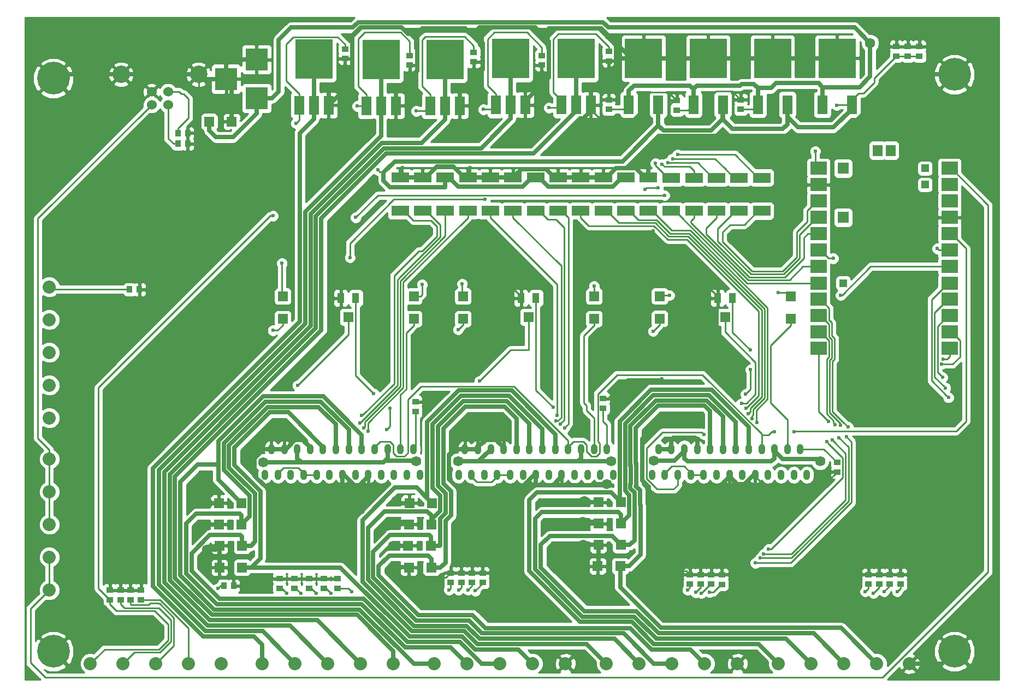
<source format=gtl>
G04 #@! TF.FileFunction,Copper,L1,Top,Signal*
%FSLAX46Y46*%
G04 Gerber Fmt 4.6, Leading zero omitted, Abs format (unit mm)*
G04 Created by KiCad (PCBNEW 4.0.2-stable) date Mon Sep  5 15:28:57 2016*
%MOMM*%
G01*
G04 APERTURE LIST*
%ADD10C,0.100000*%
%ADD11O,1.060000X1.600000*%
%ADD12R,2.540000X2.032000*%
%ADD13R,1.778000X1.778000*%
%ADD14R,1.143000X1.143000*%
%ADD15R,1.524000X1.778000*%
%ADD16R,2.692400X1.600200*%
%ADD17R,1.600000X3.000000*%
%ADD18R,5.800000X6.200000*%
%ADD19R,1.000760X0.899160*%
%ADD20R,0.899160X1.000760*%
%ADD21R,3.500120X3.500120*%
%ADD22R,1.498600X1.498600*%
%ADD23C,1.524000*%
%ADD24C,2.700020*%
%ADD25C,5.080000*%
%ADD26R,1.600200X1.600200*%
%ADD27R,1.092200X1.600200*%
%ADD28C,2.032000*%
%ADD29C,0.600000*%
%ADD30C,1.587500*%
%ADD31C,0.635000*%
%ADD32C,0.254000*%
G04 APERTURE END LIST*
D10*
D11*
X152365000Y-109125000D03*
X138365000Y-109125000D03*
X139365000Y-105125000D03*
X140365000Y-109125000D03*
X141365000Y-105125000D03*
X142365000Y-109125000D03*
X143365000Y-105125000D03*
X144365000Y-109125000D03*
X145365000Y-105125000D03*
X146365000Y-109125000D03*
X147365000Y-105125000D03*
X148365000Y-109125000D03*
X149365000Y-105125000D03*
X150365000Y-109125000D03*
X151365000Y-105125000D03*
X153365000Y-105125000D03*
X154365000Y-109125000D03*
X155365000Y-105125000D03*
X156365000Y-109125000D03*
X157365000Y-105125000D03*
X158365000Y-109125000D03*
X159365000Y-105125000D03*
X160365000Y-109125000D03*
X161365000Y-105125000D03*
X162365000Y-109125000D03*
D12*
X194183000Y-61595000D03*
X194183000Y-64135000D03*
X194183000Y-66675000D03*
X194183000Y-69215000D03*
X194183000Y-71755000D03*
X194183000Y-74295000D03*
X194183000Y-76835000D03*
X194183000Y-79377540D03*
X194183000Y-81915000D03*
X194183000Y-84455000D03*
X194183000Y-86995000D03*
X194183000Y-89535000D03*
X214503000Y-89535000D03*
X214503000Y-86995000D03*
X214503000Y-84455000D03*
X214503000Y-81915000D03*
X214503000Y-79377540D03*
X214503000Y-76835000D03*
X214503000Y-74295000D03*
X214503000Y-71755000D03*
X214503000Y-69215000D03*
X214503000Y-66675000D03*
X214503000Y-64135000D03*
X214503000Y-61595000D03*
D13*
X197993000Y-61595000D03*
X197993000Y-69215000D03*
D14*
X197993000Y-79377540D03*
X210693000Y-64135000D03*
X210693000Y-61595000D03*
D15*
X205359000Y-58803540D03*
X203327000Y-58803540D03*
D16*
X153805000Y-63025000D03*
X153805000Y-68181200D03*
D17*
X124080000Y-51884000D03*
D18*
X126365000Y-44704000D03*
D17*
X128650000Y-51884000D03*
X126365000Y-51884000D03*
D19*
X119634000Y-125242320D03*
X119634000Y-126746000D03*
X117475000Y-125232160D03*
X117475000Y-126735840D03*
X115189000Y-125232160D03*
X115189000Y-126735840D03*
X112903000Y-125232160D03*
X112903000Y-126735840D03*
X110617000Y-125232160D03*
X110617000Y-126735840D03*
D20*
X96382840Y-56134000D03*
X94879160Y-56134000D03*
X96382840Y-57785000D03*
X94879160Y-57785000D03*
X103494840Y-126365000D03*
X101991160Y-126365000D03*
D19*
X89154000Y-127010160D03*
X89154000Y-128513840D03*
X87503000Y-127010160D03*
X87503000Y-128513840D03*
X85979000Y-127010160D03*
X85979000Y-128513840D03*
X84328000Y-127010160D03*
X84328000Y-128513840D03*
X131699000Y-97800160D03*
X131699000Y-99303840D03*
X161671000Y-52440840D03*
X161671000Y-50937160D03*
X172212000Y-52567840D03*
X172212000Y-51064160D03*
X182118000Y-52440840D03*
X182118000Y-50937160D03*
X206883000Y-124607320D03*
X206883000Y-126111000D03*
X205232000Y-124607320D03*
X205232000Y-126111000D03*
X203581000Y-124597160D03*
X203581000Y-126100840D03*
X201930000Y-124597160D03*
X201930000Y-126100840D03*
X206248000Y-42682160D03*
X206248000Y-44185840D03*
X208026000Y-42692320D03*
X208026000Y-44196000D03*
X209804000Y-42682160D03*
X209804000Y-44185840D03*
X179197000Y-124616665D03*
X179197000Y-126120345D03*
X177546000Y-124597160D03*
X177546000Y-126100840D03*
X175895000Y-124597160D03*
X175895000Y-126100840D03*
X174244000Y-124597160D03*
X174244000Y-126100840D03*
X142113000Y-124353320D03*
X142113000Y-125857000D03*
X140462000Y-124353320D03*
X140462000Y-125857000D03*
X138811000Y-124353320D03*
X138811000Y-125857000D03*
X137160000Y-124343160D03*
X137160000Y-125846840D03*
X160782000Y-97292160D03*
X160782000Y-98795840D03*
X197104000Y-108701840D03*
X197104000Y-107198160D03*
X161671000Y-44947840D03*
X161671000Y-43444160D03*
X151257000Y-45582840D03*
X151257000Y-44079160D03*
X140716000Y-45074840D03*
X140716000Y-43571160D03*
X130810000Y-45582840D03*
X130810000Y-44079160D03*
X120777000Y-44566840D03*
X120777000Y-43063160D03*
D21*
X107065000Y-50725140D03*
X107065000Y-44725660D03*
X102366000Y-47725400D03*
D22*
X111125000Y-81437480D03*
X111125000Y-84932520D03*
X131445000Y-81437480D03*
X131445000Y-84932520D03*
X139065000Y-81437480D03*
X139065000Y-84932520D03*
X159385000Y-81437480D03*
X159385000Y-84932520D03*
X101217480Y-113525000D03*
X104712520Y-113525000D03*
X101217480Y-116825000D03*
X104712520Y-116825000D03*
X101317480Y-120125000D03*
X104812520Y-120125000D03*
X101317480Y-123525000D03*
X104812520Y-123525000D03*
X130769480Y-113525000D03*
X134264520Y-113525000D03*
X130669480Y-116825000D03*
X134164520Y-116825000D03*
X130569480Y-120125000D03*
X134064520Y-120125000D03*
X169545000Y-81417480D03*
X169545000Y-84912520D03*
X189865000Y-81437480D03*
X189865000Y-84932520D03*
X130669480Y-123525000D03*
X134164520Y-123525000D03*
X160042326Y-113395962D03*
X163537366Y-113395962D03*
X160042326Y-116695962D03*
X163537366Y-116695962D03*
X160042326Y-119995962D03*
X163537366Y-119995962D03*
X159942326Y-123295962D03*
X163437366Y-123295962D03*
X103220520Y-54356000D03*
X99725480Y-54356000D03*
D11*
X122365000Y-109125000D03*
X108365000Y-109125000D03*
X109365000Y-105125000D03*
X110365000Y-109125000D03*
X111365000Y-105125000D03*
X112365000Y-109125000D03*
X113365000Y-105125000D03*
X114365000Y-109125000D03*
X115365000Y-105125000D03*
X116365000Y-109125000D03*
X117365000Y-105125000D03*
X118365000Y-109125000D03*
X119365000Y-105125000D03*
X120365000Y-109125000D03*
X121365000Y-105125000D03*
X123365000Y-105125000D03*
X124365000Y-109125000D03*
X125365000Y-105125000D03*
X126365000Y-109125000D03*
X127365000Y-105125000D03*
X128365000Y-109125000D03*
X129365000Y-105125000D03*
X130365000Y-109125000D03*
X131365000Y-105125000D03*
X132365000Y-109125000D03*
X182365000Y-109125000D03*
X168365000Y-109125000D03*
X169365000Y-105125000D03*
X170365000Y-109125000D03*
X171365000Y-105125000D03*
X172365000Y-109125000D03*
X173365000Y-105125000D03*
X174365000Y-109125000D03*
X175365000Y-105125000D03*
X176365000Y-109125000D03*
X177365000Y-105125000D03*
X178365000Y-109125000D03*
X179365000Y-105125000D03*
X180365000Y-109125000D03*
X181365000Y-105125000D03*
X183365000Y-105125000D03*
X184365000Y-109125000D03*
X185365000Y-105125000D03*
X186365000Y-109125000D03*
X187365000Y-105125000D03*
X188365000Y-109125000D03*
X189365000Y-105125000D03*
X190365000Y-109125000D03*
X191365000Y-105125000D03*
X192365000Y-109125000D03*
D23*
X90795000Y-51724000D03*
X93335000Y-51724000D03*
X93335000Y-49725020D03*
X90795000Y-49725020D03*
D24*
X86065520Y-47025000D03*
X98064480Y-47025000D03*
D25*
X215265000Y-47025000D03*
X75565000Y-136525000D03*
X75565000Y-47625000D03*
X215265000Y-136525000D03*
D16*
X129305000Y-68181200D03*
X129305000Y-63025000D03*
X132805000Y-68181200D03*
X132805000Y-63025000D03*
X136305000Y-68181200D03*
X136305000Y-63025000D03*
X139805000Y-63025000D03*
X139805000Y-68181200D03*
X143305000Y-68181200D03*
X143305000Y-63025000D03*
X146805000Y-68181200D03*
X146805000Y-63025000D03*
X150305000Y-68181200D03*
X150305000Y-63025000D03*
X157305000Y-68181200D03*
X157305000Y-63025000D03*
X160805000Y-68181200D03*
X160805000Y-63025000D03*
X164305000Y-68181200D03*
X164305000Y-63025000D03*
X167805000Y-63025000D03*
X167805000Y-68181200D03*
X185364769Y-63038695D03*
X185364769Y-68194895D03*
X181864769Y-63038695D03*
X181864769Y-68194895D03*
X178364769Y-63038695D03*
X178364769Y-68194895D03*
X174864769Y-63038695D03*
X174864769Y-68194895D03*
X171364769Y-63038695D03*
X171364769Y-68194895D03*
D26*
X121285000Y-84645500D03*
D27*
X122440700Y-81724500D03*
X120129300Y-81724500D03*
D26*
X149225000Y-84645500D03*
D27*
X150380700Y-81724500D03*
X148069300Y-81724500D03*
D26*
X179705000Y-84645500D03*
D27*
X180860700Y-81724500D03*
X178549300Y-81724500D03*
D17*
X164780000Y-51705000D03*
D18*
X167065000Y-44525000D03*
D17*
X169350000Y-51705000D03*
X174780000Y-51705000D03*
D18*
X177065000Y-44525000D03*
D17*
X179350000Y-51705000D03*
X184780000Y-51705000D03*
D18*
X187065000Y-44525000D03*
D17*
X189350000Y-51705000D03*
X194780000Y-51705000D03*
D18*
X197065000Y-44525000D03*
D17*
X199350000Y-51705000D03*
X154306000Y-51757000D03*
D18*
X156591000Y-44577000D03*
D17*
X158876000Y-51757000D03*
X156591000Y-51757000D03*
X144146000Y-51757000D03*
D18*
X146431000Y-44577000D03*
D17*
X148716000Y-51757000D03*
X146431000Y-51757000D03*
X133986000Y-51884000D03*
D18*
X136271000Y-44704000D03*
D17*
X138556000Y-51884000D03*
X136271000Y-51884000D03*
X113665000Y-51816000D03*
D18*
X115950000Y-44636000D03*
D17*
X118235000Y-51816000D03*
X115950000Y-51816000D03*
D28*
X107950000Y-138430000D03*
X113030000Y-138430000D03*
X118110000Y-138430000D03*
X123190000Y-138430000D03*
X128270000Y-138430000D03*
X74930000Y-80010000D03*
X74930000Y-85090000D03*
X74930000Y-90170000D03*
X74930000Y-95250000D03*
X74930000Y-100330000D03*
X81280000Y-138430000D03*
X86360000Y-138430000D03*
X91440000Y-138430000D03*
X96520000Y-138430000D03*
X101600000Y-138430000D03*
X74930000Y-106680000D03*
X74930000Y-111760000D03*
X74930000Y-116840000D03*
X74930000Y-121920000D03*
X74930000Y-127000000D03*
X187960000Y-138430000D03*
X193040000Y-138430000D03*
X198120000Y-138430000D03*
X203200000Y-138430000D03*
X208280000Y-138430000D03*
X161290000Y-138430000D03*
X166370000Y-138430000D03*
X171450000Y-138430000D03*
X176530000Y-138430000D03*
X181610000Y-138430000D03*
X134620000Y-138430000D03*
X139700000Y-138430000D03*
X144780000Y-138430000D03*
X149860000Y-138430000D03*
X154940000Y-138430000D03*
D20*
X88889840Y-80391000D03*
X87386160Y-80391000D03*
D29*
X171196000Y-54483000D03*
X170815000Y-57531000D03*
D30*
X121031000Y-50038000D03*
D29*
X172339000Y-91948000D03*
D30*
X181991002Y-122301000D03*
X213741000Y-128778000D03*
X165100000Y-125857000D03*
X171196000Y-119380000D03*
X167894000Y-102489000D03*
X168656000Y-112649000D03*
X161348307Y-110559023D03*
X139319000Y-111633000D03*
X123063000Y-114554000D03*
X124945503Y-111229503D03*
D29*
X133985000Y-99060000D03*
D30*
X157861000Y-113198270D03*
D29*
X169926000Y-94234000D03*
X89535000Y-125349000D03*
X173101000Y-124079000D03*
D30*
X99415700Y-120751700D03*
X99187000Y-116840000D03*
X99441000Y-113538000D03*
X157734000Y-120015000D03*
X157607000Y-116459000D03*
X128143000Y-123444000D03*
X128270000Y-120142000D03*
X128397000Y-116459000D03*
X128651000Y-113284000D03*
D29*
X167005000Y-61460010D03*
X168523071Y-71252929D03*
X140208000Y-61468000D03*
X141478000Y-69723000D03*
X129667000Y-61468000D03*
X125222000Y-63373000D03*
X125857000Y-61849000D03*
X193675000Y-58928000D03*
X196977000Y-51816000D03*
X124333000Y-102362000D03*
X123705990Y-101854000D03*
X140970000Y-127127000D03*
X123063000Y-101092000D03*
X139827000Y-127000000D03*
X138371580Y-127000000D03*
X136906000Y-127000000D03*
X213487000Y-91186000D03*
X110998000Y-76327000D03*
X213879042Y-95662079D03*
X132715000Y-79629000D03*
X123311071Y-99943071D03*
X154812996Y-101854000D03*
X154145772Y-101263938D03*
X177265056Y-127357615D03*
X153506690Y-100782697D03*
X176022000Y-127508000D03*
X175133000Y-127381000D03*
X173863000Y-127000000D03*
X213244042Y-91968714D03*
X138938000Y-79502000D03*
X214330485Y-97140863D03*
X159385000Y-79883000D03*
X153670000Y-99949000D03*
X184647569Y-100974050D03*
X183903990Y-100383990D03*
X206375000Y-127254000D03*
X183261000Y-99695000D03*
X204343000Y-127254000D03*
X202692000Y-127508000D03*
X201422000Y-127254000D03*
X213425031Y-94014906D03*
X171069000Y-81280000D03*
X187960000Y-80899000D03*
X197612000Y-81280000D03*
X182941980Y-98806000D03*
X109601000Y-68961000D03*
X122428000Y-69215000D03*
X170307000Y-65786000D03*
X212598000Y-74041000D03*
X195701062Y-100843938D03*
X195453000Y-104013000D03*
X186436000Y-120650000D03*
X196769342Y-101339383D03*
X196342000Y-103759000D03*
X185674000Y-121412000D03*
X111760000Y-127525501D03*
X113919000Y-127525501D03*
X116332000Y-127525501D03*
X121793000Y-127254000D03*
X118618000Y-127508000D03*
X184404000Y-122809000D03*
X198501000Y-103251000D03*
X198755000Y-101727000D03*
X101092000Y-126746000D03*
X197564904Y-101423644D03*
X185166000Y-122047000D03*
X197358000Y-103378000D03*
D30*
X168633770Y-106934000D03*
X162045697Y-107061000D03*
D29*
X182880000Y-96647000D03*
X183642000Y-92837000D03*
X183642000Y-89789000D03*
X153042990Y-98679000D03*
X127254000Y-102108000D03*
X127762000Y-98806000D03*
X125222000Y-96520000D03*
D30*
X108077000Y-107188000D03*
X202184000Y-42164000D03*
X194437000Y-107061000D03*
X138303000Y-107061000D03*
X131826000Y-107061000D03*
D29*
X109601000Y-86741000D03*
X138303000Y-86614000D03*
X113411000Y-95250000D03*
X187325000Y-102489000D03*
X190373000Y-102489000D03*
X141605000Y-94615000D03*
X176403000Y-102870000D03*
X182245000Y-98044000D03*
X168529000Y-86868000D03*
X121539000Y-75438000D03*
X142494000Y-66421000D03*
X167259000Y-64897000D03*
X169291000Y-64643000D03*
X196469000Y-75565000D03*
X152400000Y-52197000D03*
X172339000Y-59436000D03*
X142240000Y-52451000D03*
X171577000Y-60078990D03*
X131826000Y-52705000D03*
X170815000Y-60706000D03*
X122682000Y-51943000D03*
X169926000Y-60960000D03*
X113157000Y-54610000D03*
X168910000Y-60833000D03*
D31*
X177065000Y-44525000D02*
X167065000Y-44525000D01*
X187065000Y-44525000D02*
X177065000Y-44525000D01*
X197065000Y-44525000D02*
X187065000Y-44525000D01*
X162814000Y-45684000D02*
X162814000Y-45241000D01*
X162814000Y-45241000D02*
X163530000Y-44525000D01*
X163530000Y-44525000D02*
X167065000Y-44525000D01*
D32*
X171704000Y-54102000D02*
X171577000Y-53975000D01*
X171577000Y-53975000D02*
X170942000Y-53340000D01*
X171196000Y-54483000D02*
X171577000Y-54102000D01*
X171577000Y-54102000D02*
X171577000Y-53975000D01*
X169471990Y-56588010D02*
X169872010Y-56588010D01*
X169872010Y-56588010D02*
X170815000Y-57531000D01*
D31*
X121031000Y-50038000D02*
X120013000Y-50038000D01*
X120013000Y-50038000D02*
X118235000Y-51816000D01*
D32*
X172339000Y-91948000D02*
X178549300Y-85737700D01*
X178549300Y-85737700D02*
X178549300Y-81724500D01*
D31*
X182784751Y-123094749D02*
X181991002Y-122301000D01*
X188468002Y-128778000D02*
X182784751Y-123094749D01*
X213741000Y-128778000D02*
X188468002Y-128778000D01*
X180868470Y-122301000D02*
X181991002Y-122301000D01*
X165100000Y-125857000D02*
X168656000Y-122301000D01*
X168656000Y-122301000D02*
X180868470Y-122301000D01*
X171196000Y-119380000D02*
X165100000Y-125476000D01*
X165100000Y-125476000D02*
X165100000Y-125857000D01*
X168656000Y-112649000D02*
X167862251Y-111855251D01*
X167862251Y-111855251D02*
X167862251Y-111015720D01*
X167862251Y-111015720D02*
X166863480Y-110016949D01*
X166863480Y-110016949D02*
X166863480Y-103519520D01*
X166863480Y-103519520D02*
X167894000Y-102489000D01*
X168656000Y-112649000D02*
X168870041Y-112434959D01*
X168870041Y-112434959D02*
X177325041Y-112434959D01*
X177325041Y-112434959D02*
X180365000Y-109395000D01*
X180365000Y-109395000D02*
X180365000Y-109125000D01*
X153016000Y-110744000D02*
X159766000Y-110744000D01*
X159766000Y-110744000D02*
X159950977Y-110559023D01*
X159950977Y-110559023D02*
X161348307Y-110559023D01*
X147608402Y-111633000D02*
X139319000Y-111633000D01*
X139319000Y-111633000D02*
X138684000Y-111633000D01*
X124945503Y-111229503D02*
X124945503Y-112671497D01*
X124945503Y-112671497D02*
X123063000Y-114554000D01*
D32*
X131699000Y-97800160D02*
X132725160Y-97800160D01*
X132725160Y-97800160D02*
X133985000Y-99060000D01*
X200025000Y-64135000D02*
X200279000Y-63881000D01*
X200279000Y-63881000D02*
X200406000Y-63754000D01*
X214503000Y-69215000D02*
X205613000Y-69215000D01*
X205613000Y-69215000D02*
X200279000Y-63881000D01*
D31*
X119546000Y-111379000D02*
X108867598Y-111379000D01*
X108867598Y-111379000D02*
X106765749Y-109277151D01*
X106765749Y-109277151D02*
X106765749Y-106558599D01*
X106765749Y-106558599D02*
X108199348Y-105125000D01*
X108199348Y-105125000D02*
X108200000Y-105125000D01*
X108200000Y-105125000D02*
X109365000Y-105125000D01*
X120365000Y-109125000D02*
X120365000Y-110560000D01*
X120365000Y-110560000D02*
X119546000Y-111379000D01*
X122232598Y-110744000D02*
X123016000Y-110744000D01*
X123016000Y-110744000D02*
X124365000Y-109395000D01*
X124365000Y-109395000D02*
X124365000Y-109125000D01*
X120365000Y-109125000D02*
X120613598Y-109125000D01*
X120613598Y-109125000D02*
X122232598Y-110744000D01*
X111365000Y-105125000D02*
X111613598Y-105125000D01*
X111613598Y-105125000D02*
X113048598Y-103690000D01*
X113048598Y-103690000D02*
X114200000Y-103690000D01*
X114200000Y-103690000D02*
X115365000Y-104855000D01*
X115365000Y-104855000D02*
X115365000Y-105125000D01*
X109365000Y-105125000D02*
X111365000Y-105125000D01*
X150549000Y-110744000D02*
X153016000Y-110744000D01*
X153016000Y-110744000D02*
X154365000Y-109395000D01*
X154365000Y-109395000D02*
X154365000Y-109125000D01*
X150365000Y-109125000D02*
X150365000Y-110560000D01*
X150365000Y-110560000D02*
X150549000Y-110744000D01*
X160042326Y-113395962D02*
X158058692Y-113395962D01*
X158058692Y-113395962D02*
X157861000Y-113198270D01*
X136852010Y-105971990D02*
X137699000Y-105125000D01*
X137699000Y-105125000D02*
X139365000Y-105125000D01*
X136852010Y-109801010D02*
X136852010Y-105971990D01*
X138684000Y-111633000D02*
X136852010Y-109801010D01*
X150365000Y-109125000D02*
X150116402Y-109125000D01*
X150116402Y-109125000D02*
X147608402Y-111633000D01*
X141365000Y-105125000D02*
X141365000Y-104855000D01*
X144200000Y-103690000D02*
X145365000Y-104855000D01*
X141365000Y-104855000D02*
X142530000Y-103690000D01*
X142530000Y-103690000D02*
X144200000Y-103690000D01*
X145365000Y-104855000D02*
X145365000Y-105125000D01*
X139365000Y-105125000D02*
X141365000Y-105125000D01*
D32*
X169501736Y-94234000D02*
X169926000Y-94234000D01*
X160782000Y-97292160D02*
X161536380Y-97292160D01*
X164594540Y-94234000D02*
X169501736Y-94234000D01*
X161536380Y-97292160D02*
X164594540Y-94234000D01*
D31*
X184365000Y-109125000D02*
X184116402Y-109125000D01*
X184116402Y-109125000D02*
X182681402Y-110560000D01*
X182681402Y-110560000D02*
X181530000Y-110560000D01*
X181530000Y-110560000D02*
X180365000Y-109395000D01*
X171365000Y-105125000D02*
X171365000Y-103690000D01*
X171365000Y-103690000D02*
X171677000Y-103378000D01*
X171677000Y-103378000D02*
X175053000Y-103378000D01*
X175053000Y-103378000D02*
X175365000Y-103690000D01*
X175365000Y-103690000D02*
X175365000Y-105125000D01*
X169365000Y-105125000D02*
X171365000Y-105125000D01*
D32*
X103494840Y-126365000D02*
X103494840Y-124699060D01*
X103494840Y-124699060D02*
X102320780Y-123525000D01*
X102320780Y-123525000D02*
X101317480Y-123525000D01*
X96382840Y-57785000D02*
X96382840Y-57277000D01*
X96382840Y-57277000D02*
X96382840Y-56134000D01*
X96382840Y-60462160D02*
X96382840Y-57277000D01*
X88889840Y-67955160D02*
X96382840Y-60462160D01*
X88889840Y-80391000D02*
X88889840Y-67955160D01*
X209804000Y-42682160D02*
X210922160Y-42682160D01*
X210922160Y-42682160D02*
X215265000Y-47025000D01*
X208026000Y-42692320D02*
X209793840Y-42692320D01*
X209793840Y-42692320D02*
X209804000Y-42682160D01*
X206248000Y-42682160D02*
X208015840Y-42682160D01*
X208015840Y-42682160D02*
X208026000Y-42692320D01*
X182118000Y-50937160D02*
X182067200Y-50937160D01*
X182067200Y-50937160D02*
X180787040Y-49657000D01*
X180787040Y-49657000D02*
X178308000Y-49657000D01*
X178308000Y-49657000D02*
X176403000Y-51562000D01*
X170942000Y-53340000D02*
X170942000Y-51943000D01*
X176403000Y-51562000D02*
X176403000Y-53467000D01*
X176403000Y-53467000D02*
X175768000Y-54102000D01*
X175768000Y-54102000D02*
X171704000Y-54102000D01*
X170942000Y-51943000D02*
X171820840Y-51064160D01*
X171820840Y-51064160D02*
X172161200Y-51064160D01*
X172161200Y-51064160D02*
X172212000Y-51064160D01*
X172161200Y-51064160D02*
X170881040Y-49784000D01*
X160267000Y-53848000D02*
X158876000Y-52457000D01*
X170881040Y-49784000D02*
X167513000Y-49784000D01*
X167513000Y-49784000D02*
X166624000Y-50673000D01*
X166624000Y-50673000D02*
X166624000Y-52749602D01*
X166624000Y-52749602D02*
X165525602Y-53848000D01*
X165525602Y-53848000D02*
X160267000Y-53848000D01*
X158876000Y-52457000D02*
X158876000Y-51757000D01*
D31*
X162397000Y-46101000D02*
X161671000Y-46827000D01*
X161671000Y-46827000D02*
X158876000Y-49622000D01*
D32*
X161671000Y-50937160D02*
X161671000Y-46827000D01*
X89154000Y-127010160D02*
X89154000Y-125730000D01*
X89154000Y-125730000D02*
X89535000Y-125349000D01*
X87503000Y-127010160D02*
X89154000Y-127010160D01*
X85979000Y-127010160D02*
X87503000Y-127010160D01*
X84328000Y-127010160D02*
X85979000Y-127010160D01*
X117475000Y-125232160D02*
X119623840Y-125232160D01*
X119623840Y-125232160D02*
X119634000Y-125242320D01*
X115189000Y-125232160D02*
X117475000Y-125232160D01*
X112903000Y-125232160D02*
X115189000Y-125232160D01*
X110617000Y-125232160D02*
X112903000Y-125232160D01*
X107061000Y-126365000D02*
X108193840Y-125232160D01*
X108193840Y-125232160D02*
X110617000Y-125232160D01*
X103494840Y-126365000D02*
X107061000Y-126365000D01*
X96382840Y-56134000D02*
X96382840Y-55379620D01*
X96382840Y-55379620D02*
X98064480Y-53697980D01*
X98064480Y-53697980D02*
X98064480Y-48934202D01*
X98064480Y-48934202D02*
X98064480Y-47025000D01*
X192344040Y-113411000D02*
X188381000Y-113411000D01*
X188381000Y-113411000D02*
X184365000Y-109395000D01*
X184365000Y-109395000D02*
X184365000Y-109125000D01*
X197104000Y-108701840D02*
X197053200Y-108701840D01*
X197053200Y-108701840D02*
X192344040Y-113411000D01*
D31*
X162814000Y-45684000D02*
X162397000Y-46101000D01*
D32*
X161671000Y-44947840D02*
X161671000Y-45651420D01*
X161671000Y-45651420D02*
X162120580Y-46101000D01*
X162120580Y-46101000D02*
X162397000Y-46101000D01*
D31*
X162814000Y-42291000D02*
X162814000Y-45684000D01*
X158876000Y-49622000D02*
X158876000Y-51757000D01*
X151384000Y-40894000D02*
X152400000Y-39878000D01*
X160528000Y-39878000D02*
X165175000Y-44525000D01*
X152400000Y-39878000D02*
X160528000Y-39878000D01*
X165175000Y-44525000D02*
X167065000Y-44525000D01*
X152400000Y-47498000D02*
X151892000Y-48006000D01*
X151892000Y-48006000D02*
X148716000Y-51182000D01*
D32*
X151892000Y-46921420D02*
X151892000Y-48006000D01*
X151257000Y-45582840D02*
X151257000Y-46286420D01*
X151257000Y-46286420D02*
X151892000Y-46921420D01*
D31*
X151384000Y-40894000D02*
X152400000Y-41910000D01*
X152400000Y-41910000D02*
X152400000Y-47498000D01*
X148716000Y-51182000D02*
X148716000Y-51757000D01*
X150241000Y-39751000D02*
X151384000Y-40894000D01*
X140462000Y-40894000D02*
X141605000Y-39751000D01*
X141605000Y-39751000D02*
X150241000Y-39751000D01*
X142113000Y-46192000D02*
X141605000Y-46700000D01*
D32*
X140716000Y-45074840D02*
X140716000Y-45778420D01*
X140716000Y-45778420D02*
X141605000Y-46667420D01*
D31*
X141605000Y-46700000D02*
X138556000Y-49749000D01*
D32*
X141605000Y-46667420D02*
X141605000Y-46700000D01*
D31*
X131826000Y-40767000D02*
X132715000Y-39878000D01*
X139446000Y-39878000D02*
X140462000Y-40894000D01*
X132715000Y-39878000D02*
X139446000Y-39878000D01*
X140462000Y-40894000D02*
X140843000Y-40894000D01*
X140843000Y-40894000D02*
X142113000Y-42164000D01*
X142113000Y-42164000D02*
X142113000Y-46192000D01*
X138556000Y-49749000D02*
X138556000Y-51884000D01*
X131826000Y-40767000D02*
X131953000Y-40894000D01*
X131953000Y-40894000D02*
X131953000Y-46446000D01*
X131953000Y-46446000D02*
X131663000Y-46736000D01*
X130556000Y-40767000D02*
X131826000Y-40767000D01*
X129540000Y-39751000D02*
X130556000Y-40767000D01*
X121307000Y-46609000D02*
X121920000Y-45996000D01*
X121920000Y-45996000D02*
X121920000Y-41021000D01*
X121920000Y-41021000D02*
X123190000Y-39751000D01*
X123190000Y-39751000D02*
X129540000Y-39751000D01*
D32*
X130810000Y-45582840D02*
X130810000Y-46286420D01*
D31*
X131663000Y-46736000D02*
X128650000Y-49749000D01*
D32*
X130810000Y-46286420D02*
X131259580Y-46736000D01*
X131259580Y-46736000D02*
X131663000Y-46736000D01*
D31*
X128650000Y-49749000D02*
X128650000Y-51884000D01*
X118235000Y-49681000D02*
X121307000Y-46609000D01*
D32*
X120777000Y-46079000D02*
X121307000Y-46609000D01*
X120777000Y-44566840D02*
X120777000Y-46079000D01*
X179197000Y-124616665D02*
X201910495Y-124616665D01*
X201910495Y-124616665D02*
X201930000Y-124597160D01*
X173101000Y-124079000D02*
X173725840Y-124079000D01*
X173725840Y-124079000D02*
X174244000Y-124597160D01*
D31*
X101317480Y-120125000D02*
X101317480Y-123525000D01*
X99415700Y-120751700D02*
X100690780Y-120751700D01*
X100690780Y-120751700D02*
X101317480Y-120125000D01*
X99187000Y-116840000D02*
X101202480Y-116840000D01*
X101202480Y-116840000D02*
X101217480Y-116825000D01*
X101217480Y-113525000D02*
X99454000Y-113525000D01*
X99454000Y-113525000D02*
X99441000Y-113538000D01*
X160042326Y-119995962D02*
X160042326Y-123195962D01*
X160042326Y-123195962D02*
X159942326Y-123295962D01*
X157734000Y-120015000D02*
X160023288Y-120015000D01*
X160023288Y-120015000D02*
X160042326Y-119995962D01*
X157607000Y-116459000D02*
X159805364Y-116459000D01*
X159805364Y-116459000D02*
X160042326Y-116695962D01*
D32*
X128671468Y-125095000D02*
X136357360Y-125095000D01*
X136357360Y-125095000D02*
X137109200Y-124343160D01*
X137109200Y-124343160D02*
X137160000Y-124343160D01*
X128143000Y-123444000D02*
X128143000Y-124566532D01*
X128143000Y-124566532D02*
X128671468Y-125095000D01*
D31*
X128143000Y-123444000D02*
X130588480Y-123444000D01*
X130588480Y-123444000D02*
X130669480Y-123525000D01*
X128270000Y-120142000D02*
X130552480Y-120142000D01*
X130552480Y-120142000D02*
X130569480Y-120125000D01*
X128397000Y-116459000D02*
X130303480Y-116459000D01*
X130303480Y-116459000D02*
X130669480Y-116825000D01*
X130769480Y-113525000D02*
X128892000Y-113525000D01*
X128892000Y-113525000D02*
X128651000Y-113284000D01*
D32*
X140462000Y-124353320D02*
X142113000Y-124353320D01*
X138811000Y-124353320D02*
X140462000Y-124353320D01*
X137160000Y-124343160D02*
X138800840Y-124343160D01*
X138800840Y-124343160D02*
X138811000Y-124353320D01*
X179197000Y-124616665D02*
X177565505Y-124616665D01*
X177565505Y-124616665D02*
X177546000Y-124597160D01*
X175895000Y-124597160D02*
X177546000Y-124597160D01*
X174244000Y-124597160D02*
X175895000Y-124597160D01*
X205232000Y-124607320D02*
X206883000Y-124607320D01*
X203581000Y-124597160D02*
X205221840Y-124597160D01*
X205221840Y-124597160D02*
X205232000Y-124607320D01*
X201930000Y-124597160D02*
X203581000Y-124597160D01*
D31*
X167805000Y-63025000D02*
X167805000Y-61468000D01*
X167805000Y-61468000D02*
X167805000Y-58255000D01*
D32*
X167005000Y-61460010D02*
X167797010Y-61460010D01*
X167797010Y-61460010D02*
X167805000Y-61468000D01*
X178549300Y-81724500D02*
X178549300Y-81470500D01*
X168523071Y-71444271D02*
X168523071Y-71252929D01*
X178549300Y-81470500D02*
X168523071Y-71444271D01*
X140208000Y-61468000D02*
X140208000Y-62622000D01*
X140208000Y-62622000D02*
X139805000Y-63025000D01*
X148069300Y-81724500D02*
X148069300Y-81470500D01*
X148069300Y-81470500D02*
X141478000Y-74879200D01*
X141478000Y-74879200D02*
X141478000Y-69723000D01*
X129667000Y-61468000D02*
X129667000Y-62663000D01*
X129667000Y-62663000D02*
X129305000Y-63025000D01*
X120129300Y-81724500D02*
X120129300Y-68465700D01*
X120129300Y-68465700D02*
X125222000Y-63373000D01*
X200406000Y-58674000D02*
X198320010Y-56588010D01*
X198320010Y-56588010D02*
X197698492Y-56588010D01*
X200406000Y-63754000D02*
X200406000Y-58674000D01*
X194183000Y-64135000D02*
X200025000Y-64135000D01*
D31*
X201168000Y-51689000D02*
X205832000Y-47025000D01*
X205832000Y-47025000D02*
X215265000Y-47025000D01*
X201168000Y-53118502D02*
X201168000Y-51689000D01*
X167805000Y-58255000D02*
X169471990Y-56588010D01*
X169471990Y-56588010D02*
X197698492Y-56588010D01*
X197698492Y-56588010D02*
X201168000Y-53118502D01*
X160805000Y-63025000D02*
X161351100Y-63025000D01*
X161351100Y-63025000D02*
X162786200Y-61589900D01*
X162786200Y-61589900D02*
X165823800Y-61589900D01*
X167258900Y-63025000D02*
X167805000Y-63025000D01*
X165823800Y-61589900D02*
X167258900Y-63025000D01*
X146805000Y-63025000D02*
X148122601Y-61707399D01*
X148122601Y-61707399D02*
X151941299Y-61707399D01*
X151941299Y-61707399D02*
X153258900Y-63025000D01*
X153258900Y-63025000D02*
X153805000Y-63025000D01*
X135035100Y-61341000D02*
X137574900Y-61341000D01*
X139258900Y-63025000D02*
X139805000Y-63025000D01*
X137574900Y-61341000D02*
X139258900Y-63025000D01*
X132805000Y-63025000D02*
X133351100Y-63025000D01*
X133351100Y-63025000D02*
X135035100Y-61341000D01*
X157226000Y-53848000D02*
X157731502Y-53848000D01*
X157731502Y-53848000D02*
X158876000Y-52703502D01*
X158876000Y-52703502D02*
X158876000Y-51757000D01*
X157305000Y-63025000D02*
X160805000Y-63025000D01*
X153805000Y-63025000D02*
X157305000Y-63025000D01*
X143305000Y-63025000D02*
X146805000Y-63025000D01*
X139805000Y-63025000D02*
X143305000Y-63025000D01*
X129305000Y-63025000D02*
X132805000Y-63025000D01*
X118235000Y-51816000D02*
X118235000Y-49681000D01*
X103220520Y-54356000D02*
X103220520Y-48579920D01*
X103220520Y-48579920D02*
X102366000Y-47725400D01*
X98064480Y-47025000D02*
X96155278Y-47025000D01*
X96155278Y-47025000D02*
X86065520Y-47025000D01*
X102366000Y-47725400D02*
X98764880Y-47725400D01*
X98764880Y-47725400D02*
X98064480Y-47025000D01*
X86065520Y-47025000D02*
X76165000Y-47025000D01*
X76165000Y-47025000D02*
X75565000Y-47625000D01*
X102366000Y-47725400D02*
X102366000Y-45340340D01*
X102366000Y-45340340D02*
X102980680Y-44725660D01*
X102980680Y-44725660D02*
X104679940Y-44725660D01*
X104679940Y-44725660D02*
X107065000Y-44725660D01*
X167065000Y-44725000D02*
X167065000Y-44525000D01*
X208280000Y-138430000D02*
X213360000Y-138430000D01*
X213360000Y-138430000D02*
X215265000Y-136525000D01*
D32*
X73152000Y-103465160D02*
X73152000Y-69367000D01*
X73152000Y-69367000D02*
X90795000Y-51724000D01*
X74930000Y-106680000D02*
X74930000Y-105243160D01*
X74930000Y-105243160D02*
X73152000Y-103465160D01*
X74930000Y-111760000D02*
X74930000Y-110323160D01*
X74930000Y-110323160D02*
X74930000Y-106680000D01*
X74930000Y-116840000D02*
X74930000Y-115403160D01*
X74930000Y-115403160D02*
X74930000Y-111760000D01*
X206248000Y-44185840D02*
X206197200Y-44185840D01*
X206197200Y-44185840D02*
X202828510Y-47554530D01*
X202828510Y-48226490D02*
X201104000Y-49951000D01*
X202828510Y-47554530D02*
X202828510Y-48226490D01*
X201104000Y-49951000D02*
X200404000Y-49951000D01*
X199350000Y-51005000D02*
X199350000Y-51705000D01*
X200404000Y-49951000D02*
X199350000Y-51005000D01*
X208026000Y-44196000D02*
X206258160Y-44196000D01*
X206258160Y-44196000D02*
X206248000Y-44185840D01*
X209804000Y-44185840D02*
X208036160Y-44185840D01*
X208036160Y-44185840D02*
X208026000Y-44196000D01*
X125857000Y-61849000D02*
X126156999Y-62148999D01*
X126156999Y-62148999D02*
X126664999Y-62148999D01*
X126664999Y-62148999D02*
X126746000Y-62230000D01*
X193675000Y-58928000D02*
X193675000Y-61087000D01*
X193675000Y-61087000D02*
X194183000Y-61595000D01*
X199350000Y-51705000D02*
X197088000Y-51705000D01*
X197088000Y-51705000D02*
X196977000Y-51816000D01*
D31*
X126746000Y-62230000D02*
X128470010Y-60505990D01*
X128470010Y-60505990D02*
X163767010Y-60505990D01*
X163767010Y-60505990D02*
X169350000Y-54923000D01*
X126746000Y-63543802D02*
X126746000Y-62230000D01*
X136249100Y-64516000D02*
X127718198Y-64516000D01*
X127718198Y-64516000D02*
X126746000Y-63543802D01*
X136305000Y-63025000D02*
X136305000Y-64460100D01*
X136305000Y-64460100D02*
X136249100Y-64516000D01*
X150305000Y-63025000D02*
X150851100Y-63025000D01*
X150851100Y-63025000D02*
X152286200Y-64460100D01*
X152286200Y-64460100D02*
X162323800Y-64460100D01*
X162323800Y-64460100D02*
X163758900Y-63025000D01*
X163758900Y-63025000D02*
X164305000Y-63025000D01*
X136305000Y-63025000D02*
X136851100Y-63025000D01*
X136851100Y-63025000D02*
X138286200Y-64460100D01*
X138286200Y-64460100D02*
X148323800Y-64460100D01*
X148323800Y-64460100D02*
X149758900Y-63025000D01*
X149758900Y-63025000D02*
X150305000Y-63025000D01*
X170180000Y-55753000D02*
X169350000Y-54923000D01*
X169350000Y-54923000D02*
X169350000Y-51705000D01*
X177546000Y-55753000D02*
X170180000Y-55753000D01*
X179324000Y-53975000D02*
X177546000Y-55753000D01*
X179324000Y-52431000D02*
X179324000Y-53975000D01*
X179350000Y-51705000D02*
X179350000Y-52405000D01*
X179350000Y-52405000D02*
X179324000Y-52431000D01*
X180848000Y-55499000D02*
X179350000Y-54001000D01*
X179350000Y-54001000D02*
X179350000Y-51705000D01*
X188595000Y-55499000D02*
X180848000Y-55499000D01*
X189350000Y-54744000D02*
X188595000Y-55499000D01*
X189350000Y-51705000D02*
X189350000Y-54744000D01*
X199350000Y-51705000D02*
X199350000Y-52405000D01*
X189350000Y-53587000D02*
X189350000Y-51705000D01*
X199350000Y-52405000D02*
X196510000Y-55245000D01*
X191008000Y-55245000D02*
X189350000Y-53587000D01*
X196510000Y-55245000D02*
X191008000Y-55245000D01*
D32*
X94879160Y-57785000D02*
X94175580Y-57785000D01*
X94175580Y-57785000D02*
X93335000Y-56944420D01*
X93335000Y-56944420D02*
X93335000Y-52801630D01*
X93335000Y-52801630D02*
X93335000Y-51724000D01*
X124333000Y-101092000D02*
X124333000Y-102362000D01*
X139805000Y-68181200D02*
X139805000Y-69235300D01*
X139805000Y-69235300D02*
X129794000Y-79246300D01*
X129794000Y-79246300D02*
X129794000Y-95631000D01*
X129794000Y-95631000D02*
X124333000Y-101092000D01*
X122365000Y-108855000D02*
X122365000Y-109125000D01*
X114365000Y-109125000D02*
X116365000Y-109125000D01*
X110365000Y-109125000D02*
X110365000Y-108855000D01*
X110365000Y-108855000D02*
X111222010Y-107997990D01*
X111222010Y-107997990D02*
X113507990Y-107997990D01*
X113507990Y-107997990D02*
X114365000Y-108855000D01*
X114365000Y-108855000D02*
X114365000Y-109125000D01*
X123952000Y-100830934D02*
X123878991Y-100903943D01*
X123878991Y-100903943D02*
X123878991Y-101680999D01*
X123878991Y-101680999D02*
X123705990Y-101854000D01*
X129339990Y-79058243D02*
X129339990Y-95442944D01*
X129339990Y-95442944D02*
X123952000Y-100830934D01*
X136305000Y-72093234D02*
X129339990Y-79058243D01*
X136305000Y-68181200D02*
X136305000Y-72093234D01*
X142113000Y-125857000D02*
X142113000Y-125984000D01*
X142113000Y-125984000D02*
X140970000Y-127127000D01*
D31*
X117365000Y-104855000D02*
X117365000Y-105125000D01*
X111951000Y-99441000D02*
X117365000Y-104855000D01*
X103632000Y-107652612D02*
X103632000Y-104926528D01*
X107649343Y-111669955D02*
X103632000Y-107652612D01*
X106196820Y-123525000D02*
X107649343Y-122072477D01*
X107649343Y-122072477D02*
X107649343Y-111669955D01*
X109117528Y-99441000D02*
X111951000Y-99441000D01*
X103632000Y-104926528D02*
X109117528Y-99441000D01*
X120071468Y-123525000D02*
X106196820Y-123525000D01*
X130766452Y-134219984D02*
X120071468Y-123525000D01*
X147663122Y-136233122D02*
X140953584Y-136233122D01*
X149860000Y-138430000D02*
X147663122Y-136233122D01*
X138940446Y-134219984D02*
X130766452Y-134219984D01*
X140953584Y-136233122D02*
X138940446Y-134219984D01*
X106196820Y-123525000D02*
X104812520Y-123525000D01*
D32*
X128885980Y-95254888D02*
X123063000Y-101077868D01*
X123063000Y-101077868D02*
X123063000Y-101092000D01*
X128885980Y-78870186D02*
X128885980Y-95254888D01*
X129151933Y-78604233D02*
X128885980Y-78870186D01*
X135509000Y-70339100D02*
X135509000Y-72247168D01*
X135509000Y-72247168D02*
X129151933Y-78604233D01*
X132805000Y-68181200D02*
X133351100Y-68181200D01*
X133351100Y-68181200D02*
X135509000Y-70339100D01*
X140462000Y-125857000D02*
X140462000Y-126365000D01*
X140462000Y-126365000D02*
X139827000Y-127000000D01*
D31*
X130420580Y-135054995D02*
X123708596Y-128343011D01*
X96974010Y-124025010D02*
X96974010Y-121338990D01*
X144780000Y-138430000D02*
X141969582Y-138430000D01*
X138594577Y-135054995D02*
X130420580Y-135054995D01*
X141969582Y-138430000D02*
X138594577Y-135054995D01*
X104562820Y-118491000D02*
X104812520Y-118740700D01*
X123708596Y-128343011D02*
X101292011Y-128343011D01*
X101292011Y-128343011D02*
X96974010Y-124025010D01*
X96974010Y-121338990D02*
X99822000Y-118491000D01*
X99822000Y-118491000D02*
X104562820Y-118491000D01*
X104812520Y-118740700D02*
X104812520Y-120125000D01*
X108771657Y-98605989D02*
X116677872Y-98605989D01*
X119365000Y-103690000D02*
X119365000Y-105125000D01*
X102796989Y-107998484D02*
X102796989Y-104580657D01*
X106814332Y-112015827D02*
X102796989Y-107998484D01*
X119365000Y-101293117D02*
X119365000Y-103690000D01*
X104812520Y-120125000D02*
X106196820Y-120125000D01*
X106196820Y-120125000D02*
X106814332Y-119507488D01*
X106814332Y-119507488D02*
X106814332Y-112015827D01*
X116677872Y-98605989D02*
X119365000Y-101293117D01*
X102796989Y-104580657D02*
X108771657Y-98605989D01*
D32*
X138811000Y-125857000D02*
X138811000Y-126560580D01*
X138811000Y-126560580D02*
X138371580Y-127000000D01*
D31*
X104712520Y-115440700D02*
X104712520Y-116825000D01*
X104460820Y-115189000D02*
X104712520Y-115440700D01*
X97663000Y-115189000D02*
X104460820Y-115189000D01*
X96139000Y-124460000D02*
X96139000Y-116713000D01*
X100857022Y-129178022D02*
X96139000Y-124460000D01*
X137160006Y-135890006D02*
X130074708Y-135890006D01*
X123362725Y-129178022D02*
X100857022Y-129178022D01*
X130074708Y-135890006D02*
X123362725Y-129178022D01*
X96139000Y-116713000D02*
X97663000Y-115189000D01*
X139700000Y-138430000D02*
X137160006Y-135890006D01*
X108425786Y-97770978D02*
X117023744Y-97770978D01*
X101961978Y-108344356D02*
X101961978Y-104234786D01*
X121365000Y-103690000D02*
X121365000Y-105125000D01*
X101961978Y-104234786D02*
X108425786Y-97770978D01*
X105979321Y-112361699D02*
X101961978Y-108344356D01*
X104712520Y-116825000D02*
X105979321Y-115558199D01*
X117023744Y-97770978D02*
X121365000Y-102112234D01*
X105979321Y-115558199D02*
X105979321Y-112361699D01*
X121365000Y-102112234D02*
X121365000Y-103690000D01*
D32*
X137160000Y-125846840D02*
X137160000Y-126746000D01*
X137160000Y-126746000D02*
X136906000Y-127000000D01*
D31*
X97917000Y-107569000D02*
X101126967Y-107569000D01*
X95250000Y-110236000D02*
X97917000Y-107569000D01*
X95250000Y-124751883D02*
X95250000Y-110236000D01*
X123016854Y-130013033D02*
X100511150Y-130013033D01*
X131433821Y-138430000D02*
X123016854Y-130013033D01*
X134620000Y-138430000D02*
X131433821Y-138430000D01*
X100511150Y-130013033D02*
X95250000Y-124751883D01*
X123365000Y-102931351D02*
X123365000Y-103690000D01*
X108079915Y-96935967D02*
X117369616Y-96935967D01*
X117369616Y-96935967D02*
X123365000Y-102931351D01*
X101126967Y-107569000D02*
X101126967Y-103888915D01*
X101126967Y-103888915D02*
X108079915Y-96935967D01*
X123365000Y-103690000D02*
X123365000Y-105125000D01*
X101126967Y-109939447D02*
X101126967Y-107569000D01*
X104712520Y-113525000D02*
X101126967Y-109939447D01*
D32*
X213911264Y-91186000D02*
X213487000Y-91186000D01*
X214122000Y-91186000D02*
X213911264Y-91186000D01*
X214503000Y-89535000D02*
X214503000Y-90805000D01*
X214503000Y-90805000D02*
X214122000Y-91186000D01*
X110998000Y-76327000D02*
X110998000Y-81310480D01*
X110998000Y-81310480D02*
X111125000Y-81437480D01*
X214249000Y-81915000D02*
X212163011Y-84000989D01*
X214503000Y-81915000D02*
X214249000Y-81915000D01*
X213579043Y-95362080D02*
X213879042Y-95662079D01*
X212163011Y-93946048D02*
X213579043Y-95362080D01*
X212163011Y-84000989D02*
X212163011Y-93946048D01*
X132715000Y-79629000D02*
X132715000Y-81170780D01*
X132715000Y-81170780D02*
X132448300Y-81437480D01*
X132448300Y-81437480D02*
X131445000Y-81437480D01*
X132703550Y-74410552D02*
X132218448Y-74410552D01*
X132218448Y-74410552D02*
X128397000Y-78232000D01*
X128397000Y-78232000D02*
X128397000Y-94996000D01*
X128397000Y-94996000D02*
X123449929Y-99943071D01*
X123449929Y-99943071D02*
X123311071Y-99943071D01*
X132703550Y-74410552D02*
X132599448Y-74410552D01*
X135001000Y-70612000D02*
X135001000Y-72113102D01*
X135001000Y-72113102D02*
X132703550Y-74410552D01*
X134112000Y-69723000D02*
X135001000Y-70612000D01*
X131392900Y-69723000D02*
X134112000Y-69723000D01*
X129305000Y-68181200D02*
X129851100Y-68181200D01*
X129851100Y-68181200D02*
X131392900Y-69723000D01*
X155405200Y-101261796D02*
X155112995Y-101554001D01*
X155405200Y-69235300D02*
X155405200Y-101261796D01*
X153805000Y-68181200D02*
X154351100Y-68181200D01*
X154351100Y-68181200D02*
X155405200Y-69235300D01*
X155112995Y-101554001D02*
X154812996Y-101854000D01*
X152365000Y-108855000D02*
X152365000Y-109125000D01*
X144365000Y-109125000D02*
X146365000Y-109125000D01*
X140365000Y-109125000D02*
X140365000Y-109395000D01*
X140365000Y-109395000D02*
X141222010Y-110252010D01*
X141222010Y-110252010D02*
X143507990Y-110252010D01*
X143507990Y-110252010D02*
X144365000Y-109395000D01*
X144365000Y-109395000D02*
X144365000Y-109125000D01*
X154445771Y-100963939D02*
X154145772Y-101263938D01*
X152192890Y-69522990D02*
X153450626Y-69522990D01*
X153450626Y-69522990D02*
X154751012Y-70823376D01*
X154751012Y-70823376D02*
X154751012Y-100658698D01*
X150851100Y-68181200D02*
X152192890Y-69522990D01*
X150305000Y-68181200D02*
X150851100Y-68181200D01*
X154751012Y-100658698D02*
X154445771Y-100963939D01*
X179197000Y-126120345D02*
X179065057Y-126120345D01*
X177827787Y-127357615D02*
X177689320Y-127357615D01*
X177689320Y-127357615D02*
X177265056Y-127357615D01*
X179065057Y-126120345D02*
X177827787Y-127357615D01*
X179250237Y-126120345D02*
X179060655Y-126120345D01*
D31*
X168323483Y-136217015D02*
X164999549Y-132893080D01*
X133689820Y-121666000D02*
X134164520Y-122140700D01*
X140531940Y-130879940D02*
X132149940Y-130879940D01*
X125984000Y-123317000D02*
X127635000Y-121666000D01*
X176530000Y-138430000D02*
X174317015Y-136217015D01*
X174317015Y-136217015D02*
X168323483Y-136217015D01*
X125984000Y-124714000D02*
X125984000Y-123317000D01*
X132149940Y-130879940D02*
X125984000Y-124714000D01*
X142545080Y-132893080D02*
X140531940Y-130879940D01*
X134164520Y-122140700D02*
X134164520Y-123525000D01*
X127635000Y-121666000D02*
X133689820Y-121666000D01*
X164999549Y-132893080D02*
X142545080Y-132893080D01*
X135548820Y-123525000D02*
X136344010Y-122729810D01*
X145542000Y-98552000D02*
X147365000Y-100375000D01*
X136017000Y-101981000D02*
X139446000Y-98552000D01*
X137201341Y-111669954D02*
X136017000Y-110485613D01*
X136344010Y-116237377D02*
X137201342Y-115380045D01*
X136344010Y-122729810D02*
X136344010Y-116237377D01*
X134164520Y-123525000D02*
X135548820Y-123525000D01*
X137201342Y-115380045D02*
X137201341Y-111669954D01*
X136017000Y-110485613D02*
X136017000Y-101981000D01*
X139446000Y-98552000D02*
X145542000Y-98552000D01*
X147365000Y-100375000D02*
X147365000Y-105125000D01*
D32*
X154297001Y-76727301D02*
X154297001Y-100224716D01*
X146805000Y-69235300D02*
X154297001Y-76727301D01*
X153739020Y-100782697D02*
X153506690Y-100782697D01*
X146805000Y-68181200D02*
X146805000Y-69235300D01*
X154297001Y-100224716D02*
X153739020Y-100782697D01*
X177546000Y-126100840D02*
X177429160Y-126100840D01*
X177429160Y-126100840D02*
X176022000Y-127508000D01*
D31*
X134064520Y-118740700D02*
X134064520Y-120125000D01*
X133814820Y-118491000D02*
X134064520Y-118740700D01*
X131804068Y-131714951D02*
X125148989Y-125059872D01*
X139978061Y-131714951D02*
X131804068Y-131714951D01*
X141991200Y-133728090D02*
X139978061Y-131714951D01*
X163937673Y-133728091D02*
X141991200Y-133728090D01*
X168639582Y-138430000D02*
X163937673Y-133728091D01*
X171450000Y-138430000D02*
X168639582Y-138430000D01*
X125148989Y-121104011D02*
X127762000Y-118491000D01*
X125148989Y-125059872D02*
X125148989Y-121104011D01*
X127762000Y-118491000D02*
X133814820Y-118491000D01*
X145887872Y-97716989D02*
X149365000Y-101194117D01*
X149365000Y-101194117D02*
X149365000Y-103690000D01*
X135181989Y-101635128D02*
X139100128Y-97716989D01*
X135181989Y-110831485D02*
X135181989Y-101635128D01*
X136366332Y-112015828D02*
X135181989Y-110831485D01*
X136366332Y-115034174D02*
X136366332Y-112015828D01*
X135508999Y-115891505D02*
X136366332Y-115034174D01*
X134064520Y-120125000D02*
X135448820Y-120125000D01*
X139100128Y-97716989D02*
X145887872Y-97716989D01*
X135448820Y-120125000D02*
X135508999Y-120064821D01*
X135508999Y-120064821D02*
X135508999Y-115891505D01*
X149365000Y-103690000D02*
X149365000Y-105125000D01*
D32*
X175895000Y-126100840D02*
X175895000Y-126619000D01*
X175895000Y-126619000D02*
X175133000Y-127381000D01*
D31*
X124313978Y-125405744D02*
X124313978Y-117367022D01*
X139632190Y-132549962D02*
X131458196Y-132549962D01*
X124313978Y-117367022D02*
X126889199Y-114791801D01*
X134164520Y-115440700D02*
X134164520Y-116825000D01*
X166370000Y-138430000D02*
X162503101Y-134563101D01*
X141645327Y-134563099D02*
X139632190Y-132549962D01*
X162503101Y-134563101D02*
X141645327Y-134563099D01*
X126889199Y-114791801D02*
X133515621Y-114791801D01*
X133515621Y-114791801D02*
X134164520Y-115440700D01*
X131458196Y-132549962D02*
X124313978Y-125405744D01*
X134164520Y-116055102D02*
X135531321Y-114688301D01*
X134346978Y-101289256D02*
X138754256Y-96881978D01*
X135531321Y-112361700D02*
X134346978Y-111177357D01*
X135531321Y-114688301D02*
X135531321Y-112361700D01*
X151365000Y-102013234D02*
X151365000Y-103690000D01*
X151365000Y-103690000D02*
X151365000Y-105125000D01*
X134346978Y-111177357D02*
X134346978Y-101289256D01*
X134164520Y-116825000D02*
X134164520Y-116055102D01*
X146233744Y-96881978D02*
X151365000Y-102013234D01*
X138754256Y-96881978D02*
X146233744Y-96881978D01*
D32*
X174244000Y-126100840D02*
X174244000Y-126619000D01*
X174244000Y-126619000D02*
X173863000Y-127000000D01*
D31*
X131864520Y-111125000D02*
X134264520Y-113525000D01*
X128524000Y-111125000D02*
X131864520Y-111125000D01*
X123478967Y-125751616D02*
X123478967Y-116170033D01*
X131112324Y-133384973D02*
X123478967Y-125751616D01*
X161290000Y-138430000D02*
X158258111Y-135398111D01*
X123478967Y-116170033D02*
X128524000Y-111125000D01*
X139286318Y-133384973D02*
X131112324Y-133384973D01*
X141299456Y-135398111D02*
X139286318Y-133384973D01*
X158258111Y-135398111D02*
X141299456Y-135398111D01*
X153365000Y-103690000D02*
X153365000Y-105125000D01*
X133511967Y-100943384D02*
X138408384Y-96046967D01*
X146579616Y-96046967D02*
X153365000Y-102832351D01*
X138408384Y-96046967D02*
X146579616Y-96046967D01*
X134264520Y-113525000D02*
X133511967Y-112772447D01*
X153365000Y-102832351D02*
X153365000Y-103690000D01*
X133511967Y-112772447D02*
X133511967Y-100943384D01*
D32*
X216100001Y-88338001D02*
X216100001Y-90812601D01*
X213668306Y-91968714D02*
X213244042Y-91968714D01*
X214757000Y-86995000D02*
X216100001Y-88338001D01*
X214503000Y-86995000D02*
X214757000Y-86995000D01*
X216100001Y-90812601D02*
X214943888Y-91968714D01*
X214943888Y-91968714D02*
X213668306Y-91968714D01*
X138938000Y-79502000D02*
X138938000Y-81310480D01*
X138938000Y-81310480D02*
X139065000Y-81437480D01*
X211709000Y-81917540D02*
X211709000Y-94519378D01*
X214503000Y-79377540D02*
X214249000Y-79377540D01*
X214249000Y-79377540D02*
X211709000Y-81917540D01*
X211709000Y-94519378D02*
X214030486Y-96840864D01*
X214030486Y-96840864D02*
X214330485Y-97140863D01*
X159385000Y-79883000D02*
X159385000Y-81437480D01*
X153670000Y-99524736D02*
X153670000Y-99949000D01*
X143305000Y-69235300D02*
X153670000Y-79600300D01*
X143305000Y-68181200D02*
X143305000Y-69235300D01*
X153670000Y-79600300D02*
X153670000Y-99524736D01*
X184531000Y-99143184D02*
X184531000Y-100857481D01*
X184531000Y-100857481D02*
X184647569Y-100974050D01*
X186274031Y-83200121D02*
X186274030Y-97400154D01*
X174320911Y-71246999D02*
X186274031Y-83200121D01*
X171416898Y-71246998D02*
X174320911Y-71246999D01*
X182365000Y-108855000D02*
X182365000Y-109125000D01*
X168351100Y-68181200D02*
X171416898Y-71246998D01*
X167805000Y-68181200D02*
X168351100Y-68181200D01*
X186274030Y-97400154D02*
X184531000Y-99143184D01*
X171397000Y-107823000D02*
X173333000Y-107823000D01*
X173333000Y-107823000D02*
X174365000Y-108855000D01*
X174365000Y-108855000D02*
X174365000Y-109125000D01*
X170365000Y-109125000D02*
X170365000Y-108855000D01*
X170365000Y-108855000D02*
X171397000Y-107823000D01*
X174365000Y-109125000D02*
X176365000Y-109125000D01*
X164305000Y-68181200D02*
X164851100Y-68181200D01*
X183903990Y-99959726D02*
X183903990Y-100383990D01*
X164851100Y-68181200D02*
X166265900Y-69596000D01*
X185820021Y-83388177D02*
X185820020Y-97212096D01*
X184042022Y-98990094D02*
X184042022Y-99821694D01*
X171142012Y-71701008D02*
X174132853Y-71701009D01*
X184042022Y-99821694D02*
X183903990Y-99959726D01*
X185820020Y-97212096D02*
X184042022Y-98990094D01*
X166265900Y-69596000D02*
X169037004Y-69596000D01*
X169037004Y-69596000D02*
X171142012Y-71701008D01*
X174132853Y-71701009D02*
X185820021Y-83388177D01*
X183903990Y-100383990D02*
X184076990Y-100383990D01*
D31*
X166589033Y-113886944D02*
X166474189Y-113772100D01*
X176530000Y-98425000D02*
X177365000Y-99260000D01*
X169277649Y-98425000D02*
X176530000Y-98425000D01*
X166474189Y-113772100D02*
X166474189Y-111540917D01*
X165862000Y-101840649D02*
X169277649Y-98425000D01*
X165917543Y-107383492D02*
X165862000Y-107327949D01*
X165862000Y-107327949D02*
X165862000Y-101840649D01*
X165917543Y-110866508D02*
X165917543Y-107383492D01*
X165862000Y-110928728D02*
X165862000Y-110922051D01*
X163437366Y-123295962D02*
X164821666Y-123295962D01*
X164821666Y-123295962D02*
X166589033Y-121528595D01*
X166589033Y-121528595D02*
X166589033Y-113886944D01*
X166474189Y-111540917D02*
X165862000Y-110928728D01*
X165862000Y-110922051D02*
X165917543Y-110866508D01*
X177365000Y-99260000D02*
X177365000Y-105125000D01*
D32*
X206883000Y-126111000D02*
X206883000Y-126746000D01*
X206883000Y-126746000D02*
X206375000Y-127254000D01*
D31*
X169706971Y-132876971D02*
X163437366Y-126607366D01*
X203200000Y-138430000D02*
X197646971Y-132876971D01*
X197646971Y-132876971D02*
X169706971Y-132876971D01*
X163437366Y-126607366D02*
X163437366Y-123295962D01*
D32*
X160805000Y-68181200D02*
X161351100Y-68181200D01*
X183560999Y-99395001D02*
X183261000Y-99695000D01*
X173944795Y-72155019D02*
X185366011Y-83576233D01*
X185366011Y-83576233D02*
X185366010Y-97024038D01*
X170953955Y-72155019D02*
X173944795Y-72155019D01*
X161351100Y-68181200D02*
X163219910Y-70050010D01*
X163219910Y-70050010D02*
X168848946Y-70050010D01*
X183588011Y-98802037D02*
X183588011Y-99367989D01*
X183588011Y-99367989D02*
X183560999Y-99395001D01*
X185366010Y-97024038D02*
X183588011Y-98802037D01*
X168848946Y-70050010D02*
X170953955Y-72155019D01*
D31*
X165082532Y-107729364D02*
X165026989Y-107673821D01*
X179365000Y-100079117D02*
X179365000Y-103690000D01*
X165026989Y-101494777D02*
X168931777Y-97589989D01*
X165026989Y-107673821D02*
X165026989Y-101494777D01*
X165639178Y-111886789D02*
X165026989Y-111274600D01*
X179365000Y-103690000D02*
X179365000Y-105125000D01*
X165082532Y-110520636D02*
X165082532Y-107729364D01*
X165026989Y-110576179D02*
X165082532Y-110520636D01*
X165639178Y-119278450D02*
X165639178Y-111886789D01*
X164921666Y-119995962D02*
X165639178Y-119278450D01*
X165026989Y-111274600D02*
X165026989Y-110576179D01*
X163537366Y-119995962D02*
X164921666Y-119995962D01*
X176875872Y-97589989D02*
X179365000Y-100079117D01*
X168931777Y-97589989D02*
X176875872Y-97589989D01*
D32*
X205232000Y-126111000D02*
X205232000Y-126365000D01*
X205232000Y-126365000D02*
X204343000Y-127254000D01*
D31*
X198120000Y-138430000D02*
X193401982Y-133711982D01*
X162159404Y-118618000D02*
X163537366Y-119995962D01*
X151130000Y-120015000D02*
X152527000Y-118618000D01*
X151130000Y-123495236D02*
X151130000Y-120015000D01*
X165932098Y-130282980D02*
X157917744Y-130282980D01*
X169361099Y-133711982D02*
X165932098Y-130282980D01*
X193401982Y-133711982D02*
X169361099Y-133711982D01*
X157917744Y-130282980D02*
X151130000Y-123495236D01*
X152527000Y-118618000D02*
X162159404Y-118618000D01*
X163537366Y-116695962D02*
X164804167Y-115429161D01*
X168585905Y-96754978D02*
X177221744Y-96754978D01*
X164804167Y-112232661D02*
X164191978Y-111620472D01*
X164191978Y-110230307D02*
X164247521Y-110174764D01*
X181365000Y-100898234D02*
X181365000Y-103690000D01*
X181365000Y-103690000D02*
X181365000Y-105125000D01*
X164191978Y-111620472D02*
X164191978Y-110230307D01*
X164804167Y-115429161D02*
X164804167Y-112232661D01*
X164191978Y-101148905D02*
X168585905Y-96754978D01*
X177221744Y-96754978D02*
X181365000Y-100898234D01*
X164247521Y-110174764D02*
X164247521Y-108075236D01*
X164191978Y-108019693D02*
X164191978Y-101148905D01*
X164247521Y-108075236D02*
X164191978Y-108019693D01*
X193040000Y-138430000D02*
X189156993Y-134546993D01*
X163537366Y-115311662D02*
X163537366Y-116695962D01*
X163160704Y-114935000D02*
X163537366Y-115311662D01*
X165586226Y-131117991D02*
X157571872Y-131117991D01*
X189156993Y-134546993D02*
X169015227Y-134546993D01*
X169015227Y-134546993D02*
X165586226Y-131117991D01*
X150241000Y-123787118D02*
X150241000Y-115951000D01*
X157571872Y-131117991D02*
X150241000Y-123787118D01*
X150241000Y-115951000D02*
X151257000Y-114935000D01*
X151257000Y-114935000D02*
X163160704Y-114935000D01*
D32*
X203581000Y-126100840D02*
X203581000Y-126619000D01*
X203581000Y-126619000D02*
X202692000Y-127508000D01*
D31*
X149352000Y-124079000D02*
X149352000Y-113030000D01*
X177567616Y-95919967D02*
X183365000Y-101717351D01*
X168669355Y-135382004D02*
X165240354Y-131953002D01*
X163537366Y-113395962D02*
X163356967Y-113215563D01*
X163356967Y-113215563D02*
X163356967Y-109884435D01*
X183365000Y-101717351D02*
X183365000Y-103690000D01*
X163356967Y-100803033D02*
X168240033Y-95919967D01*
X163356967Y-108365565D02*
X163356967Y-100803033D01*
X163412510Y-108421108D02*
X163356967Y-108365565D01*
X163356967Y-109884435D02*
X163412510Y-109828892D01*
X168240033Y-95919967D02*
X177567616Y-95919967D01*
X150495000Y-111887000D02*
X162028404Y-111887000D01*
X187960000Y-138430000D02*
X184912004Y-135382004D01*
X183365000Y-103690000D02*
X183365000Y-105125000D01*
X162028404Y-111887000D02*
X163537366Y-113395962D01*
X184912004Y-135382004D02*
X168669355Y-135382004D01*
X157226000Y-131953002D02*
X149352000Y-124079000D01*
X165240354Y-131953002D02*
X157226000Y-131953002D01*
X163412510Y-109828892D02*
X163412510Y-108421108D01*
X149352000Y-113030000D02*
X150495000Y-111887000D01*
D32*
X201930000Y-126100840D02*
X201930000Y-126746000D01*
X201930000Y-126746000D02*
X201422000Y-127254000D01*
X212617022Y-86086978D02*
X212617022Y-93206897D01*
X214503000Y-84455000D02*
X214249000Y-84455000D01*
X213125032Y-93714907D02*
X213425031Y-94014906D01*
X212617022Y-93206897D02*
X213125032Y-93714907D01*
X214249000Y-84455000D02*
X212617022Y-86086978D01*
X171069000Y-81280000D02*
X169682480Y-81280000D01*
X169682480Y-81280000D02*
X169545000Y-81417480D01*
X187960000Y-80899000D02*
X189326520Y-80899000D01*
X189326520Y-80899000D02*
X189865000Y-81437480D01*
X214503000Y-76835000D02*
X202267142Y-76835000D01*
X202267142Y-76835000D02*
X197822142Y-81280000D01*
X197822142Y-81280000D02*
X197612000Y-81280000D01*
X173791710Y-72644000D02*
X184912000Y-83764290D01*
X170800868Y-72644000D02*
X173791710Y-72644000D01*
X157305000Y-68181200D02*
X157305000Y-69235300D01*
X157305000Y-69235300D02*
X158573720Y-70504020D01*
X158573720Y-70504020D02*
X168660888Y-70504020D01*
X168660888Y-70504020D02*
X170800868Y-72644000D01*
X184912000Y-83764290D02*
X184912000Y-96835980D01*
X184912000Y-96835980D02*
X182941980Y-98806000D01*
X82550000Y-95587736D02*
X82550000Y-126786640D01*
X82550000Y-126786640D02*
X84277200Y-128513840D01*
X84277200Y-128513840D02*
X84328000Y-128513840D01*
X109601000Y-68961000D02*
X109176736Y-68961000D01*
X109176736Y-68961000D02*
X82550000Y-95587736D01*
X170307000Y-65786000D02*
X125857000Y-65786000D01*
X125857000Y-65786000D02*
X122428000Y-69215000D01*
X214503000Y-74295000D02*
X212852000Y-74295000D01*
X212852000Y-74295000D02*
X212598000Y-74041000D01*
X214503000Y-74295000D02*
X215646000Y-74295000D01*
X84328000Y-128513840D02*
X84328000Y-129217420D01*
X82295999Y-137414001D02*
X81280000Y-138430000D01*
X84328000Y-129217420D02*
X85358590Y-130248010D01*
X85358590Y-130248010D02*
X91259010Y-130248010D01*
X91259010Y-130248010D02*
X93325980Y-132314980D01*
X93325980Y-132314980D02*
X93325980Y-134758954D01*
X93325980Y-134758954D02*
X91886944Y-136197990D01*
X91886944Y-136197990D02*
X83512010Y-136197990D01*
X83512010Y-136197990D02*
X82295999Y-137414001D01*
X192659000Y-79377540D02*
X194183000Y-79377540D01*
X171910869Y-68194895D02*
X183093514Y-79377540D01*
X171364769Y-68194895D02*
X171910869Y-68194895D01*
X183093514Y-79377540D02*
X192659000Y-79377540D01*
X174371000Y-70012960D02*
X183281570Y-78923530D01*
X191770000Y-76835000D02*
X194183000Y-76835000D01*
X189681470Y-78923530D02*
X191770000Y-76835000D01*
X183281570Y-78923530D02*
X189681470Y-78923530D01*
X174371000Y-69742764D02*
X174371000Y-70012960D01*
X174864769Y-69248995D02*
X174371000Y-69742764D01*
X174864769Y-68194895D02*
X174864769Y-69248995D01*
X194183000Y-99325876D02*
X195401063Y-100543939D01*
X194183000Y-89535000D02*
X194183000Y-99325876D01*
X195401063Y-100543939D02*
X195701062Y-100843938D01*
X195752999Y-104312999D02*
X195453000Y-104013000D01*
X197931381Y-109578883D02*
X197931381Y-106491381D01*
X186436000Y-120650000D02*
X186860264Y-120650000D01*
X197931381Y-106491381D02*
X195752999Y-104312999D01*
X186860264Y-120650000D02*
X197931381Y-109578883D01*
X92075000Y-136652000D02*
X88138000Y-136652000D01*
X88138000Y-136652000D02*
X86360000Y-138430000D01*
X93779990Y-134947010D02*
X92075000Y-136652000D01*
X93779990Y-131625990D02*
X93779990Y-134947010D01*
X86555580Y-129794000D02*
X91948000Y-129794000D01*
X91948000Y-129794000D02*
X93779990Y-131625990D01*
X85979000Y-128513840D02*
X85979000Y-129217420D01*
X85979000Y-129217420D02*
X86555580Y-129794000D01*
X196469343Y-101039384D02*
X196769342Y-101339383D01*
X195433980Y-99690116D02*
X196469343Y-100725479D01*
X195433980Y-91158622D02*
X195433980Y-99690116D01*
X195780001Y-90812601D02*
X195433980Y-91158622D01*
X194437000Y-86995000D02*
X195780001Y-88338001D01*
X195780001Y-88338001D02*
X195780001Y-90812601D01*
X194183000Y-86995000D02*
X194437000Y-86995000D01*
X196469343Y-100725479D02*
X196469343Y-101039384D01*
X198385391Y-105802391D02*
X196641999Y-104058999D01*
X185674000Y-121412000D02*
X189992000Y-121412000D01*
X198385391Y-113018609D02*
X198385391Y-105802391D01*
X189992000Y-121412000D02*
X198385391Y-113018609D01*
X196641999Y-104058999D02*
X196342000Y-103759000D01*
X94234000Y-131325066D02*
X94234000Y-135636000D01*
X94234000Y-135636000D02*
X91440000Y-138430000D01*
X92067934Y-129159000D02*
X94234000Y-131325066D01*
X91821000Y-129032000D02*
X91948000Y-129159000D01*
X91948000Y-129159000D02*
X92067934Y-129159000D01*
X90292579Y-129290421D02*
X90551000Y-129032000D01*
X90551000Y-129032000D02*
X91821000Y-129032000D01*
X87503000Y-128513840D02*
X87503000Y-129217420D01*
X87503000Y-129217420D02*
X87576001Y-129290421D01*
X87576001Y-129290421D02*
X90292579Y-129290421D01*
X192532000Y-71755000D02*
X194183000Y-71755000D01*
X191897000Y-72390000D02*
X192532000Y-71755000D01*
X191897000Y-75565000D02*
X191897000Y-72390000D01*
X188992480Y-78469520D02*
X191897000Y-75565000D01*
X183469626Y-78469520D02*
X188992480Y-78469520D01*
X176784000Y-71783894D02*
X183469626Y-78469520D01*
X176784000Y-70829764D02*
X176784000Y-71783894D01*
X178364769Y-68194895D02*
X178364769Y-69248995D01*
X178364769Y-69248995D02*
X176784000Y-70829764D01*
X110617000Y-126735840D02*
X110970339Y-126735840D01*
X110970339Y-126735840D02*
X111760000Y-127525501D01*
D31*
X115950000Y-44636000D02*
X115950000Y-48371000D01*
X115950000Y-48371000D02*
X115950000Y-51816000D01*
X115950000Y-51816000D02*
X115950000Y-53951000D01*
X115950000Y-53951000D02*
X113753961Y-56147039D01*
X113753961Y-56147039D02*
X113753961Y-85344157D01*
X90966972Y-108131146D02*
X90966973Y-126424501D01*
X113753961Y-85344157D02*
X90966972Y-108131146D01*
X98746501Y-134204029D02*
X106645029Y-134204029D01*
X90966973Y-126424501D02*
X98746501Y-134204029D01*
X106645029Y-134204029D02*
X107950000Y-135509000D01*
X107950000Y-135509000D02*
X107950000Y-138430000D01*
D32*
X112903000Y-126735840D02*
X113129339Y-126735840D01*
X113129339Y-126735840D02*
X113919000Y-127525501D01*
D31*
X112014001Y-137414001D02*
X113030000Y-138430000D01*
X107969022Y-133369022D02*
X112014001Y-137414001D01*
X99092374Y-133369022D02*
X107969022Y-133369022D01*
X91909957Y-126186606D02*
X99092374Y-133369022D01*
X114588967Y-68304384D02*
X114588967Y-85690033D01*
X126365000Y-51884000D02*
X126365000Y-56528351D01*
X114588967Y-85690033D02*
X91909957Y-108369043D01*
X91909957Y-108369043D02*
X91909957Y-126186606D01*
X126365000Y-56528351D02*
X114588967Y-68304384D01*
X126365000Y-44704000D02*
X126365000Y-48439000D01*
X126365000Y-48439000D02*
X126365000Y-51884000D01*
D32*
X115189000Y-126735840D02*
X115542339Y-126735840D01*
X115542339Y-126735840D02*
X116332000Y-127525501D01*
D31*
X136271000Y-51884000D02*
X136271000Y-54019000D01*
X115423978Y-68650256D02*
X115423978Y-86049258D01*
X126435256Y-57638978D02*
X115423978Y-68650256D01*
X92744968Y-108728266D02*
X92744968Y-125840734D01*
X117094001Y-137414001D02*
X118110000Y-138430000D01*
X115423978Y-86049258D02*
X92744968Y-108728266D01*
X132651022Y-57638978D02*
X126435256Y-57638978D01*
X112214011Y-132534011D02*
X117094001Y-137414001D01*
X136271000Y-54019000D02*
X132651022Y-57638978D01*
X99438246Y-132534011D02*
X112214011Y-132534011D01*
X92744968Y-125840734D02*
X99438246Y-132534011D01*
X136271000Y-44704000D02*
X136271000Y-51884000D01*
D32*
X119634000Y-126746000D02*
X121285000Y-126746000D01*
X121285000Y-126746000D02*
X121793000Y-127254000D01*
D31*
X127127000Y-59309000D02*
X117094000Y-69342000D01*
X117094000Y-69342000D02*
X117094000Y-86741000D01*
X100114043Y-130848043D02*
X122670982Y-130848043D01*
X128270000Y-136447061D02*
X128270000Y-138430000D01*
X156591000Y-51757000D02*
X156591000Y-52703502D01*
X156591000Y-52703502D02*
X149985502Y-59309000D01*
X149985502Y-59309000D02*
X127127000Y-59309000D01*
X117094000Y-86741000D02*
X94414990Y-109420010D01*
X94414990Y-109420010D02*
X94414990Y-125148990D01*
X94414990Y-125148990D02*
X100114043Y-130848043D01*
X122670982Y-130848043D02*
X128270000Y-136447061D01*
X156591000Y-44577000D02*
X156591000Y-51757000D01*
D32*
X117475000Y-126735840D02*
X117845840Y-126735840D01*
X117845840Y-126735840D02*
X118618000Y-127508000D01*
D31*
X93579979Y-109074138D02*
X93579979Y-125494862D01*
X126781128Y-58473989D02*
X116258989Y-68996128D01*
X146431000Y-53892000D02*
X141849011Y-58473989D01*
X116258989Y-86395129D02*
X93579979Y-109074138D01*
X122174001Y-137414001D02*
X123190000Y-138430000D01*
X146431000Y-51757000D02*
X146431000Y-53892000D01*
X99784118Y-131699000D02*
X116459000Y-131699000D01*
X93579979Y-125494862D02*
X99784118Y-131699000D01*
X116258989Y-68996128D02*
X116258989Y-86395129D01*
X116459000Y-131699000D02*
X122174001Y-137414001D01*
X141849011Y-58473989D02*
X126781128Y-58473989D01*
X146431000Y-44577000D02*
X146431000Y-48312000D01*
X146431000Y-48312000D02*
X146431000Y-51757000D01*
D32*
X94879160Y-56134000D02*
X94879160Y-55379620D01*
X95758000Y-50038000D02*
X95377000Y-50038000D01*
X94879160Y-55379620D02*
X96520000Y-53738780D01*
X96520000Y-53738780D02*
X96520000Y-50800000D01*
X96520000Y-50800000D02*
X95758000Y-50038000D01*
X95377000Y-50038000D02*
X95064020Y-49725020D01*
X95064020Y-49725020D02*
X93335000Y-49725020D01*
X94879160Y-56134000D02*
X94879160Y-56083200D01*
X198018915Y-100990915D02*
X198755000Y-101727000D01*
X196342001Y-91534734D02*
X196342001Y-99314001D01*
X196234012Y-85529342D02*
X196234012Y-87507878D01*
X196234012Y-87507878D02*
X196688022Y-87961887D01*
X196688022Y-87961887D02*
X196688022Y-91188715D01*
X195834000Y-83312000D02*
X195834000Y-85197988D01*
X194183000Y-81915000D02*
X194437000Y-81915000D01*
X194437000Y-81915000D02*
X195834000Y-83312000D01*
X195834000Y-85197988D02*
X195902659Y-85197989D01*
X195902659Y-85197989D02*
X196234012Y-85529342D01*
X196688022Y-91188715D02*
X196342001Y-91534734D01*
X196342001Y-99314001D02*
X198018915Y-100990915D01*
X198501000Y-103251000D02*
X199293411Y-104043411D01*
X189879134Y-122809000D02*
X184404000Y-122809000D01*
X199293411Y-104043411D02*
X199293411Y-113394723D01*
X199293411Y-113394723D02*
X189879134Y-122809000D01*
X101991160Y-126365000D02*
X101473000Y-126365000D01*
X101473000Y-126365000D02*
X101092000Y-126746000D01*
X196234011Y-91000658D02*
X195887990Y-91346678D01*
X195887990Y-99502058D02*
X197564904Y-101178972D01*
X195780001Y-85798001D02*
X195780001Y-87695935D01*
X194437000Y-84455000D02*
X195780001Y-85798001D01*
X194183000Y-84455000D02*
X194437000Y-84455000D01*
X196234011Y-88149944D02*
X196234011Y-91000658D01*
X195780001Y-87695935D02*
X196234011Y-88149944D01*
X197564904Y-101178972D02*
X197564904Y-101423644D01*
X195887990Y-91346678D02*
X195887990Y-99502058D01*
X197358000Y-103378000D02*
X198839401Y-104859401D01*
X198839401Y-104859401D02*
X198839401Y-113206666D01*
X198839401Y-113206666D02*
X189999067Y-122047000D01*
X189999067Y-122047000D02*
X185166000Y-122047000D01*
X92064840Y-128513840D02*
X96520000Y-132969000D01*
X96520000Y-132969000D02*
X96520000Y-138430000D01*
X89154000Y-128513840D02*
X92064840Y-128513840D01*
X131699000Y-99303840D02*
X131699000Y-104791000D01*
X131699000Y-104791000D02*
X131365000Y-105125000D01*
D31*
X169756302Y-106934000D02*
X168633770Y-106934000D01*
X173365000Y-105125000D02*
X173365000Y-105395000D01*
X173365000Y-105395000D02*
X171826000Y-106934000D01*
X171826000Y-106934000D02*
X169756302Y-106934000D01*
X156864000Y-107061000D02*
X162045697Y-107061000D01*
D32*
X183642000Y-92837000D02*
X183642000Y-95885000D01*
X183642000Y-95885000D02*
X182880000Y-96647000D01*
X180860700Y-81724500D02*
X180860700Y-87007700D01*
X180860700Y-87007700D02*
X183642000Y-89789000D01*
X150380700Y-81724500D02*
X150380700Y-96016710D01*
X150380700Y-96016710D02*
X153042990Y-98679000D01*
X127762000Y-98806000D02*
X127762000Y-101600000D01*
X127762000Y-101600000D02*
X127254000Y-102108000D01*
X122440700Y-81724500D02*
X122440700Y-93738700D01*
X122440700Y-93738700D02*
X125222000Y-96520000D01*
D31*
X113993000Y-107188000D02*
X108077000Y-107188000D01*
X174780000Y-49304000D02*
X175316000Y-48768000D01*
X175316000Y-48768000D02*
X181991000Y-48768000D01*
X182245000Y-48514000D02*
X184150000Y-48514000D01*
X181991000Y-48768000D02*
X182245000Y-48514000D01*
X184150000Y-48514000D02*
X184780000Y-49144000D01*
D32*
X182118000Y-52440840D02*
X184044160Y-52440840D01*
X184044160Y-52440840D02*
X184780000Y-51705000D01*
X172212000Y-52567840D02*
X173917160Y-52567840D01*
X173917160Y-52567840D02*
X174780000Y-51705000D01*
X161671000Y-52440840D02*
X164044160Y-52440840D01*
X164044160Y-52440840D02*
X164780000Y-51705000D01*
D31*
X188650000Y-106680000D02*
X194056000Y-106680000D01*
X194056000Y-106680000D02*
X194437000Y-107061000D01*
X187365000Y-105125000D02*
X187365000Y-105395000D01*
X187365000Y-105395000D02*
X188650000Y-106680000D01*
X173365000Y-105125000D02*
X173365000Y-106560000D01*
X173365000Y-106560000D02*
X173866000Y-107061000D01*
X186864000Y-107061000D02*
X187365000Y-106560000D01*
X173866000Y-107061000D02*
X186864000Y-107061000D01*
X187365000Y-106560000D02*
X187365000Y-105125000D01*
X141429000Y-107061000D02*
X156864000Y-107061000D01*
X156864000Y-107061000D02*
X157365000Y-106560000D01*
X157365000Y-106560000D02*
X157365000Y-105125000D01*
X138303000Y-107061000D02*
X141429000Y-107061000D01*
X141429000Y-107061000D02*
X143365000Y-105125000D01*
X126991000Y-106934000D02*
X127365000Y-106560000D01*
X126737000Y-107188000D02*
X126991000Y-106934000D01*
X126991000Y-106934000D02*
X131699000Y-106934000D01*
X131699000Y-106934000D02*
X131826000Y-107061000D01*
X113365000Y-105125000D02*
X113365000Y-106560000D01*
X113365000Y-106560000D02*
X113993000Y-107188000D01*
X127365000Y-106560000D02*
X127365000Y-105125000D01*
X113993000Y-107188000D02*
X126737000Y-107188000D01*
X200571000Y-48984000D02*
X194780000Y-48984000D01*
X202184000Y-47371000D02*
X200571000Y-48984000D01*
X202184000Y-42164000D02*
X202184000Y-47371000D01*
X199771000Y-39751000D02*
X202184000Y-42164000D01*
X107065000Y-50725140D02*
X109450060Y-50725140D01*
X160746871Y-38915989D02*
X161581882Y-39751000D01*
X122844128Y-38915989D02*
X160746871Y-38915989D01*
X122009117Y-39751000D02*
X122844128Y-38915989D01*
X109450060Y-50725140D02*
X110490000Y-49685200D01*
X110490000Y-41656000D02*
X112395000Y-39751000D01*
X161581882Y-39751000D02*
X199771000Y-39751000D01*
X110490000Y-49685200D02*
X110490000Y-41656000D01*
X112395000Y-39751000D02*
X122009117Y-39751000D01*
X100754180Y-56769000D02*
X103406200Y-56769000D01*
X103406200Y-56769000D02*
X107065000Y-53110200D01*
X107065000Y-53110200D02*
X107065000Y-50725140D01*
X99725480Y-54356000D02*
X99725480Y-55740300D01*
X99725480Y-55740300D02*
X100754180Y-56769000D01*
X184780000Y-49144000D02*
X186822000Y-49144000D01*
X186822000Y-49144000D02*
X187579000Y-48387000D01*
X187579000Y-48387000D02*
X194183000Y-48387000D01*
X194183000Y-48387000D02*
X194780000Y-48984000D01*
X194780000Y-48984000D02*
X194780000Y-51705000D01*
X184780000Y-49144000D02*
X184780000Y-51705000D01*
X174244000Y-48768000D02*
X174780000Y-49304000D01*
X174780000Y-49304000D02*
X174780000Y-51705000D01*
X165582000Y-48768000D02*
X174244000Y-48768000D01*
X164780000Y-51705000D02*
X164780000Y-49570000D01*
X164780000Y-49570000D02*
X165582000Y-48768000D01*
D32*
X160782000Y-100838000D02*
X161365000Y-101421000D01*
X161365000Y-101421000D02*
X161365000Y-105125000D01*
X160782000Y-98795840D02*
X160782000Y-100838000D01*
X197104000Y-107198160D02*
X197053200Y-107198160D01*
X197053200Y-107198160D02*
X194980040Y-105125000D01*
X194980040Y-105125000D02*
X191365000Y-105125000D01*
X111125000Y-84932520D02*
X111125000Y-85935820D01*
X111125000Y-85935820D02*
X110319820Y-86741000D01*
X110319820Y-86741000D02*
X109601000Y-86741000D01*
X131445000Y-84932520D02*
X131445000Y-85935820D01*
X131445000Y-85935820D02*
X130258820Y-87122000D01*
X130258820Y-87122000D02*
X130258820Y-95808246D01*
X130258820Y-95808246D02*
X129365000Y-96702066D01*
X129365000Y-96702066D02*
X129365000Y-105125000D01*
X139065000Y-84932520D02*
X139065000Y-85852000D01*
X139065000Y-85852000D02*
X138303000Y-86614000D01*
X121285000Y-84645500D02*
X121285000Y-87376000D01*
X121285000Y-87376000D02*
X113411000Y-95250000D01*
X214503000Y-71755000D02*
X214757000Y-71755000D01*
X214757000Y-71755000D02*
X217043000Y-74041000D01*
X217043000Y-74041000D02*
X217043000Y-100838000D01*
X217043000Y-100838000D02*
X215519000Y-102362000D01*
X190500000Y-102362000D02*
X190373000Y-102489000D01*
X215519000Y-102362000D02*
X190500000Y-102362000D01*
X185365000Y-105125000D02*
X185365000Y-102997000D01*
X185365000Y-102997000D02*
X185365000Y-102805877D01*
X186900736Y-102489000D02*
X186392736Y-102997000D01*
X187325000Y-102489000D02*
X186900736Y-102489000D01*
X186392736Y-102997000D02*
X185365000Y-102997000D01*
X146964457Y-95402457D02*
X155365000Y-103803000D01*
X155365000Y-103803000D02*
X155365000Y-105125000D01*
X125365000Y-105125000D02*
X125365000Y-104855000D01*
X125365000Y-104855000D02*
X126222010Y-103997990D01*
X126222010Y-103997990D02*
X127719985Y-103997990D01*
X127719985Y-103997990D02*
X128222010Y-104500015D01*
X128222010Y-104500015D02*
X128222010Y-105749985D01*
X128222010Y-105749985D02*
X128761515Y-106289490D01*
X128761515Y-106289490D02*
X129968485Y-106289490D01*
X129968485Y-106289490D02*
X130507990Y-105749985D01*
X130507990Y-105749985D02*
X130507990Y-97452608D01*
X130507990Y-97452608D02*
X132558141Y-95402457D01*
X132558141Y-95402457D02*
X146964457Y-95402457D01*
X185365000Y-102805877D02*
X176166122Y-93606999D01*
X176166122Y-93606999D02*
X162928599Y-93606999D01*
X162928599Y-93606999D02*
X159954619Y-96580979D01*
X159954619Y-96580979D02*
X159954619Y-103946644D01*
X157719985Y-103997990D02*
X156222010Y-103997990D01*
X159954619Y-103946644D02*
X160222010Y-104214035D01*
X160222010Y-104214035D02*
X160222010Y-105749985D01*
X160222010Y-105749985D02*
X159719985Y-106252010D01*
X155365000Y-104855000D02*
X155365000Y-105125000D01*
X159719985Y-106252010D02*
X159010015Y-106252010D01*
X158222010Y-104500015D02*
X157719985Y-103997990D01*
X159010015Y-106252010D02*
X158222010Y-105464005D01*
X158222010Y-105464005D02*
X158222010Y-104500015D01*
X156222010Y-103997990D02*
X155365000Y-104855000D01*
X149225000Y-89789000D02*
X146431000Y-89789000D01*
X146431000Y-89789000D02*
X141605000Y-94615000D01*
X149225000Y-84645500D02*
X149225000Y-89789000D01*
X159385000Y-84932520D02*
X159385000Y-85935820D01*
X158242000Y-99187000D02*
X159365000Y-100310000D01*
X159385000Y-85935820D02*
X157807010Y-87513810D01*
X157807010Y-87513810D02*
X157807010Y-97990010D01*
X157807010Y-97990010D02*
X158242000Y-98425000D01*
X158242000Y-98425000D02*
X158242000Y-99187000D01*
X159365000Y-100310000D02*
X159365000Y-105125000D01*
X167513000Y-108495005D02*
X167507990Y-108500015D01*
X176103001Y-102570001D02*
X169971999Y-102570001D01*
X167507990Y-109749985D02*
X169137005Y-111379000D01*
X167507990Y-108500015D02*
X167507990Y-109749985D01*
X169137005Y-111379000D02*
X171704000Y-111379000D01*
X167513000Y-105029000D02*
X167513000Y-108495005D01*
X176403000Y-102870000D02*
X176103001Y-102570001D01*
X169971999Y-102570001D02*
X167513000Y-105029000D01*
X171704000Y-111379000D02*
X172365000Y-110718000D01*
X172365000Y-110718000D02*
X172365000Y-109125000D01*
X179705000Y-84645500D02*
X179705000Y-86995000D01*
X179705000Y-86995000D02*
X184404000Y-91694000D01*
X184404000Y-91694000D02*
X184404000Y-96647000D01*
X184404000Y-96647000D02*
X183007000Y-98044000D01*
X183007000Y-98044000D02*
X182245000Y-98044000D01*
X169545000Y-84912520D02*
X169545000Y-85852000D01*
X169545000Y-85852000D02*
X168529000Y-86868000D01*
X186728040Y-97955040D02*
X189365000Y-100592000D01*
X189365000Y-100592000D02*
X189365000Y-105125000D01*
X186728040Y-89072780D02*
X186728040Y-97955040D01*
X189865000Y-84932520D02*
X189865000Y-85935820D01*
X189865000Y-85935820D02*
X186728040Y-89072780D01*
X142494000Y-66421000D02*
X128330298Y-66421000D01*
X128330298Y-66421000D02*
X121539000Y-73212298D01*
X121539000Y-73212298D02*
X121539000Y-75438000D01*
X169291000Y-64643000D02*
X167513000Y-64643000D01*
X167513000Y-64643000D02*
X167259000Y-64897000D01*
X194183000Y-74295000D02*
X194437000Y-74295000D01*
X194437000Y-74295000D02*
X195707000Y-75565000D01*
X195707000Y-75565000D02*
X196469000Y-75565000D01*
X87386160Y-80391000D02*
X75311000Y-80391000D01*
X75311000Y-80391000D02*
X74930000Y-80010000D01*
X72009000Y-129921000D02*
X73914001Y-128015999D01*
X214503000Y-61595000D02*
X214757000Y-61595000D01*
X214757000Y-61595000D02*
X220472000Y-67310000D01*
X220472000Y-67310000D02*
X220472000Y-124213712D01*
X220472000Y-124213712D02*
X204096712Y-140589000D01*
X74295000Y-140589000D02*
X72009000Y-138303000D01*
X204096712Y-140589000D02*
X74295000Y-140589000D01*
X72009000Y-138303000D02*
X72009000Y-129921000D01*
X73914001Y-128015999D02*
X74930000Y-127000000D01*
X74930000Y-127000000D02*
X74930000Y-125563160D01*
X74930000Y-125563160D02*
X74930000Y-121920000D01*
X161671000Y-43444160D02*
X161671000Y-42740580D01*
X159697420Y-40767000D02*
X153812398Y-40767000D01*
X161671000Y-42740580D02*
X159697420Y-40767000D01*
X153812398Y-40767000D02*
X153044510Y-41534888D01*
X153044510Y-41534888D02*
X153044510Y-49795510D01*
X153044510Y-49795510D02*
X154306000Y-51057000D01*
X154306000Y-51057000D02*
X154306000Y-51757000D01*
X152400000Y-52197000D02*
X153866000Y-52197000D01*
X153866000Y-52197000D02*
X154306000Y-51757000D01*
X185364769Y-63038695D02*
X184818669Y-63038695D01*
X184818669Y-63038695D02*
X181215974Y-59436000D01*
X181215974Y-59436000D02*
X172339000Y-59436000D01*
X142875000Y-41544398D02*
X142875000Y-48732000D01*
X142875000Y-48732000D02*
X144146000Y-50003000D01*
X144146000Y-50003000D02*
X144146000Y-51757000D01*
X148955602Y-40513000D02*
X143906398Y-40513000D01*
X143906398Y-40513000D02*
X142875000Y-41544398D01*
X151257000Y-44079160D02*
X151257000Y-42814398D01*
X151257000Y-42814398D02*
X148955602Y-40513000D01*
X142240000Y-52451000D02*
X143452000Y-52451000D01*
X143452000Y-52451000D02*
X144146000Y-51757000D01*
X179655976Y-61595000D02*
X178139966Y-60078990D01*
X178139966Y-60078990D02*
X171577000Y-60078990D01*
X181864769Y-63038695D02*
X181099671Y-63038695D01*
X181099671Y-63038695D02*
X179655976Y-61595000D01*
X140716000Y-43571160D02*
X140716000Y-42560398D01*
X140716000Y-42560398D02*
X139303602Y-41148000D01*
X139303602Y-41148000D02*
X133238398Y-41148000D01*
X133238398Y-41148000D02*
X132715000Y-41671398D01*
X132715000Y-41671398D02*
X132715000Y-48859000D01*
X132715000Y-48859000D02*
X133986000Y-50130000D01*
X133986000Y-50130000D02*
X133986000Y-51884000D01*
X131826000Y-52705000D02*
X133165000Y-52705000D01*
X133165000Y-52705000D02*
X133986000Y-51884000D01*
X178364769Y-63038695D02*
X177818669Y-63038695D01*
X177818669Y-63038695D02*
X175485974Y-60706000D01*
X175485974Y-60706000D02*
X170815000Y-60706000D01*
X190807990Y-71447010D02*
X192405000Y-69850000D01*
X190807990Y-75369878D02*
X190807990Y-71447010D01*
X188616368Y-77561500D02*
X190807990Y-75369878D01*
X179324000Y-71501000D02*
X179324000Y-73017934D01*
X180467000Y-70358000D02*
X179324000Y-71501000D01*
X184818669Y-68194895D02*
X182655564Y-70358000D01*
X193929000Y-66675000D02*
X194183000Y-66675000D01*
X185364769Y-68194895D02*
X184818669Y-68194895D01*
X192405000Y-68199000D02*
X193929000Y-66675000D01*
X179324000Y-73017934D02*
X183867566Y-77561500D01*
X183867566Y-77561500D02*
X188616368Y-77561500D01*
X182655564Y-70358000D02*
X180467000Y-70358000D01*
X192405000Y-69850000D02*
X192405000Y-68199000D01*
X193929000Y-69215000D02*
X194183000Y-69215000D01*
X183679510Y-78015510D02*
X188804424Y-78015510D01*
X178562000Y-72898000D02*
X183679510Y-78015510D01*
X178562000Y-70951564D02*
X178562000Y-72898000D01*
X181864769Y-68194895D02*
X181318669Y-68194895D01*
X191262000Y-71882000D02*
X193929000Y-69215000D01*
X191262000Y-75557934D02*
X191262000Y-71882000D01*
X181318669Y-68194895D02*
X178562000Y-70951564D01*
X188804424Y-78015510D02*
X191262000Y-75557934D01*
X122809000Y-41529000D02*
X122809000Y-48859000D01*
X122809000Y-48859000D02*
X124080000Y-50130000D01*
X124080000Y-50130000D02*
X124080000Y-51884000D01*
X129390526Y-40513000D02*
X123825000Y-40513000D01*
X123825000Y-40513000D02*
X122809000Y-41529000D01*
X130810000Y-44079160D02*
X130810000Y-41932474D01*
X130810000Y-41932474D02*
X129390526Y-40513000D01*
X122682000Y-51943000D02*
X124021000Y-51943000D01*
X124021000Y-51943000D02*
X124080000Y-51884000D01*
X174221174Y-61341000D02*
X170307000Y-61341000D01*
X170307000Y-61341000D02*
X169926000Y-60960000D01*
X174864769Y-63038695D02*
X174864769Y-61984595D01*
X174864769Y-61984595D02*
X174221174Y-61341000D01*
X111633000Y-42364398D02*
X111633000Y-48030000D01*
X111633000Y-48030000D02*
X113665000Y-50062000D01*
X113665000Y-50062000D02*
X113665000Y-51816000D01*
X120777000Y-43063160D02*
X120777000Y-42359580D01*
X120777000Y-42359580D02*
X119626419Y-41208999D01*
X119626419Y-41208999D02*
X112788399Y-41208999D01*
X112788399Y-41208999D02*
X111633000Y-42364398D01*
X113157000Y-54610000D02*
X113665000Y-54102000D01*
X113665000Y-54102000D02*
X113665000Y-51816000D01*
X171364769Y-63038695D02*
X170818669Y-63038695D01*
X170818669Y-63038695D02*
X168910000Y-61130026D01*
X168910000Y-61130026D02*
X168910000Y-60833000D01*
G36*
X122170609Y-38242470D02*
X121614579Y-38798500D01*
X112395000Y-38798500D01*
X112030494Y-38871005D01*
X111721481Y-39077481D01*
X109816481Y-40982481D01*
X109610005Y-41291494D01*
X109537500Y-41656000D01*
X109537500Y-49290662D01*
X109462500Y-49365662D01*
X109462500Y-48975080D01*
X109418222Y-48739763D01*
X109279150Y-48523639D01*
X109066950Y-48378649D01*
X108815060Y-48327640D01*
X105314940Y-48327640D01*
X105079623Y-48371918D01*
X104863499Y-48510990D01*
X104751060Y-48675550D01*
X104751060Y-48011150D01*
X104592310Y-47852400D01*
X102493000Y-47852400D01*
X102493000Y-49951710D01*
X102651750Y-50110460D01*
X104242370Y-50110460D01*
X104475759Y-50013787D01*
X104654387Y-49835158D01*
X104667500Y-49803500D01*
X104667500Y-52475200D01*
X104711778Y-52710517D01*
X104850850Y-52926641D01*
X105063050Y-53071631D01*
X105314940Y-53122640D01*
X105705521Y-53122640D01*
X104599164Y-54228998D01*
X104446072Y-54228998D01*
X104604820Y-54070250D01*
X104604820Y-53480390D01*
X104508147Y-53247001D01*
X104329518Y-53068373D01*
X104096129Y-52971700D01*
X103506270Y-52971700D01*
X103347520Y-53130450D01*
X103347520Y-54229000D01*
X103367520Y-54229000D01*
X103367520Y-54483000D01*
X103347520Y-54483000D01*
X103347520Y-54503000D01*
X103093520Y-54503000D01*
X103093520Y-54483000D01*
X101994970Y-54483000D01*
X101836220Y-54641750D01*
X101836220Y-55231610D01*
X101932893Y-55464999D01*
X102111522Y-55643627D01*
X102344911Y-55740300D01*
X102934770Y-55740300D01*
X103093518Y-55581552D01*
X103093518Y-55734644D01*
X103011662Y-55816500D01*
X101148719Y-55816500D01*
X100911245Y-55579027D01*
X100926221Y-55569390D01*
X101071211Y-55357190D01*
X101122220Y-55105300D01*
X101122220Y-53606700D01*
X101098454Y-53480390D01*
X101836220Y-53480390D01*
X101836220Y-54070250D01*
X101994970Y-54229000D01*
X103093520Y-54229000D01*
X103093520Y-53130450D01*
X102934770Y-52971700D01*
X102344911Y-52971700D01*
X102111522Y-53068373D01*
X101932893Y-53247001D01*
X101836220Y-53480390D01*
X101098454Y-53480390D01*
X101077942Y-53371383D01*
X100938870Y-53155259D01*
X100726670Y-53010269D01*
X100474780Y-52959260D01*
X98976180Y-52959260D01*
X98740863Y-53003538D01*
X98524739Y-53142610D01*
X98379749Y-53354810D01*
X98328740Y-53606700D01*
X98328740Y-55105300D01*
X98373018Y-55340617D01*
X98512090Y-55556741D01*
X98724290Y-55701731D01*
X98772980Y-55711591D01*
X98772980Y-55740300D01*
X98845485Y-56104806D01*
X99051961Y-56413819D01*
X100080660Y-57442519D01*
X100388807Y-57648416D01*
X100389674Y-57648995D01*
X100754180Y-57721500D01*
X103406200Y-57721500D01*
X103770706Y-57648995D01*
X104079719Y-57442519D01*
X107738520Y-53783719D01*
X107862293Y-53598479D01*
X107944995Y-53474706D01*
X108015026Y-53122640D01*
X108815060Y-53122640D01*
X109050377Y-53078362D01*
X109266501Y-52939290D01*
X109411491Y-52727090D01*
X109462500Y-52475200D01*
X109462500Y-51675166D01*
X109814566Y-51605135D01*
X110123579Y-51398659D01*
X111163519Y-50358719D01*
X111369995Y-50049706D01*
X111442500Y-49685200D01*
X111442500Y-48917130D01*
X112398833Y-49873463D01*
X112268569Y-50064110D01*
X112217560Y-50316000D01*
X112217560Y-53316000D01*
X112261838Y-53551317D01*
X112400910Y-53767441D01*
X112565161Y-53879669D01*
X112364808Y-54079673D01*
X112222162Y-54423201D01*
X112221838Y-54795167D01*
X112363883Y-55138943D01*
X112626673Y-55402192D01*
X112970201Y-55544838D01*
X113032752Y-55544892D01*
X112873966Y-55782533D01*
X112801461Y-56147039D01*
X112801461Y-84949619D01*
X112521740Y-85229340D01*
X112521740Y-84183220D01*
X112477462Y-83947903D01*
X112338390Y-83731779D01*
X112126190Y-83586789D01*
X111874300Y-83535780D01*
X110375700Y-83535780D01*
X110140383Y-83580058D01*
X109924259Y-83719130D01*
X109779269Y-83931330D01*
X109728260Y-84183220D01*
X109728260Y-85681820D01*
X109751651Y-85806131D01*
X109415833Y-85805838D01*
X109072057Y-85947883D01*
X108808808Y-86210673D01*
X108666162Y-86554201D01*
X108665838Y-86926167D01*
X108807883Y-87269943D01*
X109070673Y-87533192D01*
X109414201Y-87675838D01*
X109786167Y-87676162D01*
X110129943Y-87534117D01*
X110161114Y-87503000D01*
X110248080Y-87503000D01*
X90293453Y-107457627D01*
X90086977Y-107766640D01*
X90014472Y-108131146D01*
X90014473Y-126022647D01*
X90014079Y-126022253D01*
X89780690Y-125925580D01*
X89439750Y-125925580D01*
X89281000Y-126084330D01*
X89281000Y-126883160D01*
X89301000Y-126883160D01*
X89301000Y-127137160D01*
X89281000Y-127137160D01*
X89281000Y-127157160D01*
X89027000Y-127157160D01*
X89027000Y-127137160D01*
X87630000Y-127137160D01*
X87630000Y-127157160D01*
X87376000Y-127157160D01*
X87376000Y-127137160D01*
X86106000Y-127137160D01*
X86106000Y-127157160D01*
X85852000Y-127157160D01*
X85852000Y-127137160D01*
X84455000Y-127137160D01*
X84455000Y-127157160D01*
X84201000Y-127157160D01*
X84201000Y-127137160D01*
X84181000Y-127137160D01*
X84181000Y-126883160D01*
X84201000Y-126883160D01*
X84201000Y-126084330D01*
X84455000Y-126084330D01*
X84455000Y-126883160D01*
X85852000Y-126883160D01*
X85852000Y-126084330D01*
X86106000Y-126084330D01*
X86106000Y-126883160D01*
X87376000Y-126883160D01*
X87376000Y-126084330D01*
X87630000Y-126084330D01*
X87630000Y-126883160D01*
X89027000Y-126883160D01*
X89027000Y-126084330D01*
X88868250Y-125925580D01*
X88527310Y-125925580D01*
X88328500Y-126007930D01*
X88129690Y-125925580D01*
X87788750Y-125925580D01*
X87630000Y-126084330D01*
X87376000Y-126084330D01*
X87217250Y-125925580D01*
X86876310Y-125925580D01*
X86741000Y-125981627D01*
X86605690Y-125925580D01*
X86264750Y-125925580D01*
X86106000Y-126084330D01*
X85852000Y-126084330D01*
X85693250Y-125925580D01*
X85352310Y-125925580D01*
X85153500Y-126007930D01*
X84954690Y-125925580D01*
X84613750Y-125925580D01*
X84455000Y-126084330D01*
X84201000Y-126084330D01*
X84042250Y-125925580D01*
X83701310Y-125925580D01*
X83467921Y-126022253D01*
X83312000Y-126178175D01*
X83312000Y-95903366D01*
X98527186Y-80688180D01*
X109728260Y-80688180D01*
X109728260Y-82186780D01*
X109772538Y-82422097D01*
X109911610Y-82638221D01*
X110123810Y-82783211D01*
X110375700Y-82834220D01*
X111874300Y-82834220D01*
X112109617Y-82789942D01*
X112325741Y-82650870D01*
X112470731Y-82438670D01*
X112521740Y-82186780D01*
X112521740Y-80688180D01*
X112477462Y-80452863D01*
X112338390Y-80236739D01*
X112126190Y-80091749D01*
X111874300Y-80040740D01*
X111760000Y-80040740D01*
X111760000Y-76887466D01*
X111790192Y-76857327D01*
X111932838Y-76513799D01*
X111933162Y-76141833D01*
X111791117Y-75798057D01*
X111528327Y-75534808D01*
X111184799Y-75392162D01*
X110812833Y-75391838D01*
X110469057Y-75533883D01*
X110205808Y-75796673D01*
X110063162Y-76140201D01*
X110062838Y-76512167D01*
X110204883Y-76855943D01*
X110236000Y-76887114D01*
X110236000Y-80067026D01*
X110140383Y-80085018D01*
X109924259Y-80224090D01*
X109779269Y-80436290D01*
X109728260Y-80688180D01*
X98527186Y-80688180D01*
X109347306Y-69868060D01*
X109414201Y-69895838D01*
X109786167Y-69896162D01*
X110129943Y-69754117D01*
X110393192Y-69491327D01*
X110535838Y-69147799D01*
X110536162Y-68775833D01*
X110394117Y-68432057D01*
X110131327Y-68168808D01*
X109787799Y-68026162D01*
X109415833Y-68025838D01*
X109072057Y-68167883D01*
X109007080Y-68232747D01*
X108885131Y-68257004D01*
X108637921Y-68422185D01*
X82011185Y-95048921D01*
X81846004Y-95296131D01*
X81788000Y-95587736D01*
X81788000Y-126786640D01*
X81846004Y-127078245D01*
X81977434Y-127274943D01*
X82011185Y-127325455D01*
X83180180Y-128494451D01*
X83180180Y-128963420D01*
X83224458Y-129198737D01*
X83363530Y-129414861D01*
X83575730Y-129559851D01*
X83670833Y-129579110D01*
X83704433Y-129629395D01*
X83789185Y-129756235D01*
X84819774Y-130786825D01*
X84935260Y-130863990D01*
X85066985Y-130952006D01*
X85358590Y-131010010D01*
X90943380Y-131010010D01*
X92563980Y-132630610D01*
X92563980Y-134443323D01*
X91571314Y-135435990D01*
X83512010Y-135435990D01*
X83220405Y-135493994D01*
X82973194Y-135659175D01*
X81781716Y-136850654D01*
X81609845Y-136779287D01*
X80953037Y-136778714D01*
X80346005Y-137029534D01*
X79881166Y-137493563D01*
X79629287Y-138100155D01*
X79628714Y-138756963D01*
X79879534Y-139363995D01*
X80341732Y-139827000D01*
X74610631Y-139827000D01*
X74165547Y-139381917D01*
X74933363Y-139699982D01*
X76196457Y-139700018D01*
X77363417Y-139216685D01*
X77363569Y-139216584D01*
X77650138Y-138789744D01*
X75565000Y-136704605D01*
X75550858Y-136718748D01*
X75371252Y-136539142D01*
X75385395Y-136525000D01*
X75744605Y-136525000D01*
X77829744Y-138610138D01*
X78256584Y-138323569D01*
X78739982Y-137156637D01*
X78740018Y-135893543D01*
X78256685Y-134726583D01*
X78256584Y-134726431D01*
X77829744Y-134439862D01*
X75744605Y-136525000D01*
X75385395Y-136525000D01*
X73300256Y-134439862D01*
X72873416Y-134726431D01*
X72771000Y-134973665D01*
X72771000Y-134260256D01*
X73479862Y-134260256D01*
X75565000Y-136345395D01*
X77650138Y-134260256D01*
X77363569Y-133833416D01*
X76196637Y-133350018D01*
X74933543Y-133349982D01*
X73766583Y-133833315D01*
X73766431Y-133833416D01*
X73479862Y-134260256D01*
X72771000Y-134260256D01*
X72771000Y-130236630D01*
X74428285Y-128579346D01*
X74600155Y-128650713D01*
X75256963Y-128651286D01*
X75863995Y-128400466D01*
X76328834Y-127936437D01*
X76580713Y-127329845D01*
X76581286Y-126673037D01*
X76330466Y-126066005D01*
X75866437Y-125601166D01*
X75692000Y-125528733D01*
X75692000Y-123391533D01*
X75863995Y-123320466D01*
X76328834Y-122856437D01*
X76580713Y-122249845D01*
X76581286Y-121593037D01*
X76330466Y-120986005D01*
X75866437Y-120521166D01*
X75259845Y-120269287D01*
X74603037Y-120268714D01*
X73996005Y-120519534D01*
X73531166Y-120983563D01*
X73279287Y-121590155D01*
X73278714Y-122246963D01*
X73529534Y-122853995D01*
X73993563Y-123318834D01*
X74168000Y-123391267D01*
X74168000Y-125528467D01*
X73996005Y-125599534D01*
X73531166Y-126063563D01*
X73279287Y-126670155D01*
X73278714Y-127326963D01*
X73350842Y-127501527D01*
X71470185Y-129382185D01*
X71305004Y-129629395D01*
X71247000Y-129921000D01*
X71247000Y-138303000D01*
X71305004Y-138594605D01*
X71389863Y-138721605D01*
X71470185Y-138841815D01*
X73523369Y-140895000D01*
X71195000Y-140895000D01*
X71195000Y-69367000D01*
X72390000Y-69367000D01*
X72390000Y-103465160D01*
X72448004Y-103756765D01*
X72574313Y-103945799D01*
X72613185Y-104003975D01*
X73942327Y-105333118D01*
X73531166Y-105743563D01*
X73279287Y-106350155D01*
X73278714Y-107006963D01*
X73529534Y-107613995D01*
X73993563Y-108078834D01*
X74168000Y-108151267D01*
X74168000Y-110288467D01*
X73996005Y-110359534D01*
X73531166Y-110823563D01*
X73279287Y-111430155D01*
X73278714Y-112086963D01*
X73529534Y-112693995D01*
X73993563Y-113158834D01*
X74168000Y-113231267D01*
X74168000Y-115368467D01*
X73996005Y-115439534D01*
X73531166Y-115903563D01*
X73279287Y-116510155D01*
X73278714Y-117166963D01*
X73529534Y-117773995D01*
X73993563Y-118238834D01*
X74600155Y-118490713D01*
X75256963Y-118491286D01*
X75863995Y-118240466D01*
X76328834Y-117776437D01*
X76580713Y-117169845D01*
X76581286Y-116513037D01*
X76330466Y-115906005D01*
X75866437Y-115441166D01*
X75692000Y-115368733D01*
X75692000Y-113231533D01*
X75863995Y-113160466D01*
X76328834Y-112696437D01*
X76580713Y-112089845D01*
X76581286Y-111433037D01*
X76330466Y-110826005D01*
X75866437Y-110361166D01*
X75692000Y-110288733D01*
X75692000Y-108151533D01*
X75863995Y-108080466D01*
X76328834Y-107616437D01*
X76580713Y-107009845D01*
X76581286Y-106353037D01*
X76330466Y-105746005D01*
X75866437Y-105281166D01*
X75684536Y-105205634D01*
X75633996Y-104951555D01*
X75560403Y-104841415D01*
X75468816Y-104704345D01*
X73914000Y-103149530D01*
X73914000Y-101649132D01*
X73993563Y-101728834D01*
X74600155Y-101980713D01*
X75256963Y-101981286D01*
X75863995Y-101730466D01*
X76328834Y-101266437D01*
X76580713Y-100659845D01*
X76581286Y-100003037D01*
X76330466Y-99396005D01*
X75866437Y-98931166D01*
X75259845Y-98679287D01*
X74603037Y-98678714D01*
X73996005Y-98929534D01*
X73914000Y-99011396D01*
X73914000Y-96569132D01*
X73993563Y-96648834D01*
X74600155Y-96900713D01*
X75256963Y-96901286D01*
X75863995Y-96650466D01*
X76328834Y-96186437D01*
X76580713Y-95579845D01*
X76581286Y-94923037D01*
X76330466Y-94316005D01*
X75866437Y-93851166D01*
X75259845Y-93599287D01*
X74603037Y-93598714D01*
X73996005Y-93849534D01*
X73914000Y-93931396D01*
X73914000Y-91489132D01*
X73993563Y-91568834D01*
X74600155Y-91820713D01*
X75256963Y-91821286D01*
X75863995Y-91570466D01*
X76328834Y-91106437D01*
X76580713Y-90499845D01*
X76581286Y-89843037D01*
X76330466Y-89236005D01*
X75866437Y-88771166D01*
X75259845Y-88519287D01*
X74603037Y-88518714D01*
X73996005Y-88769534D01*
X73914000Y-88851396D01*
X73914000Y-86409132D01*
X73993563Y-86488834D01*
X74600155Y-86740713D01*
X75256963Y-86741286D01*
X75863995Y-86490466D01*
X76328834Y-86026437D01*
X76580713Y-85419845D01*
X76581286Y-84763037D01*
X76330466Y-84156005D01*
X75866437Y-83691166D01*
X75259845Y-83439287D01*
X74603037Y-83438714D01*
X73996005Y-83689534D01*
X73914000Y-83771396D01*
X73914000Y-81329132D01*
X73993563Y-81408834D01*
X74600155Y-81660713D01*
X75256963Y-81661286D01*
X75863995Y-81410466D01*
X76121910Y-81153000D01*
X86350344Y-81153000D01*
X86472490Y-81342821D01*
X86684690Y-81487811D01*
X86936580Y-81538820D01*
X87835740Y-81538820D01*
X88071057Y-81494542D01*
X88136078Y-81452702D01*
X88313951Y-81526380D01*
X88604090Y-81526380D01*
X88762840Y-81367630D01*
X88762840Y-80518000D01*
X89016840Y-80518000D01*
X89016840Y-81367630D01*
X89175590Y-81526380D01*
X89465729Y-81526380D01*
X89699118Y-81429707D01*
X89877747Y-81251079D01*
X89974420Y-81017690D01*
X89974420Y-80676750D01*
X89815670Y-80518000D01*
X89016840Y-80518000D01*
X88762840Y-80518000D01*
X88742840Y-80518000D01*
X88742840Y-80264000D01*
X88762840Y-80264000D01*
X88762840Y-79414370D01*
X89016840Y-79414370D01*
X89016840Y-80264000D01*
X89815670Y-80264000D01*
X89974420Y-80105250D01*
X89974420Y-79764310D01*
X89877747Y-79530921D01*
X89699118Y-79352293D01*
X89465729Y-79255620D01*
X89175590Y-79255620D01*
X89016840Y-79414370D01*
X88762840Y-79414370D01*
X88604090Y-79255620D01*
X88313951Y-79255620D01*
X88137905Y-79328541D01*
X88087630Y-79294189D01*
X87835740Y-79243180D01*
X86936580Y-79243180D01*
X86701263Y-79287458D01*
X86485139Y-79426530D01*
X86346797Y-79629000D01*
X76558958Y-79629000D01*
X76330466Y-79076005D01*
X75866437Y-78611166D01*
X75259845Y-78359287D01*
X74603037Y-78358714D01*
X73996005Y-78609534D01*
X73914000Y-78691396D01*
X73914000Y-69682630D01*
X90487617Y-53109013D01*
X90515900Y-53120757D01*
X91071661Y-53121242D01*
X91585303Y-52909010D01*
X91978629Y-52516370D01*
X92064949Y-52308488D01*
X92149990Y-52514303D01*
X92542630Y-52907629D01*
X92573000Y-52920240D01*
X92573000Y-56944420D01*
X92631004Y-57236025D01*
X92685851Y-57318109D01*
X92796185Y-57483235D01*
X93636765Y-58323816D01*
X93747301Y-58397673D01*
X93811318Y-58440448D01*
X93826418Y-58520697D01*
X93965490Y-58736821D01*
X94177690Y-58881811D01*
X94429580Y-58932820D01*
X95328740Y-58932820D01*
X95564057Y-58888542D01*
X95629078Y-58846702D01*
X95806951Y-58920380D01*
X96097090Y-58920380D01*
X96255840Y-58761630D01*
X96255840Y-57912000D01*
X96509840Y-57912000D01*
X96509840Y-58761630D01*
X96668590Y-58920380D01*
X96958729Y-58920380D01*
X97192118Y-58823707D01*
X97370747Y-58645079D01*
X97467420Y-58411690D01*
X97467420Y-58070750D01*
X97308670Y-57912000D01*
X96509840Y-57912000D01*
X96255840Y-57912000D01*
X96235840Y-57912000D01*
X96235840Y-57658000D01*
X96255840Y-57658000D01*
X96255840Y-56261000D01*
X96509840Y-56261000D01*
X96509840Y-57658000D01*
X97308670Y-57658000D01*
X97467420Y-57499250D01*
X97467420Y-57158310D01*
X97385070Y-56959500D01*
X97467420Y-56760690D01*
X97467420Y-56419750D01*
X97308670Y-56261000D01*
X96509840Y-56261000D01*
X96255840Y-56261000D01*
X96235840Y-56261000D01*
X96235840Y-56007000D01*
X96255840Y-56007000D01*
X96255840Y-55157370D01*
X96509840Y-55157370D01*
X96509840Y-56007000D01*
X97308670Y-56007000D01*
X97467420Y-55848250D01*
X97467420Y-55507310D01*
X97370747Y-55273921D01*
X97192118Y-55095293D01*
X96958729Y-54998620D01*
X96668590Y-54998620D01*
X96509840Y-55157370D01*
X96255840Y-55157370D01*
X96217440Y-55118970D01*
X97058815Y-54277595D01*
X97223996Y-54030385D01*
X97231990Y-53990195D01*
X97282000Y-53738780D01*
X97282000Y-50800000D01*
X97223996Y-50508395D01*
X97125265Y-50360634D01*
X97058816Y-50261185D01*
X96296815Y-49499185D01*
X96289055Y-49494000D01*
X96049605Y-49334004D01*
X95758000Y-49276000D01*
X95692630Y-49276000D01*
X95602835Y-49186205D01*
X95549556Y-49150605D01*
X95355625Y-49021024D01*
X95064020Y-48963020D01*
X94531705Y-48963020D01*
X94520010Y-48934717D01*
X94127370Y-48541391D01*
X93860558Y-48430601D01*
X96838484Y-48430601D01*
X96979952Y-48733790D01*
X97716432Y-49018747D01*
X98505900Y-49000174D01*
X99149008Y-48733790D01*
X99290476Y-48430601D01*
X98064480Y-47204605D01*
X96838484Y-48430601D01*
X93860558Y-48430601D01*
X93614100Y-48328263D01*
X93058339Y-48327778D01*
X92544697Y-48540010D01*
X92151371Y-48932650D01*
X92071605Y-49124747D01*
X92017397Y-48993877D01*
X91775213Y-48924412D01*
X90974605Y-49725020D01*
X91775213Y-50525628D01*
X92017397Y-50456163D01*
X92067509Y-50315702D01*
X92149990Y-50515323D01*
X92358832Y-50724530D01*
X92151371Y-50931630D01*
X92065051Y-51139512D01*
X91980010Y-50933697D01*
X91587370Y-50540371D01*
X91319529Y-50429154D01*
X90795000Y-49904625D01*
X90270436Y-50429189D01*
X90004697Y-50538990D01*
X89611371Y-50931630D01*
X89398243Y-51444900D01*
X89397758Y-52000661D01*
X89410316Y-52031054D01*
X72613185Y-68828185D01*
X72448004Y-69075395D01*
X72390000Y-69367000D01*
X71195000Y-69367000D01*
X71195000Y-49889744D01*
X73479862Y-49889744D01*
X73766431Y-50316584D01*
X74933363Y-50799982D01*
X76196457Y-50800018D01*
X77363417Y-50316685D01*
X77363569Y-50316584D01*
X77650138Y-49889744D01*
X75565000Y-47804605D01*
X73479862Y-49889744D01*
X71195000Y-49889744D01*
X71195000Y-48256457D01*
X72389982Y-48256457D01*
X72873315Y-49423417D01*
X72873416Y-49423569D01*
X73300256Y-49710138D01*
X75385395Y-47625000D01*
X75744605Y-47625000D01*
X77829744Y-49710138D01*
X78116940Y-49517322D01*
X89385856Y-49517322D01*
X89413638Y-50072388D01*
X89572603Y-50456163D01*
X89814787Y-50525628D01*
X90615395Y-49725020D01*
X89814787Y-48924412D01*
X89572603Y-48993877D01*
X89385856Y-49517322D01*
X78116940Y-49517322D01*
X78256584Y-49423569D01*
X78667917Y-48430601D01*
X84839524Y-48430601D01*
X84980992Y-48733790D01*
X85717472Y-49018747D01*
X86506940Y-49000174D01*
X87123450Y-48744807D01*
X89994392Y-48744807D01*
X90795000Y-49545415D01*
X91595608Y-48744807D01*
X91526143Y-48502623D01*
X91002698Y-48315876D01*
X90447632Y-48343658D01*
X90063857Y-48502623D01*
X89994392Y-48744807D01*
X87123450Y-48744807D01*
X87150048Y-48733790D01*
X87291516Y-48430601D01*
X86065520Y-47204605D01*
X84839524Y-48430601D01*
X78667917Y-48430601D01*
X78739982Y-48256637D01*
X78740018Y-46993543D01*
X78608892Y-46676952D01*
X84071773Y-46676952D01*
X84090346Y-47466420D01*
X84356730Y-48109528D01*
X84659919Y-48250996D01*
X85885915Y-47025000D01*
X86245125Y-47025000D01*
X87471121Y-48250996D01*
X87774310Y-48109528D01*
X88059267Y-47373048D01*
X88042891Y-46676952D01*
X96070733Y-46676952D01*
X96089306Y-47466420D01*
X96355690Y-48109528D01*
X96658879Y-48250996D01*
X97884875Y-47025000D01*
X98244085Y-47025000D01*
X99470081Y-48250996D01*
X99773270Y-48109528D01*
X99811334Y-48011150D01*
X99980940Y-48011150D01*
X99980940Y-49601769D01*
X100077613Y-49835158D01*
X100256241Y-50013787D01*
X100489630Y-50110460D01*
X102080250Y-50110460D01*
X102239000Y-49951710D01*
X102239000Y-47852400D01*
X100139690Y-47852400D01*
X99980940Y-48011150D01*
X99811334Y-48011150D01*
X100018085Y-47476795D01*
X100139690Y-47598400D01*
X102239000Y-47598400D01*
X102239000Y-45499090D01*
X102493000Y-45499090D01*
X102493000Y-47598400D01*
X104592310Y-47598400D01*
X104751060Y-47439650D01*
X104751060Y-46773728D01*
X104776613Y-46835418D01*
X104955241Y-47014047D01*
X105188630Y-47110720D01*
X106779250Y-47110720D01*
X106938000Y-46951970D01*
X106938000Y-44852660D01*
X107192000Y-44852660D01*
X107192000Y-46951970D01*
X107350750Y-47110720D01*
X108941370Y-47110720D01*
X109174759Y-47014047D01*
X109353387Y-46835418D01*
X109450060Y-46602029D01*
X109450060Y-45011410D01*
X109291310Y-44852660D01*
X107192000Y-44852660D01*
X106938000Y-44852660D01*
X104838690Y-44852660D01*
X104679940Y-45011410D01*
X104679940Y-45677332D01*
X104654387Y-45615642D01*
X104475759Y-45437013D01*
X104242370Y-45340340D01*
X102651750Y-45340340D01*
X102493000Y-45499090D01*
X102239000Y-45499090D01*
X102080250Y-45340340D01*
X100489630Y-45340340D01*
X100256241Y-45437013D01*
X100077613Y-45615642D01*
X99980940Y-45849031D01*
X99980940Y-46441832D01*
X99773270Y-45940472D01*
X99470081Y-45799004D01*
X98244085Y-47025000D01*
X97884875Y-47025000D01*
X96658879Y-45799004D01*
X96355690Y-45940472D01*
X96070733Y-46676952D01*
X88042891Y-46676952D01*
X88040694Y-46583580D01*
X87774310Y-45940472D01*
X87471121Y-45799004D01*
X86245125Y-47025000D01*
X85885915Y-47025000D01*
X84659919Y-45799004D01*
X84356730Y-45940472D01*
X84071773Y-46676952D01*
X78608892Y-46676952D01*
X78256685Y-45826583D01*
X78256584Y-45826431D01*
X77948214Y-45619399D01*
X84839524Y-45619399D01*
X86065520Y-46845395D01*
X87291516Y-45619399D01*
X96838484Y-45619399D01*
X98064480Y-46845395D01*
X99290476Y-45619399D01*
X99149008Y-45316210D01*
X98412528Y-45031253D01*
X97623060Y-45049826D01*
X96979952Y-45316210D01*
X96838484Y-45619399D01*
X87291516Y-45619399D01*
X87150048Y-45316210D01*
X86413568Y-45031253D01*
X85624100Y-45049826D01*
X84980992Y-45316210D01*
X84839524Y-45619399D01*
X77948214Y-45619399D01*
X77829744Y-45539862D01*
X75744605Y-47625000D01*
X75385395Y-47625000D01*
X73300256Y-45539862D01*
X72873416Y-45826431D01*
X72390018Y-46993363D01*
X72389982Y-48256457D01*
X71195000Y-48256457D01*
X71195000Y-45360256D01*
X73479862Y-45360256D01*
X75565000Y-47445395D01*
X77650138Y-45360256D01*
X77363569Y-44933416D01*
X76196637Y-44450018D01*
X74933543Y-44449982D01*
X73766583Y-44933315D01*
X73766431Y-44933416D01*
X73479862Y-45360256D01*
X71195000Y-45360256D01*
X71195000Y-42849291D01*
X104679940Y-42849291D01*
X104679940Y-44439910D01*
X104838690Y-44598660D01*
X106938000Y-44598660D01*
X106938000Y-42499350D01*
X107192000Y-42499350D01*
X107192000Y-44598660D01*
X109291310Y-44598660D01*
X109450060Y-44439910D01*
X109450060Y-42849291D01*
X109353387Y-42615902D01*
X109174759Y-42437273D01*
X108941370Y-42340600D01*
X107350750Y-42340600D01*
X107192000Y-42499350D01*
X106938000Y-42499350D01*
X106779250Y-42340600D01*
X105188630Y-42340600D01*
X104955241Y-42437273D01*
X104776613Y-42615902D01*
X104679940Y-42849291D01*
X71195000Y-42849291D01*
X71195000Y-38175000D01*
X122271585Y-38175000D01*
X122170609Y-38242470D01*
X122170609Y-38242470D01*
G37*
X122170609Y-38242470D02*
X121614579Y-38798500D01*
X112395000Y-38798500D01*
X112030494Y-38871005D01*
X111721481Y-39077481D01*
X109816481Y-40982481D01*
X109610005Y-41291494D01*
X109537500Y-41656000D01*
X109537500Y-49290662D01*
X109462500Y-49365662D01*
X109462500Y-48975080D01*
X109418222Y-48739763D01*
X109279150Y-48523639D01*
X109066950Y-48378649D01*
X108815060Y-48327640D01*
X105314940Y-48327640D01*
X105079623Y-48371918D01*
X104863499Y-48510990D01*
X104751060Y-48675550D01*
X104751060Y-48011150D01*
X104592310Y-47852400D01*
X102493000Y-47852400D01*
X102493000Y-49951710D01*
X102651750Y-50110460D01*
X104242370Y-50110460D01*
X104475759Y-50013787D01*
X104654387Y-49835158D01*
X104667500Y-49803500D01*
X104667500Y-52475200D01*
X104711778Y-52710517D01*
X104850850Y-52926641D01*
X105063050Y-53071631D01*
X105314940Y-53122640D01*
X105705521Y-53122640D01*
X104599164Y-54228998D01*
X104446072Y-54228998D01*
X104604820Y-54070250D01*
X104604820Y-53480390D01*
X104508147Y-53247001D01*
X104329518Y-53068373D01*
X104096129Y-52971700D01*
X103506270Y-52971700D01*
X103347520Y-53130450D01*
X103347520Y-54229000D01*
X103367520Y-54229000D01*
X103367520Y-54483000D01*
X103347520Y-54483000D01*
X103347520Y-54503000D01*
X103093520Y-54503000D01*
X103093520Y-54483000D01*
X101994970Y-54483000D01*
X101836220Y-54641750D01*
X101836220Y-55231610D01*
X101932893Y-55464999D01*
X102111522Y-55643627D01*
X102344911Y-55740300D01*
X102934770Y-55740300D01*
X103093518Y-55581552D01*
X103093518Y-55734644D01*
X103011662Y-55816500D01*
X101148719Y-55816500D01*
X100911245Y-55579027D01*
X100926221Y-55569390D01*
X101071211Y-55357190D01*
X101122220Y-55105300D01*
X101122220Y-53606700D01*
X101098454Y-53480390D01*
X101836220Y-53480390D01*
X101836220Y-54070250D01*
X101994970Y-54229000D01*
X103093520Y-54229000D01*
X103093520Y-53130450D01*
X102934770Y-52971700D01*
X102344911Y-52971700D01*
X102111522Y-53068373D01*
X101932893Y-53247001D01*
X101836220Y-53480390D01*
X101098454Y-53480390D01*
X101077942Y-53371383D01*
X100938870Y-53155259D01*
X100726670Y-53010269D01*
X100474780Y-52959260D01*
X98976180Y-52959260D01*
X98740863Y-53003538D01*
X98524739Y-53142610D01*
X98379749Y-53354810D01*
X98328740Y-53606700D01*
X98328740Y-55105300D01*
X98373018Y-55340617D01*
X98512090Y-55556741D01*
X98724290Y-55701731D01*
X98772980Y-55711591D01*
X98772980Y-55740300D01*
X98845485Y-56104806D01*
X99051961Y-56413819D01*
X100080660Y-57442519D01*
X100388807Y-57648416D01*
X100389674Y-57648995D01*
X100754180Y-57721500D01*
X103406200Y-57721500D01*
X103770706Y-57648995D01*
X104079719Y-57442519D01*
X107738520Y-53783719D01*
X107862293Y-53598479D01*
X107944995Y-53474706D01*
X108015026Y-53122640D01*
X108815060Y-53122640D01*
X109050377Y-53078362D01*
X109266501Y-52939290D01*
X109411491Y-52727090D01*
X109462500Y-52475200D01*
X109462500Y-51675166D01*
X109814566Y-51605135D01*
X110123579Y-51398659D01*
X111163519Y-50358719D01*
X111369995Y-50049706D01*
X111442500Y-49685200D01*
X111442500Y-48917130D01*
X112398833Y-49873463D01*
X112268569Y-50064110D01*
X112217560Y-50316000D01*
X112217560Y-53316000D01*
X112261838Y-53551317D01*
X112400910Y-53767441D01*
X112565161Y-53879669D01*
X112364808Y-54079673D01*
X112222162Y-54423201D01*
X112221838Y-54795167D01*
X112363883Y-55138943D01*
X112626673Y-55402192D01*
X112970201Y-55544838D01*
X113032752Y-55544892D01*
X112873966Y-55782533D01*
X112801461Y-56147039D01*
X112801461Y-84949619D01*
X112521740Y-85229340D01*
X112521740Y-84183220D01*
X112477462Y-83947903D01*
X112338390Y-83731779D01*
X112126190Y-83586789D01*
X111874300Y-83535780D01*
X110375700Y-83535780D01*
X110140383Y-83580058D01*
X109924259Y-83719130D01*
X109779269Y-83931330D01*
X109728260Y-84183220D01*
X109728260Y-85681820D01*
X109751651Y-85806131D01*
X109415833Y-85805838D01*
X109072057Y-85947883D01*
X108808808Y-86210673D01*
X108666162Y-86554201D01*
X108665838Y-86926167D01*
X108807883Y-87269943D01*
X109070673Y-87533192D01*
X109414201Y-87675838D01*
X109786167Y-87676162D01*
X110129943Y-87534117D01*
X110161114Y-87503000D01*
X110248080Y-87503000D01*
X90293453Y-107457627D01*
X90086977Y-107766640D01*
X90014472Y-108131146D01*
X90014473Y-126022647D01*
X90014079Y-126022253D01*
X89780690Y-125925580D01*
X89439750Y-125925580D01*
X89281000Y-126084330D01*
X89281000Y-126883160D01*
X89301000Y-126883160D01*
X89301000Y-127137160D01*
X89281000Y-127137160D01*
X89281000Y-127157160D01*
X89027000Y-127157160D01*
X89027000Y-127137160D01*
X87630000Y-127137160D01*
X87630000Y-127157160D01*
X87376000Y-127157160D01*
X87376000Y-127137160D01*
X86106000Y-127137160D01*
X86106000Y-127157160D01*
X85852000Y-127157160D01*
X85852000Y-127137160D01*
X84455000Y-127137160D01*
X84455000Y-127157160D01*
X84201000Y-127157160D01*
X84201000Y-127137160D01*
X84181000Y-127137160D01*
X84181000Y-126883160D01*
X84201000Y-126883160D01*
X84201000Y-126084330D01*
X84455000Y-126084330D01*
X84455000Y-126883160D01*
X85852000Y-126883160D01*
X85852000Y-126084330D01*
X86106000Y-126084330D01*
X86106000Y-126883160D01*
X87376000Y-126883160D01*
X87376000Y-126084330D01*
X87630000Y-126084330D01*
X87630000Y-126883160D01*
X89027000Y-126883160D01*
X89027000Y-126084330D01*
X88868250Y-125925580D01*
X88527310Y-125925580D01*
X88328500Y-126007930D01*
X88129690Y-125925580D01*
X87788750Y-125925580D01*
X87630000Y-126084330D01*
X87376000Y-126084330D01*
X87217250Y-125925580D01*
X86876310Y-125925580D01*
X86741000Y-125981627D01*
X86605690Y-125925580D01*
X86264750Y-125925580D01*
X86106000Y-126084330D01*
X85852000Y-126084330D01*
X85693250Y-125925580D01*
X85352310Y-125925580D01*
X85153500Y-126007930D01*
X84954690Y-125925580D01*
X84613750Y-125925580D01*
X84455000Y-126084330D01*
X84201000Y-126084330D01*
X84042250Y-125925580D01*
X83701310Y-125925580D01*
X83467921Y-126022253D01*
X83312000Y-126178175D01*
X83312000Y-95903366D01*
X98527186Y-80688180D01*
X109728260Y-80688180D01*
X109728260Y-82186780D01*
X109772538Y-82422097D01*
X109911610Y-82638221D01*
X110123810Y-82783211D01*
X110375700Y-82834220D01*
X111874300Y-82834220D01*
X112109617Y-82789942D01*
X112325741Y-82650870D01*
X112470731Y-82438670D01*
X112521740Y-82186780D01*
X112521740Y-80688180D01*
X112477462Y-80452863D01*
X112338390Y-80236739D01*
X112126190Y-80091749D01*
X111874300Y-80040740D01*
X111760000Y-80040740D01*
X111760000Y-76887466D01*
X111790192Y-76857327D01*
X111932838Y-76513799D01*
X111933162Y-76141833D01*
X111791117Y-75798057D01*
X111528327Y-75534808D01*
X111184799Y-75392162D01*
X110812833Y-75391838D01*
X110469057Y-75533883D01*
X110205808Y-75796673D01*
X110063162Y-76140201D01*
X110062838Y-76512167D01*
X110204883Y-76855943D01*
X110236000Y-76887114D01*
X110236000Y-80067026D01*
X110140383Y-80085018D01*
X109924259Y-80224090D01*
X109779269Y-80436290D01*
X109728260Y-80688180D01*
X98527186Y-80688180D01*
X109347306Y-69868060D01*
X109414201Y-69895838D01*
X109786167Y-69896162D01*
X110129943Y-69754117D01*
X110393192Y-69491327D01*
X110535838Y-69147799D01*
X110536162Y-68775833D01*
X110394117Y-68432057D01*
X110131327Y-68168808D01*
X109787799Y-68026162D01*
X109415833Y-68025838D01*
X109072057Y-68167883D01*
X109007080Y-68232747D01*
X108885131Y-68257004D01*
X108637921Y-68422185D01*
X82011185Y-95048921D01*
X81846004Y-95296131D01*
X81788000Y-95587736D01*
X81788000Y-126786640D01*
X81846004Y-127078245D01*
X81977434Y-127274943D01*
X82011185Y-127325455D01*
X83180180Y-128494451D01*
X83180180Y-128963420D01*
X83224458Y-129198737D01*
X83363530Y-129414861D01*
X83575730Y-129559851D01*
X83670833Y-129579110D01*
X83704433Y-129629395D01*
X83789185Y-129756235D01*
X84819774Y-130786825D01*
X84935260Y-130863990D01*
X85066985Y-130952006D01*
X85358590Y-131010010D01*
X90943380Y-131010010D01*
X92563980Y-132630610D01*
X92563980Y-134443323D01*
X91571314Y-135435990D01*
X83512010Y-135435990D01*
X83220405Y-135493994D01*
X82973194Y-135659175D01*
X81781716Y-136850654D01*
X81609845Y-136779287D01*
X80953037Y-136778714D01*
X80346005Y-137029534D01*
X79881166Y-137493563D01*
X79629287Y-138100155D01*
X79628714Y-138756963D01*
X79879534Y-139363995D01*
X80341732Y-139827000D01*
X74610631Y-139827000D01*
X74165547Y-139381917D01*
X74933363Y-139699982D01*
X76196457Y-139700018D01*
X77363417Y-139216685D01*
X77363569Y-139216584D01*
X77650138Y-138789744D01*
X75565000Y-136704605D01*
X75550858Y-136718748D01*
X75371252Y-136539142D01*
X75385395Y-136525000D01*
X75744605Y-136525000D01*
X77829744Y-138610138D01*
X78256584Y-138323569D01*
X78739982Y-137156637D01*
X78740018Y-135893543D01*
X78256685Y-134726583D01*
X78256584Y-134726431D01*
X77829744Y-134439862D01*
X75744605Y-136525000D01*
X75385395Y-136525000D01*
X73300256Y-134439862D01*
X72873416Y-134726431D01*
X72771000Y-134973665D01*
X72771000Y-134260256D01*
X73479862Y-134260256D01*
X75565000Y-136345395D01*
X77650138Y-134260256D01*
X77363569Y-133833416D01*
X76196637Y-133350018D01*
X74933543Y-133349982D01*
X73766583Y-133833315D01*
X73766431Y-133833416D01*
X73479862Y-134260256D01*
X72771000Y-134260256D01*
X72771000Y-130236630D01*
X74428285Y-128579346D01*
X74600155Y-128650713D01*
X75256963Y-128651286D01*
X75863995Y-128400466D01*
X76328834Y-127936437D01*
X76580713Y-127329845D01*
X76581286Y-126673037D01*
X76330466Y-126066005D01*
X75866437Y-125601166D01*
X75692000Y-125528733D01*
X75692000Y-123391533D01*
X75863995Y-123320466D01*
X76328834Y-122856437D01*
X76580713Y-122249845D01*
X76581286Y-121593037D01*
X76330466Y-120986005D01*
X75866437Y-120521166D01*
X75259845Y-120269287D01*
X74603037Y-120268714D01*
X73996005Y-120519534D01*
X73531166Y-120983563D01*
X73279287Y-121590155D01*
X73278714Y-122246963D01*
X73529534Y-122853995D01*
X73993563Y-123318834D01*
X74168000Y-123391267D01*
X74168000Y-125528467D01*
X73996005Y-125599534D01*
X73531166Y-126063563D01*
X73279287Y-126670155D01*
X73278714Y-127326963D01*
X73350842Y-127501527D01*
X71470185Y-129382185D01*
X71305004Y-129629395D01*
X71247000Y-129921000D01*
X71247000Y-138303000D01*
X71305004Y-138594605D01*
X71389863Y-138721605D01*
X71470185Y-138841815D01*
X73523369Y-140895000D01*
X71195000Y-140895000D01*
X71195000Y-69367000D01*
X72390000Y-69367000D01*
X72390000Y-103465160D01*
X72448004Y-103756765D01*
X72574313Y-103945799D01*
X72613185Y-104003975D01*
X73942327Y-105333118D01*
X73531166Y-105743563D01*
X73279287Y-106350155D01*
X73278714Y-107006963D01*
X73529534Y-107613995D01*
X73993563Y-108078834D01*
X74168000Y-108151267D01*
X74168000Y-110288467D01*
X73996005Y-110359534D01*
X73531166Y-110823563D01*
X73279287Y-111430155D01*
X73278714Y-112086963D01*
X73529534Y-112693995D01*
X73993563Y-113158834D01*
X74168000Y-113231267D01*
X74168000Y-115368467D01*
X73996005Y-115439534D01*
X73531166Y-115903563D01*
X73279287Y-116510155D01*
X73278714Y-117166963D01*
X73529534Y-117773995D01*
X73993563Y-118238834D01*
X74600155Y-118490713D01*
X75256963Y-118491286D01*
X75863995Y-118240466D01*
X76328834Y-117776437D01*
X76580713Y-117169845D01*
X76581286Y-116513037D01*
X76330466Y-115906005D01*
X75866437Y-115441166D01*
X75692000Y-115368733D01*
X75692000Y-113231533D01*
X75863995Y-113160466D01*
X76328834Y-112696437D01*
X76580713Y-112089845D01*
X76581286Y-111433037D01*
X76330466Y-110826005D01*
X75866437Y-110361166D01*
X75692000Y-110288733D01*
X75692000Y-108151533D01*
X75863995Y-108080466D01*
X76328834Y-107616437D01*
X76580713Y-107009845D01*
X76581286Y-106353037D01*
X76330466Y-105746005D01*
X75866437Y-105281166D01*
X75684536Y-105205634D01*
X75633996Y-104951555D01*
X75560403Y-104841415D01*
X75468816Y-104704345D01*
X73914000Y-103149530D01*
X73914000Y-101649132D01*
X73993563Y-101728834D01*
X74600155Y-101980713D01*
X75256963Y-101981286D01*
X75863995Y-101730466D01*
X76328834Y-101266437D01*
X76580713Y-100659845D01*
X76581286Y-100003037D01*
X76330466Y-99396005D01*
X75866437Y-98931166D01*
X75259845Y-98679287D01*
X74603037Y-98678714D01*
X73996005Y-98929534D01*
X73914000Y-99011396D01*
X73914000Y-96569132D01*
X73993563Y-96648834D01*
X74600155Y-96900713D01*
X75256963Y-96901286D01*
X75863995Y-96650466D01*
X76328834Y-96186437D01*
X76580713Y-95579845D01*
X76581286Y-94923037D01*
X76330466Y-94316005D01*
X75866437Y-93851166D01*
X75259845Y-93599287D01*
X74603037Y-93598714D01*
X73996005Y-93849534D01*
X73914000Y-93931396D01*
X73914000Y-91489132D01*
X73993563Y-91568834D01*
X74600155Y-91820713D01*
X75256963Y-91821286D01*
X75863995Y-91570466D01*
X76328834Y-91106437D01*
X76580713Y-90499845D01*
X76581286Y-89843037D01*
X76330466Y-89236005D01*
X75866437Y-88771166D01*
X75259845Y-88519287D01*
X74603037Y-88518714D01*
X73996005Y-88769534D01*
X73914000Y-88851396D01*
X73914000Y-86409132D01*
X73993563Y-86488834D01*
X74600155Y-86740713D01*
X75256963Y-86741286D01*
X75863995Y-86490466D01*
X76328834Y-86026437D01*
X76580713Y-85419845D01*
X76581286Y-84763037D01*
X76330466Y-84156005D01*
X75866437Y-83691166D01*
X75259845Y-83439287D01*
X74603037Y-83438714D01*
X73996005Y-83689534D01*
X73914000Y-83771396D01*
X73914000Y-81329132D01*
X73993563Y-81408834D01*
X74600155Y-81660713D01*
X75256963Y-81661286D01*
X75863995Y-81410466D01*
X76121910Y-81153000D01*
X86350344Y-81153000D01*
X86472490Y-81342821D01*
X86684690Y-81487811D01*
X86936580Y-81538820D01*
X87835740Y-81538820D01*
X88071057Y-81494542D01*
X88136078Y-81452702D01*
X88313951Y-81526380D01*
X88604090Y-81526380D01*
X88762840Y-81367630D01*
X88762840Y-80518000D01*
X89016840Y-80518000D01*
X89016840Y-81367630D01*
X89175590Y-81526380D01*
X89465729Y-81526380D01*
X89699118Y-81429707D01*
X89877747Y-81251079D01*
X89974420Y-81017690D01*
X89974420Y-80676750D01*
X89815670Y-80518000D01*
X89016840Y-80518000D01*
X88762840Y-80518000D01*
X88742840Y-80518000D01*
X88742840Y-80264000D01*
X88762840Y-80264000D01*
X88762840Y-79414370D01*
X89016840Y-79414370D01*
X89016840Y-80264000D01*
X89815670Y-80264000D01*
X89974420Y-80105250D01*
X89974420Y-79764310D01*
X89877747Y-79530921D01*
X89699118Y-79352293D01*
X89465729Y-79255620D01*
X89175590Y-79255620D01*
X89016840Y-79414370D01*
X88762840Y-79414370D01*
X88604090Y-79255620D01*
X88313951Y-79255620D01*
X88137905Y-79328541D01*
X88087630Y-79294189D01*
X87835740Y-79243180D01*
X86936580Y-79243180D01*
X86701263Y-79287458D01*
X86485139Y-79426530D01*
X86346797Y-79629000D01*
X76558958Y-79629000D01*
X76330466Y-79076005D01*
X75866437Y-78611166D01*
X75259845Y-78359287D01*
X74603037Y-78358714D01*
X73996005Y-78609534D01*
X73914000Y-78691396D01*
X73914000Y-69682630D01*
X90487617Y-53109013D01*
X90515900Y-53120757D01*
X91071661Y-53121242D01*
X91585303Y-52909010D01*
X91978629Y-52516370D01*
X92064949Y-52308488D01*
X92149990Y-52514303D01*
X92542630Y-52907629D01*
X92573000Y-52920240D01*
X92573000Y-56944420D01*
X92631004Y-57236025D01*
X92685851Y-57318109D01*
X92796185Y-57483235D01*
X93636765Y-58323816D01*
X93747301Y-58397673D01*
X93811318Y-58440448D01*
X93826418Y-58520697D01*
X93965490Y-58736821D01*
X94177690Y-58881811D01*
X94429580Y-58932820D01*
X95328740Y-58932820D01*
X95564057Y-58888542D01*
X95629078Y-58846702D01*
X95806951Y-58920380D01*
X96097090Y-58920380D01*
X96255840Y-58761630D01*
X96255840Y-57912000D01*
X96509840Y-57912000D01*
X96509840Y-58761630D01*
X96668590Y-58920380D01*
X96958729Y-58920380D01*
X97192118Y-58823707D01*
X97370747Y-58645079D01*
X97467420Y-58411690D01*
X97467420Y-58070750D01*
X97308670Y-57912000D01*
X96509840Y-57912000D01*
X96255840Y-57912000D01*
X96235840Y-57912000D01*
X96235840Y-57658000D01*
X96255840Y-57658000D01*
X96255840Y-56261000D01*
X96509840Y-56261000D01*
X96509840Y-57658000D01*
X97308670Y-57658000D01*
X97467420Y-57499250D01*
X97467420Y-57158310D01*
X97385070Y-56959500D01*
X97467420Y-56760690D01*
X97467420Y-56419750D01*
X97308670Y-56261000D01*
X96509840Y-56261000D01*
X96255840Y-56261000D01*
X96235840Y-56261000D01*
X96235840Y-56007000D01*
X96255840Y-56007000D01*
X96255840Y-55157370D01*
X96509840Y-55157370D01*
X96509840Y-56007000D01*
X97308670Y-56007000D01*
X97467420Y-55848250D01*
X97467420Y-55507310D01*
X97370747Y-55273921D01*
X97192118Y-55095293D01*
X96958729Y-54998620D01*
X96668590Y-54998620D01*
X96509840Y-55157370D01*
X96255840Y-55157370D01*
X96217440Y-55118970D01*
X97058815Y-54277595D01*
X97223996Y-54030385D01*
X97231990Y-53990195D01*
X97282000Y-53738780D01*
X97282000Y-50800000D01*
X97223996Y-50508395D01*
X97125265Y-50360634D01*
X97058816Y-50261185D01*
X96296815Y-49499185D01*
X96289055Y-49494000D01*
X96049605Y-49334004D01*
X95758000Y-49276000D01*
X95692630Y-49276000D01*
X95602835Y-49186205D01*
X95549556Y-49150605D01*
X95355625Y-49021024D01*
X95064020Y-48963020D01*
X94531705Y-48963020D01*
X94520010Y-48934717D01*
X94127370Y-48541391D01*
X93860558Y-48430601D01*
X96838484Y-48430601D01*
X96979952Y-48733790D01*
X97716432Y-49018747D01*
X98505900Y-49000174D01*
X99149008Y-48733790D01*
X99290476Y-48430601D01*
X98064480Y-47204605D01*
X96838484Y-48430601D01*
X93860558Y-48430601D01*
X93614100Y-48328263D01*
X93058339Y-48327778D01*
X92544697Y-48540010D01*
X92151371Y-48932650D01*
X92071605Y-49124747D01*
X92017397Y-48993877D01*
X91775213Y-48924412D01*
X90974605Y-49725020D01*
X91775213Y-50525628D01*
X92017397Y-50456163D01*
X92067509Y-50315702D01*
X92149990Y-50515323D01*
X92358832Y-50724530D01*
X92151371Y-50931630D01*
X92065051Y-51139512D01*
X91980010Y-50933697D01*
X91587370Y-50540371D01*
X91319529Y-50429154D01*
X90795000Y-49904625D01*
X90270436Y-50429189D01*
X90004697Y-50538990D01*
X89611371Y-50931630D01*
X89398243Y-51444900D01*
X89397758Y-52000661D01*
X89410316Y-52031054D01*
X72613185Y-68828185D01*
X72448004Y-69075395D01*
X72390000Y-69367000D01*
X71195000Y-69367000D01*
X71195000Y-49889744D01*
X73479862Y-49889744D01*
X73766431Y-50316584D01*
X74933363Y-50799982D01*
X76196457Y-50800018D01*
X77363417Y-50316685D01*
X77363569Y-50316584D01*
X77650138Y-49889744D01*
X75565000Y-47804605D01*
X73479862Y-49889744D01*
X71195000Y-49889744D01*
X71195000Y-48256457D01*
X72389982Y-48256457D01*
X72873315Y-49423417D01*
X72873416Y-49423569D01*
X73300256Y-49710138D01*
X75385395Y-47625000D01*
X75744605Y-47625000D01*
X77829744Y-49710138D01*
X78116940Y-49517322D01*
X89385856Y-49517322D01*
X89413638Y-50072388D01*
X89572603Y-50456163D01*
X89814787Y-50525628D01*
X90615395Y-49725020D01*
X89814787Y-48924412D01*
X89572603Y-48993877D01*
X89385856Y-49517322D01*
X78116940Y-49517322D01*
X78256584Y-49423569D01*
X78667917Y-48430601D01*
X84839524Y-48430601D01*
X84980992Y-48733790D01*
X85717472Y-49018747D01*
X86506940Y-49000174D01*
X87123450Y-48744807D01*
X89994392Y-48744807D01*
X90795000Y-49545415D01*
X91595608Y-48744807D01*
X91526143Y-48502623D01*
X91002698Y-48315876D01*
X90447632Y-48343658D01*
X90063857Y-48502623D01*
X89994392Y-48744807D01*
X87123450Y-48744807D01*
X87150048Y-48733790D01*
X87291516Y-48430601D01*
X86065520Y-47204605D01*
X84839524Y-48430601D01*
X78667917Y-48430601D01*
X78739982Y-48256637D01*
X78740018Y-46993543D01*
X78608892Y-46676952D01*
X84071773Y-46676952D01*
X84090346Y-47466420D01*
X84356730Y-48109528D01*
X84659919Y-48250996D01*
X85885915Y-47025000D01*
X86245125Y-47025000D01*
X87471121Y-48250996D01*
X87774310Y-48109528D01*
X88059267Y-47373048D01*
X88042891Y-46676952D01*
X96070733Y-46676952D01*
X96089306Y-47466420D01*
X96355690Y-48109528D01*
X96658879Y-48250996D01*
X97884875Y-47025000D01*
X98244085Y-47025000D01*
X99470081Y-48250996D01*
X99773270Y-48109528D01*
X99811334Y-48011150D01*
X99980940Y-48011150D01*
X99980940Y-49601769D01*
X100077613Y-49835158D01*
X100256241Y-50013787D01*
X100489630Y-50110460D01*
X102080250Y-50110460D01*
X102239000Y-49951710D01*
X102239000Y-47852400D01*
X100139690Y-47852400D01*
X99980940Y-48011150D01*
X99811334Y-48011150D01*
X100018085Y-47476795D01*
X100139690Y-47598400D01*
X102239000Y-47598400D01*
X102239000Y-45499090D01*
X102493000Y-45499090D01*
X102493000Y-47598400D01*
X104592310Y-47598400D01*
X104751060Y-47439650D01*
X104751060Y-46773728D01*
X104776613Y-46835418D01*
X104955241Y-47014047D01*
X105188630Y-47110720D01*
X106779250Y-47110720D01*
X106938000Y-46951970D01*
X106938000Y-44852660D01*
X107192000Y-44852660D01*
X107192000Y-46951970D01*
X107350750Y-47110720D01*
X108941370Y-47110720D01*
X109174759Y-47014047D01*
X109353387Y-46835418D01*
X109450060Y-46602029D01*
X109450060Y-45011410D01*
X109291310Y-44852660D01*
X107192000Y-44852660D01*
X106938000Y-44852660D01*
X104838690Y-44852660D01*
X104679940Y-45011410D01*
X104679940Y-45677332D01*
X104654387Y-45615642D01*
X104475759Y-45437013D01*
X104242370Y-45340340D01*
X102651750Y-45340340D01*
X102493000Y-45499090D01*
X102239000Y-45499090D01*
X102080250Y-45340340D01*
X100489630Y-45340340D01*
X100256241Y-45437013D01*
X100077613Y-45615642D01*
X99980940Y-45849031D01*
X99980940Y-46441832D01*
X99773270Y-45940472D01*
X99470081Y-45799004D01*
X98244085Y-47025000D01*
X97884875Y-47025000D01*
X96658879Y-45799004D01*
X96355690Y-45940472D01*
X96070733Y-46676952D01*
X88042891Y-46676952D01*
X88040694Y-46583580D01*
X87774310Y-45940472D01*
X87471121Y-45799004D01*
X86245125Y-47025000D01*
X85885915Y-47025000D01*
X84659919Y-45799004D01*
X84356730Y-45940472D01*
X84071773Y-46676952D01*
X78608892Y-46676952D01*
X78256685Y-45826583D01*
X78256584Y-45826431D01*
X77948214Y-45619399D01*
X84839524Y-45619399D01*
X86065520Y-46845395D01*
X87291516Y-45619399D01*
X96838484Y-45619399D01*
X98064480Y-46845395D01*
X99290476Y-45619399D01*
X99149008Y-45316210D01*
X98412528Y-45031253D01*
X97623060Y-45049826D01*
X96979952Y-45316210D01*
X96838484Y-45619399D01*
X87291516Y-45619399D01*
X87150048Y-45316210D01*
X86413568Y-45031253D01*
X85624100Y-45049826D01*
X84980992Y-45316210D01*
X84839524Y-45619399D01*
X77948214Y-45619399D01*
X77829744Y-45539862D01*
X75744605Y-47625000D01*
X75385395Y-47625000D01*
X73300256Y-45539862D01*
X72873416Y-45826431D01*
X72390018Y-46993363D01*
X72389982Y-48256457D01*
X71195000Y-48256457D01*
X71195000Y-45360256D01*
X73479862Y-45360256D01*
X75565000Y-47445395D01*
X77650138Y-45360256D01*
X77363569Y-44933416D01*
X76196637Y-44450018D01*
X74933543Y-44449982D01*
X73766583Y-44933315D01*
X73766431Y-44933416D01*
X73479862Y-45360256D01*
X71195000Y-45360256D01*
X71195000Y-42849291D01*
X104679940Y-42849291D01*
X104679940Y-44439910D01*
X104838690Y-44598660D01*
X106938000Y-44598660D01*
X106938000Y-42499350D01*
X107192000Y-42499350D01*
X107192000Y-44598660D01*
X109291310Y-44598660D01*
X109450060Y-44439910D01*
X109450060Y-42849291D01*
X109353387Y-42615902D01*
X109174759Y-42437273D01*
X108941370Y-42340600D01*
X107350750Y-42340600D01*
X107192000Y-42499350D01*
X106938000Y-42499350D01*
X106779250Y-42340600D01*
X105188630Y-42340600D01*
X104955241Y-42437273D01*
X104776613Y-42615902D01*
X104679940Y-42849291D01*
X71195000Y-42849291D01*
X71195000Y-38175000D01*
X122271585Y-38175000D01*
X122170609Y-38242470D01*
G36*
X222175000Y-140895000D02*
X204868342Y-140895000D01*
X206169235Y-139594107D01*
X207295498Y-139594107D01*
X207396120Y-139862622D01*
X208011642Y-140091816D01*
X208668019Y-140068014D01*
X209163880Y-139862622D01*
X209264502Y-139594107D01*
X208280000Y-138609605D01*
X207295498Y-139594107D01*
X206169235Y-139594107D01*
X206730831Y-139032511D01*
X206847378Y-139313880D01*
X207115893Y-139414502D01*
X208100395Y-138430000D01*
X208459605Y-138430000D01*
X209444107Y-139414502D01*
X209712622Y-139313880D01*
X209907787Y-138789744D01*
X213179862Y-138789744D01*
X213466431Y-139216584D01*
X214633363Y-139699982D01*
X215896457Y-139700018D01*
X217063417Y-139216685D01*
X217063569Y-139216584D01*
X217350138Y-138789744D01*
X215265000Y-136704605D01*
X213179862Y-138789744D01*
X209907787Y-138789744D01*
X209941816Y-138698358D01*
X209918014Y-138041981D01*
X209712622Y-137546120D01*
X209444107Y-137445498D01*
X208459605Y-138430000D01*
X208100395Y-138430000D01*
X208086253Y-138415858D01*
X208265858Y-138236253D01*
X208280000Y-138250395D01*
X209264502Y-137265893D01*
X209223493Y-137156457D01*
X212089982Y-137156457D01*
X212573315Y-138323417D01*
X212573416Y-138323569D01*
X213000256Y-138610138D01*
X215085395Y-136525000D01*
X215444605Y-136525000D01*
X217529744Y-138610138D01*
X217956584Y-138323569D01*
X218439982Y-137156637D01*
X218440018Y-135893543D01*
X217956685Y-134726583D01*
X217956584Y-134726431D01*
X217529744Y-134439862D01*
X215444605Y-136525000D01*
X215085395Y-136525000D01*
X213000256Y-134439862D01*
X212573416Y-134726431D01*
X212090018Y-135893363D01*
X212089982Y-137156457D01*
X209223493Y-137156457D01*
X209163880Y-136997378D01*
X208873929Y-136889413D01*
X211503086Y-134260256D01*
X213179862Y-134260256D01*
X215265000Y-136345395D01*
X217350138Y-134260256D01*
X217063569Y-133833416D01*
X215896637Y-133350018D01*
X214633543Y-133349982D01*
X213466583Y-133833315D01*
X213466431Y-133833416D01*
X213179862Y-134260256D01*
X211503086Y-134260256D01*
X221010815Y-124752528D01*
X221175996Y-124505317D01*
X221186354Y-124453244D01*
X221234000Y-124213712D01*
X221234000Y-67310000D01*
X221208738Y-67183000D01*
X221175997Y-67018396D01*
X221010816Y-66771185D01*
X216420440Y-62180810D01*
X216420440Y-60579000D01*
X216376162Y-60343683D01*
X216237090Y-60127559D01*
X216024890Y-59982569D01*
X215773000Y-59931560D01*
X213233000Y-59931560D01*
X212997683Y-59975838D01*
X212781559Y-60114910D01*
X212636569Y-60327110D01*
X212585560Y-60579000D01*
X212585560Y-62611000D01*
X212629838Y-62846317D01*
X212639993Y-62862099D01*
X212636569Y-62867110D01*
X212585560Y-63119000D01*
X212585560Y-65151000D01*
X212629838Y-65386317D01*
X212639993Y-65402099D01*
X212636569Y-65407110D01*
X212585560Y-65659000D01*
X212585560Y-67691000D01*
X212629838Y-67926317D01*
X212647354Y-67953538D01*
X212598000Y-68072690D01*
X212598000Y-68929250D01*
X212756750Y-69088000D01*
X214376000Y-69088000D01*
X214376000Y-69068000D01*
X214630000Y-69068000D01*
X214630000Y-69088000D01*
X216249250Y-69088000D01*
X216408000Y-68929250D01*
X216408000Y-68072690D01*
X216359970Y-67956736D01*
X216369431Y-67942890D01*
X216420440Y-67691000D01*
X216420440Y-65659000D01*
X216376162Y-65423683D01*
X216366007Y-65407901D01*
X216369431Y-65402890D01*
X216420440Y-65151000D01*
X216420440Y-64336070D01*
X219710000Y-67625631D01*
X219710000Y-123898081D01*
X204850715Y-138757367D01*
X204851286Y-138103037D01*
X204600466Y-137496005D01*
X204136437Y-137031166D01*
X203529845Y-136779287D01*
X202895772Y-136778734D01*
X198320490Y-132203452D01*
X198011477Y-131996976D01*
X197646971Y-131924471D01*
X170101510Y-131924471D01*
X165362206Y-127185167D01*
X172927838Y-127185167D01*
X173069883Y-127528943D01*
X173332673Y-127792192D01*
X173676201Y-127934838D01*
X174048167Y-127935162D01*
X174306243Y-127828527D01*
X174339883Y-127909943D01*
X174602673Y-128173192D01*
X174946201Y-128315838D01*
X175318167Y-128316162D01*
X175452292Y-128260743D01*
X175491673Y-128300192D01*
X175835201Y-128442838D01*
X176207167Y-128443162D01*
X176550943Y-128301117D01*
X176718651Y-128133701D01*
X176734729Y-128149807D01*
X177078257Y-128292453D01*
X177450223Y-128292777D01*
X177793999Y-128150732D01*
X177825170Y-128119615D01*
X177827787Y-128119615D01*
X178119392Y-128061611D01*
X178366602Y-127896430D01*
X178823865Y-127439167D01*
X200486838Y-127439167D01*
X200628883Y-127782943D01*
X200891673Y-128046192D01*
X201235201Y-128188838D01*
X201607167Y-128189162D01*
X201921276Y-128059375D01*
X202161673Y-128300192D01*
X202505201Y-128442838D01*
X202877167Y-128443162D01*
X203220943Y-128301117D01*
X203484192Y-128038327D01*
X203578382Y-127811492D01*
X203812673Y-128046192D01*
X204156201Y-128188838D01*
X204528167Y-128189162D01*
X204871943Y-128047117D01*
X205135192Y-127784327D01*
X205277838Y-127440799D01*
X205277876Y-127396754D01*
X205440016Y-127234614D01*
X205439838Y-127439167D01*
X205581883Y-127782943D01*
X205844673Y-128046192D01*
X206188201Y-128188838D01*
X206560167Y-128189162D01*
X206903943Y-128047117D01*
X207167192Y-127784327D01*
X207309838Y-127440799D01*
X207309876Y-127396754D01*
X207421815Y-127284816D01*
X207486035Y-127188704D01*
X207618697Y-127163742D01*
X207834821Y-127024670D01*
X207979811Y-126812470D01*
X208030820Y-126560580D01*
X208030820Y-125661420D01*
X207986542Y-125426103D01*
X207944702Y-125361082D01*
X208018380Y-125183209D01*
X208018380Y-124893070D01*
X207859630Y-124734320D01*
X207010000Y-124734320D01*
X207010000Y-124754320D01*
X206756000Y-124754320D01*
X206756000Y-124734320D01*
X205359000Y-124734320D01*
X205359000Y-124754320D01*
X205105000Y-124754320D01*
X205105000Y-124734320D01*
X204567790Y-124734320D01*
X204557630Y-124724160D01*
X203708000Y-124724160D01*
X203708000Y-124744160D01*
X203454000Y-124744160D01*
X203454000Y-124724160D01*
X202057000Y-124724160D01*
X202057000Y-124744160D01*
X201803000Y-124744160D01*
X201803000Y-124724160D01*
X200953370Y-124724160D01*
X200794620Y-124882910D01*
X200794620Y-125173049D01*
X200867541Y-125349095D01*
X200833189Y-125399370D01*
X200782180Y-125651260D01*
X200782180Y-126550420D01*
X200785530Y-126568223D01*
X200629808Y-126723673D01*
X200487162Y-127067201D01*
X200486838Y-127439167D01*
X178823865Y-127439167D01*
X179045667Y-127217365D01*
X179697380Y-127217365D01*
X179932697Y-127173087D01*
X180148821Y-127034015D01*
X180293811Y-126821815D01*
X180344820Y-126569925D01*
X180344820Y-125670765D01*
X180300542Y-125435448D01*
X180258702Y-125370427D01*
X180332380Y-125192554D01*
X180332380Y-124902415D01*
X180173630Y-124743665D01*
X179324000Y-124743665D01*
X179324000Y-124763665D01*
X179070000Y-124763665D01*
X179070000Y-124743665D01*
X178542135Y-124743665D01*
X178522630Y-124724160D01*
X177673000Y-124724160D01*
X177673000Y-124744160D01*
X177419000Y-124744160D01*
X177419000Y-124724160D01*
X176022000Y-124724160D01*
X176022000Y-124744160D01*
X175768000Y-124744160D01*
X175768000Y-124724160D01*
X174371000Y-124724160D01*
X174371000Y-124744160D01*
X174117000Y-124744160D01*
X174117000Y-124724160D01*
X173267370Y-124724160D01*
X173108620Y-124882910D01*
X173108620Y-125173049D01*
X173181541Y-125349095D01*
X173147189Y-125399370D01*
X173096180Y-125651260D01*
X173096180Y-126444345D01*
X173070808Y-126469673D01*
X172928162Y-126813201D01*
X172927838Y-127185167D01*
X165362206Y-127185167D01*
X164389866Y-126212828D01*
X164389866Y-124654467D01*
X164421983Y-124648424D01*
X164638107Y-124509352D01*
X164783097Y-124297152D01*
X164792957Y-124248462D01*
X164821666Y-124248462D01*
X165186172Y-124175957D01*
X165417675Y-124021271D01*
X173108620Y-124021271D01*
X173108620Y-124311410D01*
X173267370Y-124470160D01*
X174117000Y-124470160D01*
X174117000Y-123671330D01*
X174371000Y-123671330D01*
X174371000Y-124470160D01*
X175768000Y-124470160D01*
X175768000Y-123671330D01*
X176022000Y-123671330D01*
X176022000Y-124470160D01*
X177419000Y-124470160D01*
X177419000Y-123671330D01*
X177673000Y-123671330D01*
X177673000Y-124470160D01*
X178200865Y-124470160D01*
X178220370Y-124489665D01*
X179070000Y-124489665D01*
X179070000Y-123690835D01*
X179324000Y-123690835D01*
X179324000Y-124489665D01*
X180173630Y-124489665D01*
X180332380Y-124330915D01*
X180332380Y-124040776D01*
X180324301Y-124021271D01*
X200794620Y-124021271D01*
X200794620Y-124311410D01*
X200953370Y-124470160D01*
X201803000Y-124470160D01*
X201803000Y-123671330D01*
X202057000Y-123671330D01*
X202057000Y-124470160D01*
X203454000Y-124470160D01*
X203454000Y-123671330D01*
X203708000Y-123671330D01*
X203708000Y-124470160D01*
X204245210Y-124470160D01*
X204255370Y-124480320D01*
X205105000Y-124480320D01*
X205105000Y-123681490D01*
X205359000Y-123681490D01*
X205359000Y-124480320D01*
X206756000Y-124480320D01*
X206756000Y-123681490D01*
X207010000Y-123681490D01*
X207010000Y-124480320D01*
X207859630Y-124480320D01*
X208018380Y-124321570D01*
X208018380Y-124031431D01*
X207921707Y-123798042D01*
X207743079Y-123619413D01*
X207509690Y-123522740D01*
X207168750Y-123522740D01*
X207010000Y-123681490D01*
X206756000Y-123681490D01*
X206597250Y-123522740D01*
X206256310Y-123522740D01*
X206057500Y-123605090D01*
X205858690Y-123522740D01*
X205517750Y-123522740D01*
X205359000Y-123681490D01*
X205105000Y-123681490D01*
X204946250Y-123522740D01*
X204605310Y-123522740D01*
X204418764Y-123600010D01*
X204207690Y-123512580D01*
X203866750Y-123512580D01*
X203708000Y-123671330D01*
X203454000Y-123671330D01*
X203295250Y-123512580D01*
X202954310Y-123512580D01*
X202755500Y-123594930D01*
X202556690Y-123512580D01*
X202215750Y-123512580D01*
X202057000Y-123671330D01*
X201803000Y-123671330D01*
X201644250Y-123512580D01*
X201303310Y-123512580D01*
X201069921Y-123609253D01*
X200891293Y-123787882D01*
X200794620Y-124021271D01*
X180324301Y-124021271D01*
X180235707Y-123807387D01*
X180057079Y-123628758D01*
X179823690Y-123532085D01*
X179482750Y-123532085D01*
X179324000Y-123690835D01*
X179070000Y-123690835D01*
X178911250Y-123532085D01*
X178570310Y-123532085D01*
X178395045Y-123604682D01*
X178172690Y-123512580D01*
X177831750Y-123512580D01*
X177673000Y-123671330D01*
X177419000Y-123671330D01*
X177260250Y-123512580D01*
X176919310Y-123512580D01*
X176720500Y-123594930D01*
X176521690Y-123512580D01*
X176180750Y-123512580D01*
X176022000Y-123671330D01*
X175768000Y-123671330D01*
X175609250Y-123512580D01*
X175268310Y-123512580D01*
X175069500Y-123594930D01*
X174870690Y-123512580D01*
X174529750Y-123512580D01*
X174371000Y-123671330D01*
X174117000Y-123671330D01*
X173958250Y-123512580D01*
X173617310Y-123512580D01*
X173383921Y-123609253D01*
X173205293Y-123787882D01*
X173108620Y-124021271D01*
X165417675Y-124021271D01*
X165495185Y-123969481D01*
X167262552Y-122202114D01*
X167469028Y-121893101D01*
X167477638Y-121849815D01*
X167541533Y-121528595D01*
X167541533Y-113886944D01*
X167469028Y-113522438D01*
X167426689Y-113459073D01*
X167426689Y-111540917D01*
X167354184Y-111176411D01*
X167147708Y-110867398D01*
X166870043Y-110589733D01*
X166870043Y-110140439D01*
X166905156Y-110192989D01*
X166969175Y-110288800D01*
X168598190Y-111917815D01*
X168845400Y-112082996D01*
X169137005Y-112141000D01*
X171704000Y-112141000D01*
X171995605Y-112082996D01*
X172242815Y-111917815D01*
X172903815Y-111256815D01*
X173068996Y-111009605D01*
X173071616Y-110996435D01*
X173127000Y-110718000D01*
X173127000Y-110288172D01*
X173188779Y-110246892D01*
X173365000Y-109983160D01*
X173541221Y-110246892D01*
X173919174Y-110499433D01*
X174365000Y-110588113D01*
X174810826Y-110499433D01*
X175188779Y-110246892D01*
X175365000Y-109983160D01*
X175541221Y-110246892D01*
X175919174Y-110499433D01*
X176365000Y-110588113D01*
X176810826Y-110499433D01*
X177188779Y-110246892D01*
X177365000Y-109983160D01*
X177541221Y-110246892D01*
X177919174Y-110499433D01*
X178365000Y-110588113D01*
X178810826Y-110499433D01*
X179188779Y-110246892D01*
X179362001Y-109987649D01*
X179631023Y-110308582D01*
X180058404Y-110518932D01*
X180238000Y-110393203D01*
X180238000Y-109252000D01*
X180218000Y-109252000D01*
X180218000Y-108998000D01*
X180238000Y-108998000D01*
X180238000Y-108978000D01*
X180492000Y-108978000D01*
X180492000Y-108998000D01*
X180512000Y-108998000D01*
X180512000Y-109252000D01*
X180492000Y-109252000D01*
X180492000Y-110393203D01*
X180671596Y-110518932D01*
X181098977Y-110308582D01*
X181367999Y-109987649D01*
X181541221Y-110246892D01*
X181919174Y-110499433D01*
X182365000Y-110588113D01*
X182810826Y-110499433D01*
X183188779Y-110246892D01*
X183362001Y-109987649D01*
X183631023Y-110308582D01*
X184058404Y-110518932D01*
X184238000Y-110393203D01*
X184238000Y-109252000D01*
X184218000Y-109252000D01*
X184218000Y-108998000D01*
X184238000Y-108998000D01*
X184238000Y-108978000D01*
X184492000Y-108978000D01*
X184492000Y-108998000D01*
X184512000Y-108998000D01*
X184512000Y-109252000D01*
X184492000Y-109252000D01*
X184492000Y-110393203D01*
X184671596Y-110518932D01*
X185098977Y-110308582D01*
X185367999Y-109987649D01*
X185541221Y-110246892D01*
X185919174Y-110499433D01*
X186365000Y-110588113D01*
X186810826Y-110499433D01*
X187188779Y-110246892D01*
X187365000Y-109983160D01*
X187541221Y-110246892D01*
X187919174Y-110499433D01*
X188365000Y-110588113D01*
X188810826Y-110499433D01*
X189188779Y-110246892D01*
X189365000Y-109983160D01*
X189541221Y-110246892D01*
X189919174Y-110499433D01*
X190365000Y-110588113D01*
X190810826Y-110499433D01*
X191188779Y-110246892D01*
X191365000Y-109983160D01*
X191541221Y-110246892D01*
X191919174Y-110499433D01*
X192365000Y-110588113D01*
X192810826Y-110499433D01*
X193188779Y-110246892D01*
X193441320Y-109868939D01*
X193530000Y-109423113D01*
X193530000Y-108826887D01*
X193441320Y-108381061D01*
X193188779Y-108003108D01*
X192810826Y-107750567D01*
X192365000Y-107661887D01*
X191919174Y-107750567D01*
X191541221Y-108003108D01*
X191365000Y-108266840D01*
X191188779Y-108003108D01*
X190810826Y-107750567D01*
X190365000Y-107661887D01*
X189919174Y-107750567D01*
X189541221Y-108003108D01*
X189365000Y-108266840D01*
X189188779Y-108003108D01*
X188810826Y-107750567D01*
X188365000Y-107661887D01*
X187919174Y-107750567D01*
X187541221Y-108003108D01*
X187365000Y-108266840D01*
X187188779Y-108003108D01*
X187126259Y-107961333D01*
X187228506Y-107940995D01*
X187537519Y-107734519D01*
X187947500Y-107324538D01*
X187976480Y-107353519D01*
X188257235Y-107541113D01*
X188285494Y-107559995D01*
X188650000Y-107632500D01*
X193127229Y-107632500D01*
X193225058Y-107869265D01*
X193626621Y-108271529D01*
X194151557Y-108489502D01*
X194719949Y-108489998D01*
X195245265Y-108272942D01*
X195647529Y-107871379D01*
X195865502Y-107346443D01*
X195865727Y-107088317D01*
X195956180Y-107178770D01*
X195956180Y-107647740D01*
X196000458Y-107883057D01*
X196042298Y-107948078D01*
X195968620Y-108125951D01*
X195968620Y-108416090D01*
X196127370Y-108574840D01*
X196977000Y-108574840D01*
X196977000Y-108554840D01*
X197169381Y-108554840D01*
X197169381Y-108848840D01*
X196977000Y-108848840D01*
X196977000Y-108828840D01*
X196127370Y-108828840D01*
X195968620Y-108987590D01*
X195968620Y-109277729D01*
X196065293Y-109511118D01*
X196243921Y-109689747D01*
X196477310Y-109786420D01*
X196646213Y-109786420D01*
X186689694Y-119742940D01*
X186622799Y-119715162D01*
X186250833Y-119714838D01*
X185907057Y-119856883D01*
X185643808Y-120119673D01*
X185501162Y-120463201D01*
X185501150Y-120476849D01*
X185488833Y-120476838D01*
X185145057Y-120618883D01*
X184881808Y-120881673D01*
X184745932Y-121208897D01*
X184637057Y-121253883D01*
X184373808Y-121516673D01*
X184231162Y-121860201D01*
X184231150Y-121873849D01*
X184218833Y-121873838D01*
X183875057Y-122015883D01*
X183611808Y-122278673D01*
X183469162Y-122622201D01*
X183468838Y-122994167D01*
X183610883Y-123337943D01*
X183873673Y-123601192D01*
X184217201Y-123743838D01*
X184589167Y-123744162D01*
X184932943Y-123602117D01*
X184964114Y-123571000D01*
X189879134Y-123571000D01*
X190170739Y-123512996D01*
X190417949Y-123347815D01*
X199832226Y-113933539D01*
X199997407Y-113686328D01*
X200023047Y-113557425D01*
X200055411Y-113394723D01*
X200055411Y-104043411D01*
X199997407Y-103751806D01*
X199963234Y-103700662D01*
X199832226Y-103504595D01*
X199451631Y-103124000D01*
X215519000Y-103124000D01*
X215810605Y-103065996D01*
X216057815Y-102900815D01*
X217581815Y-101376816D01*
X217746996Y-101129605D01*
X217747038Y-101129395D01*
X217805000Y-100838000D01*
X217805000Y-74041000D01*
X217746996Y-73749395D01*
X217648507Y-73601996D01*
X217581815Y-73502184D01*
X216420440Y-72340810D01*
X216420440Y-70739000D01*
X216376162Y-70503683D01*
X216358646Y-70476462D01*
X216408000Y-70357310D01*
X216408000Y-69500750D01*
X216249250Y-69342000D01*
X214630000Y-69342000D01*
X214630000Y-69362000D01*
X214376000Y-69362000D01*
X214376000Y-69342000D01*
X212756750Y-69342000D01*
X212598000Y-69500750D01*
X212598000Y-70357310D01*
X212646030Y-70473264D01*
X212636569Y-70487110D01*
X212585560Y-70739000D01*
X212585560Y-72771000D01*
X212629838Y-73006317D01*
X212639993Y-73022099D01*
X212636569Y-73027110D01*
X212620590Y-73106019D01*
X212412833Y-73105838D01*
X212069057Y-73247883D01*
X211805808Y-73510673D01*
X211663162Y-73854201D01*
X211662838Y-74226167D01*
X211804883Y-74569943D01*
X212067673Y-74833192D01*
X212411201Y-74975838D01*
X212525886Y-74975938D01*
X212560395Y-74998996D01*
X212585560Y-75004002D01*
X212585560Y-75311000D01*
X212629838Y-75546317D01*
X212639993Y-75562099D01*
X212636569Y-75567110D01*
X212585560Y-75819000D01*
X212585560Y-76073000D01*
X202267142Y-76073000D01*
X201975537Y-76131004D01*
X201728326Y-76296185D01*
X199211940Y-78812572D01*
X199211940Y-78806040D01*
X199167662Y-78570723D01*
X199028590Y-78354599D01*
X198816390Y-78209609D01*
X198564500Y-78158600D01*
X197421500Y-78158600D01*
X197186183Y-78202878D01*
X196970059Y-78341950D01*
X196825069Y-78554150D01*
X196774060Y-78806040D01*
X196774060Y-79949040D01*
X196818338Y-80184357D01*
X196957410Y-80400481D01*
X197083560Y-80486675D01*
X197083057Y-80486883D01*
X196819808Y-80749673D01*
X196677162Y-81093201D01*
X196676838Y-81465167D01*
X196818883Y-81808943D01*
X197081673Y-82072192D01*
X197425201Y-82214838D01*
X197797167Y-82215162D01*
X198140943Y-82073117D01*
X198404192Y-81810327D01*
X198428866Y-81750906D01*
X202582773Y-77597000D01*
X212585560Y-77597000D01*
X212585560Y-77851000D01*
X212629838Y-78086317D01*
X212640835Y-78103407D01*
X212636569Y-78109650D01*
X212585560Y-78361540D01*
X212585560Y-79963349D01*
X211170185Y-81378725D01*
X211005004Y-81625935D01*
X210947000Y-81917540D01*
X210947000Y-94519378D01*
X211005004Y-94810983D01*
X211097938Y-94950068D01*
X211170185Y-95058193D01*
X213395360Y-97283368D01*
X213395323Y-97326030D01*
X213537368Y-97669806D01*
X213800158Y-97933055D01*
X214143686Y-98075701D01*
X214515652Y-98076025D01*
X214859428Y-97933980D01*
X215122677Y-97671190D01*
X215265323Y-97327662D01*
X215265647Y-96955696D01*
X215123602Y-96611920D01*
X214860812Y-96348671D01*
X214616374Y-96247171D01*
X214671234Y-96192406D01*
X214813880Y-95848878D01*
X214814204Y-95476912D01*
X214672159Y-95133136D01*
X214409369Y-94869887D01*
X214065841Y-94727241D01*
X214034924Y-94727214D01*
X214217223Y-94545233D01*
X214359869Y-94201705D01*
X214360193Y-93829739D01*
X214218148Y-93485963D01*
X213955358Y-93222714D01*
X213611830Y-93080068D01*
X213567785Y-93080030D01*
X213391599Y-92903843D01*
X213429209Y-92903876D01*
X213772985Y-92761831D01*
X213804156Y-92730714D01*
X214943888Y-92730714D01*
X215235493Y-92672710D01*
X215482703Y-92507529D01*
X216281000Y-91709233D01*
X216281000Y-100522369D01*
X215203370Y-101600000D01*
X199690111Y-101600000D01*
X199690162Y-101541833D01*
X199548117Y-101198057D01*
X199285327Y-100934808D01*
X198941799Y-100792162D01*
X198897754Y-100792124D01*
X198557733Y-100452103D01*
X198557731Y-100452100D01*
X197104001Y-98998371D01*
X197104001Y-91850366D01*
X197226836Y-91727532D01*
X197392017Y-91480322D01*
X197392017Y-91480321D01*
X197392018Y-91480320D01*
X197450022Y-91188715D01*
X197450022Y-87961887D01*
X197392018Y-87670282D01*
X197392018Y-87670281D01*
X197226836Y-87423071D01*
X196996012Y-87192247D01*
X196996012Y-85529342D01*
X196938008Y-85237737D01*
X196772827Y-84990527D01*
X196596000Y-84813700D01*
X196596000Y-83312000D01*
X196537996Y-83020395D01*
X196478264Y-82931000D01*
X196372815Y-82773184D01*
X196100440Y-82500809D01*
X196100440Y-80899000D01*
X196056162Y-80663683D01*
X196046849Y-80649210D01*
X196049431Y-80645430D01*
X196100440Y-80393540D01*
X196100440Y-78361540D01*
X196056162Y-78126223D01*
X196045165Y-78109133D01*
X196049431Y-78102890D01*
X196100440Y-77851000D01*
X196100440Y-76424364D01*
X196282201Y-76499838D01*
X196654167Y-76500162D01*
X196997943Y-76358117D01*
X197261192Y-76095327D01*
X197403838Y-75751799D01*
X197404162Y-75379833D01*
X197262117Y-75036057D01*
X196999327Y-74772808D01*
X196655799Y-74630162D01*
X196283833Y-74629838D01*
X196100440Y-74705614D01*
X196100440Y-73279000D01*
X196056162Y-73043683D01*
X196046007Y-73027901D01*
X196049431Y-73022890D01*
X196100440Y-72771000D01*
X196100440Y-70739000D01*
X196056162Y-70503683D01*
X196046007Y-70487901D01*
X196049431Y-70482890D01*
X196100440Y-70231000D01*
X196100440Y-68326000D01*
X196456560Y-68326000D01*
X196456560Y-70104000D01*
X196500838Y-70339317D01*
X196639910Y-70555441D01*
X196852110Y-70700431D01*
X197104000Y-70751440D01*
X198882000Y-70751440D01*
X199117317Y-70707162D01*
X199333441Y-70568090D01*
X199478431Y-70355890D01*
X199529440Y-70104000D01*
X199529440Y-68326000D01*
X199485162Y-68090683D01*
X199346090Y-67874559D01*
X199133890Y-67729569D01*
X198882000Y-67678560D01*
X197104000Y-67678560D01*
X196868683Y-67722838D01*
X196652559Y-67861910D01*
X196507569Y-68074110D01*
X196456560Y-68326000D01*
X196100440Y-68326000D01*
X196100440Y-68199000D01*
X196056162Y-67963683D01*
X196046007Y-67947901D01*
X196049431Y-67942890D01*
X196100440Y-67691000D01*
X196100440Y-65659000D01*
X196056162Y-65423683D01*
X196038646Y-65396462D01*
X196088000Y-65277310D01*
X196088000Y-64420750D01*
X195929250Y-64262000D01*
X194310000Y-64262000D01*
X194310000Y-64282000D01*
X194056000Y-64282000D01*
X194056000Y-64262000D01*
X192436750Y-64262000D01*
X192278000Y-64420750D01*
X192278000Y-65277310D01*
X192326030Y-65393264D01*
X192316569Y-65407110D01*
X192265560Y-65659000D01*
X192265560Y-67260810D01*
X191866185Y-67660185D01*
X191701004Y-67907395D01*
X191643000Y-68199000D01*
X191643000Y-69534369D01*
X190269175Y-70908195D01*
X190103994Y-71155405D01*
X190045990Y-71447010D01*
X190045990Y-75054247D01*
X188300738Y-76799500D01*
X184183197Y-76799500D01*
X180086000Y-72702304D01*
X180086000Y-71816630D01*
X180782630Y-71120000D01*
X182655564Y-71120000D01*
X182947169Y-71061996D01*
X183194379Y-70896815D01*
X184448760Y-69642435D01*
X186710969Y-69642435D01*
X186946286Y-69598157D01*
X187162410Y-69459085D01*
X187307400Y-69246885D01*
X187358409Y-68994995D01*
X187358409Y-67394795D01*
X187314131Y-67159478D01*
X187175059Y-66943354D01*
X186962859Y-66798364D01*
X186710969Y-66747355D01*
X184018569Y-66747355D01*
X183783252Y-66791633D01*
X183613178Y-66901073D01*
X183462859Y-66798364D01*
X183210969Y-66747355D01*
X180518569Y-66747355D01*
X180283252Y-66791633D01*
X180113178Y-66901073D01*
X179962859Y-66798364D01*
X179710969Y-66747355D01*
X177018569Y-66747355D01*
X176783252Y-66791633D01*
X176613178Y-66901073D01*
X176462859Y-66798364D01*
X176210969Y-66747355D01*
X173518569Y-66747355D01*
X173283252Y-66791633D01*
X173113178Y-66901073D01*
X172962859Y-66798364D01*
X172710969Y-66747355D01*
X170018569Y-66747355D01*
X169783252Y-66791633D01*
X169592720Y-66914237D01*
X169403090Y-66784669D01*
X169151200Y-66733660D01*
X166458800Y-66733660D01*
X166223483Y-66777938D01*
X166053409Y-66887378D01*
X165903090Y-66784669D01*
X165651200Y-66733660D01*
X162958800Y-66733660D01*
X162723483Y-66777938D01*
X162553409Y-66887378D01*
X162403090Y-66784669D01*
X162151200Y-66733660D01*
X159458800Y-66733660D01*
X159223483Y-66777938D01*
X159053409Y-66887378D01*
X158903090Y-66784669D01*
X158651200Y-66733660D01*
X155958800Y-66733660D01*
X155723483Y-66777938D01*
X155553409Y-66887378D01*
X155403090Y-66784669D01*
X155151200Y-66733660D01*
X152458800Y-66733660D01*
X152223483Y-66777938D01*
X152053409Y-66887378D01*
X151903090Y-66784669D01*
X151651200Y-66733660D01*
X148958800Y-66733660D01*
X148723483Y-66777938D01*
X148553409Y-66887378D01*
X148403090Y-66784669D01*
X148151200Y-66733660D01*
X145458800Y-66733660D01*
X145223483Y-66777938D01*
X145053409Y-66887378D01*
X144903090Y-66784669D01*
X144651200Y-66733660D01*
X143376576Y-66733660D01*
X143428838Y-66607799D01*
X143428890Y-66548000D01*
X169746534Y-66548000D01*
X169776673Y-66578192D01*
X170120201Y-66720838D01*
X170492167Y-66721162D01*
X170835943Y-66579117D01*
X171099192Y-66316327D01*
X171241838Y-65972799D01*
X171242162Y-65600833D01*
X171100117Y-65257057D01*
X170837327Y-64993808D01*
X170493799Y-64851162D01*
X170217067Y-64850921D01*
X170225838Y-64829799D01*
X170226137Y-64486235D01*
X172710969Y-64486235D01*
X172946286Y-64441957D01*
X173116360Y-64332517D01*
X173266679Y-64435226D01*
X173518569Y-64486235D01*
X176210969Y-64486235D01*
X176446286Y-64441957D01*
X176616360Y-64332517D01*
X176766679Y-64435226D01*
X177018569Y-64486235D01*
X179710969Y-64486235D01*
X179946286Y-64441957D01*
X180116360Y-64332517D01*
X180266679Y-64435226D01*
X180518569Y-64486235D01*
X183210969Y-64486235D01*
X183446286Y-64441957D01*
X183616360Y-64332517D01*
X183766679Y-64435226D01*
X184018569Y-64486235D01*
X186710969Y-64486235D01*
X186946286Y-64441957D01*
X187162410Y-64302885D01*
X187307400Y-64090685D01*
X187358409Y-63838795D01*
X187358409Y-62238595D01*
X187314131Y-62003278D01*
X187175059Y-61787154D01*
X186962859Y-61642164D01*
X186710969Y-61591155D01*
X184448759Y-61591155D01*
X183436604Y-60579000D01*
X192265560Y-60579000D01*
X192265560Y-62611000D01*
X192309838Y-62846317D01*
X192327354Y-62873538D01*
X192278000Y-62992690D01*
X192278000Y-63849250D01*
X192436750Y-64008000D01*
X194056000Y-64008000D01*
X194056000Y-63988000D01*
X194310000Y-63988000D01*
X194310000Y-64008000D01*
X195929250Y-64008000D01*
X196088000Y-63849250D01*
X196088000Y-63563500D01*
X209474060Y-63563500D01*
X209474060Y-64706500D01*
X209518338Y-64941817D01*
X209657410Y-65157941D01*
X209869610Y-65302931D01*
X210121500Y-65353940D01*
X211264500Y-65353940D01*
X211499817Y-65309662D01*
X211715941Y-65170590D01*
X211860931Y-64958390D01*
X211911940Y-64706500D01*
X211911940Y-63563500D01*
X211867662Y-63328183D01*
X211728590Y-63112059D01*
X211516390Y-62967069D01*
X211264500Y-62916060D01*
X210121500Y-62916060D01*
X209886183Y-62960338D01*
X209670059Y-63099410D01*
X209525069Y-63311610D01*
X209474060Y-63563500D01*
X196088000Y-63563500D01*
X196088000Y-62992690D01*
X196039970Y-62876736D01*
X196049431Y-62862890D01*
X196100440Y-62611000D01*
X196100440Y-60706000D01*
X196456560Y-60706000D01*
X196456560Y-62484000D01*
X196500838Y-62719317D01*
X196639910Y-62935441D01*
X196852110Y-63080431D01*
X197104000Y-63131440D01*
X198882000Y-63131440D01*
X199117317Y-63087162D01*
X199333441Y-62948090D01*
X199478431Y-62735890D01*
X199529440Y-62484000D01*
X199529440Y-61023500D01*
X209474060Y-61023500D01*
X209474060Y-62166500D01*
X209518338Y-62401817D01*
X209657410Y-62617941D01*
X209869610Y-62762931D01*
X210121500Y-62813940D01*
X211264500Y-62813940D01*
X211499817Y-62769662D01*
X211715941Y-62630590D01*
X211860931Y-62418390D01*
X211911940Y-62166500D01*
X211911940Y-61023500D01*
X211867662Y-60788183D01*
X211728590Y-60572059D01*
X211516390Y-60427069D01*
X211264500Y-60376060D01*
X210121500Y-60376060D01*
X209886183Y-60420338D01*
X209670059Y-60559410D01*
X209525069Y-60771610D01*
X209474060Y-61023500D01*
X199529440Y-61023500D01*
X199529440Y-60706000D01*
X199485162Y-60470683D01*
X199346090Y-60254559D01*
X199133890Y-60109569D01*
X198882000Y-60058560D01*
X197104000Y-60058560D01*
X196868683Y-60102838D01*
X196652559Y-60241910D01*
X196507569Y-60454110D01*
X196456560Y-60706000D01*
X196100440Y-60706000D01*
X196100440Y-60579000D01*
X196056162Y-60343683D01*
X195917090Y-60127559D01*
X195704890Y-59982569D01*
X195453000Y-59931560D01*
X194437000Y-59931560D01*
X194437000Y-59488466D01*
X194467192Y-59458327D01*
X194609838Y-59114799D01*
X194610162Y-58742833D01*
X194468117Y-58399057D01*
X194205327Y-58135808D01*
X193861799Y-57993162D01*
X193489833Y-57992838D01*
X193146057Y-58134883D01*
X192882808Y-58397673D01*
X192740162Y-58741201D01*
X192739838Y-59113167D01*
X192881883Y-59456943D01*
X192913000Y-59488114D01*
X192913000Y-59931560D01*
X192677683Y-59975838D01*
X192461559Y-60114910D01*
X192316569Y-60327110D01*
X192265560Y-60579000D01*
X183436604Y-60579000D01*
X181754789Y-58897185D01*
X181731780Y-58881811D01*
X181507579Y-58732004D01*
X181215974Y-58674000D01*
X172899466Y-58674000D01*
X172869327Y-58643808D01*
X172525799Y-58501162D01*
X172153833Y-58500838D01*
X171810057Y-58642883D01*
X171546808Y-58905673D01*
X171447897Y-59143877D01*
X171391833Y-59143828D01*
X171048057Y-59285873D01*
X170784808Y-59548663D01*
X170692530Y-59770893D01*
X170629833Y-59770838D01*
X170286057Y-59912883D01*
X170155726Y-60042987D01*
X170112799Y-60025162D01*
X169740833Y-60024838D01*
X169516794Y-60117409D01*
X169440327Y-60040808D01*
X169096799Y-59898162D01*
X168724833Y-59897838D01*
X168381057Y-60039883D01*
X168117808Y-60302673D01*
X167975162Y-60646201D01*
X167974838Y-61018167D01*
X168116883Y-61361943D01*
X168265797Y-61511117D01*
X168318438Y-61589900D01*
X168090750Y-61589900D01*
X167932000Y-61748650D01*
X167932000Y-62898000D01*
X167952000Y-62898000D01*
X167952000Y-63152000D01*
X167932000Y-63152000D01*
X167932000Y-63172000D01*
X167678000Y-63172000D01*
X167678000Y-63152000D01*
X167658000Y-63152000D01*
X167658000Y-62898000D01*
X167678000Y-62898000D01*
X167678000Y-61748650D01*
X167519250Y-61589900D01*
X166332490Y-61589900D01*
X166099101Y-61686573D01*
X166054055Y-61731619D01*
X165903090Y-61628469D01*
X165651200Y-61577460D01*
X162958800Y-61577460D01*
X162723483Y-61621738D01*
X162554683Y-61730358D01*
X162510899Y-61686573D01*
X162277510Y-61589900D01*
X161090750Y-61589900D01*
X160932000Y-61748650D01*
X160932000Y-62898000D01*
X160952000Y-62898000D01*
X160952000Y-63152000D01*
X160932000Y-63152000D01*
X160932000Y-63172000D01*
X160678000Y-63172000D01*
X160678000Y-63152000D01*
X157432000Y-63152000D01*
X157432000Y-63172000D01*
X157178000Y-63172000D01*
X157178000Y-63152000D01*
X153932000Y-63152000D01*
X153932000Y-63172000D01*
X153678000Y-63172000D01*
X153678000Y-63152000D01*
X153658000Y-63152000D01*
X153658000Y-62898000D01*
X153678000Y-62898000D01*
X153678000Y-61748650D01*
X153932000Y-61748650D01*
X153932000Y-62898000D01*
X157178000Y-62898000D01*
X157178000Y-61748650D01*
X157432000Y-61748650D01*
X157432000Y-62898000D01*
X160678000Y-62898000D01*
X160678000Y-61748650D01*
X160519250Y-61589900D01*
X159332490Y-61589900D01*
X159099101Y-61686573D01*
X159055000Y-61730674D01*
X159010899Y-61686573D01*
X158777510Y-61589900D01*
X157590750Y-61589900D01*
X157432000Y-61748650D01*
X157178000Y-61748650D01*
X157019250Y-61589900D01*
X155832490Y-61589900D01*
X155599101Y-61686573D01*
X155555000Y-61730674D01*
X155510899Y-61686573D01*
X155277510Y-61589900D01*
X154090750Y-61589900D01*
X153932000Y-61748650D01*
X153678000Y-61748650D01*
X153519250Y-61589900D01*
X152332490Y-61589900D01*
X152099101Y-61686573D01*
X152054055Y-61731619D01*
X151903090Y-61628469D01*
X151651200Y-61577460D01*
X148958800Y-61577460D01*
X148723483Y-61621738D01*
X148554683Y-61730358D01*
X148510899Y-61686573D01*
X148277510Y-61589900D01*
X147090750Y-61589900D01*
X146932000Y-61748650D01*
X146932000Y-62898000D01*
X146952000Y-62898000D01*
X146952000Y-63152000D01*
X146932000Y-63152000D01*
X146932000Y-63172000D01*
X146678000Y-63172000D01*
X146678000Y-63152000D01*
X143432000Y-63152000D01*
X143432000Y-63172000D01*
X143178000Y-63172000D01*
X143178000Y-63152000D01*
X139932000Y-63152000D01*
X139932000Y-63172000D01*
X139678000Y-63172000D01*
X139678000Y-63152000D01*
X139658000Y-63152000D01*
X139658000Y-62898000D01*
X139678000Y-62898000D01*
X139678000Y-61748650D01*
X139932000Y-61748650D01*
X139932000Y-62898000D01*
X143178000Y-62898000D01*
X143178000Y-61748650D01*
X143432000Y-61748650D01*
X143432000Y-62898000D01*
X146678000Y-62898000D01*
X146678000Y-61748650D01*
X146519250Y-61589900D01*
X145332490Y-61589900D01*
X145099101Y-61686573D01*
X145055000Y-61730674D01*
X145010899Y-61686573D01*
X144777510Y-61589900D01*
X143590750Y-61589900D01*
X143432000Y-61748650D01*
X143178000Y-61748650D01*
X143019250Y-61589900D01*
X141832490Y-61589900D01*
X141599101Y-61686573D01*
X141555000Y-61730674D01*
X141510899Y-61686573D01*
X141277510Y-61589900D01*
X140090750Y-61589900D01*
X139932000Y-61748650D01*
X139678000Y-61748650D01*
X139519250Y-61589900D01*
X138332490Y-61589900D01*
X138099101Y-61686573D01*
X138054055Y-61731619D01*
X137903090Y-61628469D01*
X137651200Y-61577460D01*
X134958800Y-61577460D01*
X134723483Y-61621738D01*
X134554683Y-61730358D01*
X134510899Y-61686573D01*
X134277510Y-61589900D01*
X133090750Y-61589900D01*
X132932000Y-61748650D01*
X132932000Y-62898000D01*
X132952000Y-62898000D01*
X132952000Y-63152000D01*
X132932000Y-63152000D01*
X132932000Y-63172000D01*
X132678000Y-63172000D01*
X132678000Y-63152000D01*
X129432000Y-63152000D01*
X129432000Y-63172000D01*
X129178000Y-63172000D01*
X129178000Y-63152000D01*
X129158000Y-63152000D01*
X129158000Y-62898000D01*
X129178000Y-62898000D01*
X129178000Y-61748650D01*
X129432000Y-61748650D01*
X129432000Y-62898000D01*
X132678000Y-62898000D01*
X132678000Y-61748650D01*
X132519250Y-61589900D01*
X131332490Y-61589900D01*
X131099101Y-61686573D01*
X131055000Y-61730674D01*
X131010899Y-61686573D01*
X130777510Y-61589900D01*
X129590750Y-61589900D01*
X129432000Y-61748650D01*
X129178000Y-61748650D01*
X129019250Y-61589900D01*
X128733138Y-61589900D01*
X128864548Y-61458490D01*
X163767010Y-61458490D01*
X164131516Y-61385985D01*
X164440529Y-61179509D01*
X167705498Y-57914540D01*
X201917560Y-57914540D01*
X201917560Y-59692540D01*
X201961838Y-59927857D01*
X202100910Y-60143981D01*
X202313110Y-60288971D01*
X202565000Y-60339980D01*
X204089000Y-60339980D01*
X204324317Y-60295702D01*
X204340099Y-60285547D01*
X204345110Y-60288971D01*
X204597000Y-60339980D01*
X206121000Y-60339980D01*
X206356317Y-60295702D01*
X206572441Y-60156630D01*
X206717431Y-59944430D01*
X206768440Y-59692540D01*
X206768440Y-57914540D01*
X206724162Y-57679223D01*
X206585090Y-57463099D01*
X206372890Y-57318109D01*
X206121000Y-57267100D01*
X204597000Y-57267100D01*
X204361683Y-57311378D01*
X204345901Y-57321533D01*
X204340890Y-57318109D01*
X204089000Y-57267100D01*
X202565000Y-57267100D01*
X202329683Y-57311378D01*
X202113559Y-57450450D01*
X201968569Y-57662650D01*
X201917560Y-57914540D01*
X167705498Y-57914540D01*
X169350000Y-56270038D01*
X169506481Y-56426519D01*
X169815494Y-56632995D01*
X170180000Y-56705500D01*
X177546000Y-56705500D01*
X177910506Y-56632995D01*
X178219519Y-56426519D01*
X179324000Y-55322038D01*
X180174481Y-56172519D01*
X180483494Y-56378995D01*
X180848000Y-56451500D01*
X188595000Y-56451500D01*
X188959506Y-56378995D01*
X189268519Y-56172519D01*
X189928500Y-55512538D01*
X190334481Y-55918519D01*
X190643494Y-56124995D01*
X191008000Y-56197500D01*
X196510000Y-56197500D01*
X196874506Y-56124995D01*
X197183519Y-55918519D01*
X199249599Y-53852440D01*
X200150000Y-53852440D01*
X200385317Y-53808162D01*
X200601441Y-53669090D01*
X200746431Y-53456890D01*
X200797440Y-53205000D01*
X200797440Y-50713000D01*
X201104000Y-50713000D01*
X201395605Y-50654996D01*
X201642815Y-50489815D01*
X202842886Y-49289744D01*
X213179862Y-49289744D01*
X213466431Y-49716584D01*
X214633363Y-50199982D01*
X215896457Y-50200018D01*
X217063417Y-49716685D01*
X217063569Y-49716584D01*
X217350138Y-49289744D01*
X215265000Y-47204605D01*
X213179862Y-49289744D01*
X202842886Y-49289744D01*
X203367325Y-48765306D01*
X203532506Y-48518095D01*
X203541977Y-48470481D01*
X203590510Y-48226490D01*
X203590510Y-47870160D01*
X203804213Y-47656457D01*
X212089982Y-47656457D01*
X212573315Y-48823417D01*
X212573416Y-48823569D01*
X213000256Y-49110138D01*
X215085395Y-47025000D01*
X215444605Y-47025000D01*
X217529744Y-49110138D01*
X217956584Y-48823569D01*
X218439982Y-47656637D01*
X218440018Y-46393543D01*
X217956685Y-45226583D01*
X217956584Y-45226431D01*
X217529744Y-44939862D01*
X215444605Y-47025000D01*
X215085395Y-47025000D01*
X213000256Y-44939862D01*
X212573416Y-45226431D01*
X212090018Y-46393363D01*
X212089982Y-47656457D01*
X203804213Y-47656457D01*
X206177810Y-45282860D01*
X206748380Y-45282860D01*
X206983697Y-45238582D01*
X207130478Y-45144131D01*
X207273730Y-45242011D01*
X207525620Y-45293020D01*
X208526380Y-45293020D01*
X208761697Y-45248742D01*
X208923793Y-45144436D01*
X209051730Y-45231851D01*
X209303620Y-45282860D01*
X210304380Y-45282860D01*
X210539697Y-45238582D01*
X210755821Y-45099510D01*
X210900811Y-44887310D01*
X210926540Y-44760256D01*
X213179862Y-44760256D01*
X215265000Y-46845395D01*
X217350138Y-44760256D01*
X217063569Y-44333416D01*
X215896637Y-43850018D01*
X214633543Y-43849982D01*
X213466583Y-44333315D01*
X213466431Y-44333416D01*
X213179862Y-44760256D01*
X210926540Y-44760256D01*
X210951820Y-44635420D01*
X210951820Y-43736260D01*
X210907542Y-43500943D01*
X210865702Y-43435922D01*
X210939380Y-43258049D01*
X210939380Y-42967910D01*
X210780630Y-42809160D01*
X209931000Y-42809160D01*
X209931000Y-42829160D01*
X209677000Y-42829160D01*
X209677000Y-42809160D01*
X208827370Y-42809160D01*
X208817210Y-42819320D01*
X208153000Y-42819320D01*
X208153000Y-42839320D01*
X207899000Y-42839320D01*
X207899000Y-42819320D01*
X207234790Y-42819320D01*
X207224630Y-42809160D01*
X206375000Y-42809160D01*
X206375000Y-42829160D01*
X206121000Y-42829160D01*
X206121000Y-42809160D01*
X205271370Y-42809160D01*
X205112620Y-42967910D01*
X205112620Y-43258049D01*
X205185541Y-43434095D01*
X205151189Y-43484370D01*
X205100180Y-43736260D01*
X205100180Y-44205230D01*
X203136500Y-46168910D01*
X203136500Y-43231958D01*
X203394529Y-42974379D01*
X203612502Y-42449443D01*
X203612801Y-42106271D01*
X205112620Y-42106271D01*
X205112620Y-42396410D01*
X205271370Y-42555160D01*
X206121000Y-42555160D01*
X206121000Y-41756330D01*
X206375000Y-41756330D01*
X206375000Y-42555160D01*
X207039210Y-42555160D01*
X207049370Y-42565320D01*
X207899000Y-42565320D01*
X207899000Y-41766490D01*
X208153000Y-41766490D01*
X208153000Y-42565320D01*
X209002630Y-42565320D01*
X209012790Y-42555160D01*
X209677000Y-42555160D01*
X209677000Y-41756330D01*
X209931000Y-41756330D01*
X209931000Y-42555160D01*
X210780630Y-42555160D01*
X210939380Y-42396410D01*
X210939380Y-42106271D01*
X210842707Y-41872882D01*
X210664079Y-41694253D01*
X210430690Y-41597580D01*
X210089750Y-41597580D01*
X209931000Y-41756330D01*
X209677000Y-41756330D01*
X209518250Y-41597580D01*
X209177310Y-41597580D01*
X208943921Y-41694253D01*
X208909920Y-41728254D01*
X208886079Y-41704413D01*
X208652690Y-41607740D01*
X208311750Y-41607740D01*
X208153000Y-41766490D01*
X207899000Y-41766490D01*
X207740250Y-41607740D01*
X207399310Y-41607740D01*
X207165921Y-41704413D01*
X207142080Y-41728254D01*
X207108079Y-41694253D01*
X206874690Y-41597580D01*
X206533750Y-41597580D01*
X206375000Y-41756330D01*
X206121000Y-41756330D01*
X205962250Y-41597580D01*
X205621310Y-41597580D01*
X205387921Y-41694253D01*
X205209293Y-41872882D01*
X205112620Y-42106271D01*
X203612801Y-42106271D01*
X203612998Y-41881051D01*
X203395942Y-41355735D01*
X202994379Y-40953471D01*
X202469443Y-40735498D01*
X202102216Y-40735178D01*
X200444519Y-39077481D01*
X200135506Y-38871005D01*
X199771000Y-38798500D01*
X161976420Y-38798500D01*
X161420390Y-38242470D01*
X161319414Y-38175000D01*
X222175000Y-38175000D01*
X222175000Y-140895000D01*
X222175000Y-140895000D01*
G37*
X222175000Y-140895000D02*
X204868342Y-140895000D01*
X206169235Y-139594107D01*
X207295498Y-139594107D01*
X207396120Y-139862622D01*
X208011642Y-140091816D01*
X208668019Y-140068014D01*
X209163880Y-139862622D01*
X209264502Y-139594107D01*
X208280000Y-138609605D01*
X207295498Y-139594107D01*
X206169235Y-139594107D01*
X206730831Y-139032511D01*
X206847378Y-139313880D01*
X207115893Y-139414502D01*
X208100395Y-138430000D01*
X208459605Y-138430000D01*
X209444107Y-139414502D01*
X209712622Y-139313880D01*
X209907787Y-138789744D01*
X213179862Y-138789744D01*
X213466431Y-139216584D01*
X214633363Y-139699982D01*
X215896457Y-139700018D01*
X217063417Y-139216685D01*
X217063569Y-139216584D01*
X217350138Y-138789744D01*
X215265000Y-136704605D01*
X213179862Y-138789744D01*
X209907787Y-138789744D01*
X209941816Y-138698358D01*
X209918014Y-138041981D01*
X209712622Y-137546120D01*
X209444107Y-137445498D01*
X208459605Y-138430000D01*
X208100395Y-138430000D01*
X208086253Y-138415858D01*
X208265858Y-138236253D01*
X208280000Y-138250395D01*
X209264502Y-137265893D01*
X209223493Y-137156457D01*
X212089982Y-137156457D01*
X212573315Y-138323417D01*
X212573416Y-138323569D01*
X213000256Y-138610138D01*
X215085395Y-136525000D01*
X215444605Y-136525000D01*
X217529744Y-138610138D01*
X217956584Y-138323569D01*
X218439982Y-137156637D01*
X218440018Y-135893543D01*
X217956685Y-134726583D01*
X217956584Y-134726431D01*
X217529744Y-134439862D01*
X215444605Y-136525000D01*
X215085395Y-136525000D01*
X213000256Y-134439862D01*
X212573416Y-134726431D01*
X212090018Y-135893363D01*
X212089982Y-137156457D01*
X209223493Y-137156457D01*
X209163880Y-136997378D01*
X208873929Y-136889413D01*
X211503086Y-134260256D01*
X213179862Y-134260256D01*
X215265000Y-136345395D01*
X217350138Y-134260256D01*
X217063569Y-133833416D01*
X215896637Y-133350018D01*
X214633543Y-133349982D01*
X213466583Y-133833315D01*
X213466431Y-133833416D01*
X213179862Y-134260256D01*
X211503086Y-134260256D01*
X221010815Y-124752528D01*
X221175996Y-124505317D01*
X221186354Y-124453244D01*
X221234000Y-124213712D01*
X221234000Y-67310000D01*
X221208738Y-67183000D01*
X221175997Y-67018396D01*
X221010816Y-66771185D01*
X216420440Y-62180810D01*
X216420440Y-60579000D01*
X216376162Y-60343683D01*
X216237090Y-60127559D01*
X216024890Y-59982569D01*
X215773000Y-59931560D01*
X213233000Y-59931560D01*
X212997683Y-59975838D01*
X212781559Y-60114910D01*
X212636569Y-60327110D01*
X212585560Y-60579000D01*
X212585560Y-62611000D01*
X212629838Y-62846317D01*
X212639993Y-62862099D01*
X212636569Y-62867110D01*
X212585560Y-63119000D01*
X212585560Y-65151000D01*
X212629838Y-65386317D01*
X212639993Y-65402099D01*
X212636569Y-65407110D01*
X212585560Y-65659000D01*
X212585560Y-67691000D01*
X212629838Y-67926317D01*
X212647354Y-67953538D01*
X212598000Y-68072690D01*
X212598000Y-68929250D01*
X212756750Y-69088000D01*
X214376000Y-69088000D01*
X214376000Y-69068000D01*
X214630000Y-69068000D01*
X214630000Y-69088000D01*
X216249250Y-69088000D01*
X216408000Y-68929250D01*
X216408000Y-68072690D01*
X216359970Y-67956736D01*
X216369431Y-67942890D01*
X216420440Y-67691000D01*
X216420440Y-65659000D01*
X216376162Y-65423683D01*
X216366007Y-65407901D01*
X216369431Y-65402890D01*
X216420440Y-65151000D01*
X216420440Y-64336070D01*
X219710000Y-67625631D01*
X219710000Y-123898081D01*
X204850715Y-138757367D01*
X204851286Y-138103037D01*
X204600466Y-137496005D01*
X204136437Y-137031166D01*
X203529845Y-136779287D01*
X202895772Y-136778734D01*
X198320490Y-132203452D01*
X198011477Y-131996976D01*
X197646971Y-131924471D01*
X170101510Y-131924471D01*
X165362206Y-127185167D01*
X172927838Y-127185167D01*
X173069883Y-127528943D01*
X173332673Y-127792192D01*
X173676201Y-127934838D01*
X174048167Y-127935162D01*
X174306243Y-127828527D01*
X174339883Y-127909943D01*
X174602673Y-128173192D01*
X174946201Y-128315838D01*
X175318167Y-128316162D01*
X175452292Y-128260743D01*
X175491673Y-128300192D01*
X175835201Y-128442838D01*
X176207167Y-128443162D01*
X176550943Y-128301117D01*
X176718651Y-128133701D01*
X176734729Y-128149807D01*
X177078257Y-128292453D01*
X177450223Y-128292777D01*
X177793999Y-128150732D01*
X177825170Y-128119615D01*
X177827787Y-128119615D01*
X178119392Y-128061611D01*
X178366602Y-127896430D01*
X178823865Y-127439167D01*
X200486838Y-127439167D01*
X200628883Y-127782943D01*
X200891673Y-128046192D01*
X201235201Y-128188838D01*
X201607167Y-128189162D01*
X201921276Y-128059375D01*
X202161673Y-128300192D01*
X202505201Y-128442838D01*
X202877167Y-128443162D01*
X203220943Y-128301117D01*
X203484192Y-128038327D01*
X203578382Y-127811492D01*
X203812673Y-128046192D01*
X204156201Y-128188838D01*
X204528167Y-128189162D01*
X204871943Y-128047117D01*
X205135192Y-127784327D01*
X205277838Y-127440799D01*
X205277876Y-127396754D01*
X205440016Y-127234614D01*
X205439838Y-127439167D01*
X205581883Y-127782943D01*
X205844673Y-128046192D01*
X206188201Y-128188838D01*
X206560167Y-128189162D01*
X206903943Y-128047117D01*
X207167192Y-127784327D01*
X207309838Y-127440799D01*
X207309876Y-127396754D01*
X207421815Y-127284816D01*
X207486035Y-127188704D01*
X207618697Y-127163742D01*
X207834821Y-127024670D01*
X207979811Y-126812470D01*
X208030820Y-126560580D01*
X208030820Y-125661420D01*
X207986542Y-125426103D01*
X207944702Y-125361082D01*
X208018380Y-125183209D01*
X208018380Y-124893070D01*
X207859630Y-124734320D01*
X207010000Y-124734320D01*
X207010000Y-124754320D01*
X206756000Y-124754320D01*
X206756000Y-124734320D01*
X205359000Y-124734320D01*
X205359000Y-124754320D01*
X205105000Y-124754320D01*
X205105000Y-124734320D01*
X204567790Y-124734320D01*
X204557630Y-124724160D01*
X203708000Y-124724160D01*
X203708000Y-124744160D01*
X203454000Y-124744160D01*
X203454000Y-124724160D01*
X202057000Y-124724160D01*
X202057000Y-124744160D01*
X201803000Y-124744160D01*
X201803000Y-124724160D01*
X200953370Y-124724160D01*
X200794620Y-124882910D01*
X200794620Y-125173049D01*
X200867541Y-125349095D01*
X200833189Y-125399370D01*
X200782180Y-125651260D01*
X200782180Y-126550420D01*
X200785530Y-126568223D01*
X200629808Y-126723673D01*
X200487162Y-127067201D01*
X200486838Y-127439167D01*
X178823865Y-127439167D01*
X179045667Y-127217365D01*
X179697380Y-127217365D01*
X179932697Y-127173087D01*
X180148821Y-127034015D01*
X180293811Y-126821815D01*
X180344820Y-126569925D01*
X180344820Y-125670765D01*
X180300542Y-125435448D01*
X180258702Y-125370427D01*
X180332380Y-125192554D01*
X180332380Y-124902415D01*
X180173630Y-124743665D01*
X179324000Y-124743665D01*
X179324000Y-124763665D01*
X179070000Y-124763665D01*
X179070000Y-124743665D01*
X178542135Y-124743665D01*
X178522630Y-124724160D01*
X177673000Y-124724160D01*
X177673000Y-124744160D01*
X177419000Y-124744160D01*
X177419000Y-124724160D01*
X176022000Y-124724160D01*
X176022000Y-124744160D01*
X175768000Y-124744160D01*
X175768000Y-124724160D01*
X174371000Y-124724160D01*
X174371000Y-124744160D01*
X174117000Y-124744160D01*
X174117000Y-124724160D01*
X173267370Y-124724160D01*
X173108620Y-124882910D01*
X173108620Y-125173049D01*
X173181541Y-125349095D01*
X173147189Y-125399370D01*
X173096180Y-125651260D01*
X173096180Y-126444345D01*
X173070808Y-126469673D01*
X172928162Y-126813201D01*
X172927838Y-127185167D01*
X165362206Y-127185167D01*
X164389866Y-126212828D01*
X164389866Y-124654467D01*
X164421983Y-124648424D01*
X164638107Y-124509352D01*
X164783097Y-124297152D01*
X164792957Y-124248462D01*
X164821666Y-124248462D01*
X165186172Y-124175957D01*
X165417675Y-124021271D01*
X173108620Y-124021271D01*
X173108620Y-124311410D01*
X173267370Y-124470160D01*
X174117000Y-124470160D01*
X174117000Y-123671330D01*
X174371000Y-123671330D01*
X174371000Y-124470160D01*
X175768000Y-124470160D01*
X175768000Y-123671330D01*
X176022000Y-123671330D01*
X176022000Y-124470160D01*
X177419000Y-124470160D01*
X177419000Y-123671330D01*
X177673000Y-123671330D01*
X177673000Y-124470160D01*
X178200865Y-124470160D01*
X178220370Y-124489665D01*
X179070000Y-124489665D01*
X179070000Y-123690835D01*
X179324000Y-123690835D01*
X179324000Y-124489665D01*
X180173630Y-124489665D01*
X180332380Y-124330915D01*
X180332380Y-124040776D01*
X180324301Y-124021271D01*
X200794620Y-124021271D01*
X200794620Y-124311410D01*
X200953370Y-124470160D01*
X201803000Y-124470160D01*
X201803000Y-123671330D01*
X202057000Y-123671330D01*
X202057000Y-124470160D01*
X203454000Y-124470160D01*
X203454000Y-123671330D01*
X203708000Y-123671330D01*
X203708000Y-124470160D01*
X204245210Y-124470160D01*
X204255370Y-124480320D01*
X205105000Y-124480320D01*
X205105000Y-123681490D01*
X205359000Y-123681490D01*
X205359000Y-124480320D01*
X206756000Y-124480320D01*
X206756000Y-123681490D01*
X207010000Y-123681490D01*
X207010000Y-124480320D01*
X207859630Y-124480320D01*
X208018380Y-124321570D01*
X208018380Y-124031431D01*
X207921707Y-123798042D01*
X207743079Y-123619413D01*
X207509690Y-123522740D01*
X207168750Y-123522740D01*
X207010000Y-123681490D01*
X206756000Y-123681490D01*
X206597250Y-123522740D01*
X206256310Y-123522740D01*
X206057500Y-123605090D01*
X205858690Y-123522740D01*
X205517750Y-123522740D01*
X205359000Y-123681490D01*
X205105000Y-123681490D01*
X204946250Y-123522740D01*
X204605310Y-123522740D01*
X204418764Y-123600010D01*
X204207690Y-123512580D01*
X203866750Y-123512580D01*
X203708000Y-123671330D01*
X203454000Y-123671330D01*
X203295250Y-123512580D01*
X202954310Y-123512580D01*
X202755500Y-123594930D01*
X202556690Y-123512580D01*
X202215750Y-123512580D01*
X202057000Y-123671330D01*
X201803000Y-123671330D01*
X201644250Y-123512580D01*
X201303310Y-123512580D01*
X201069921Y-123609253D01*
X200891293Y-123787882D01*
X200794620Y-124021271D01*
X180324301Y-124021271D01*
X180235707Y-123807387D01*
X180057079Y-123628758D01*
X179823690Y-123532085D01*
X179482750Y-123532085D01*
X179324000Y-123690835D01*
X179070000Y-123690835D01*
X178911250Y-123532085D01*
X178570310Y-123532085D01*
X178395045Y-123604682D01*
X178172690Y-123512580D01*
X177831750Y-123512580D01*
X177673000Y-123671330D01*
X177419000Y-123671330D01*
X177260250Y-123512580D01*
X176919310Y-123512580D01*
X176720500Y-123594930D01*
X176521690Y-123512580D01*
X176180750Y-123512580D01*
X176022000Y-123671330D01*
X175768000Y-123671330D01*
X175609250Y-123512580D01*
X175268310Y-123512580D01*
X175069500Y-123594930D01*
X174870690Y-123512580D01*
X174529750Y-123512580D01*
X174371000Y-123671330D01*
X174117000Y-123671330D01*
X173958250Y-123512580D01*
X173617310Y-123512580D01*
X173383921Y-123609253D01*
X173205293Y-123787882D01*
X173108620Y-124021271D01*
X165417675Y-124021271D01*
X165495185Y-123969481D01*
X167262552Y-122202114D01*
X167469028Y-121893101D01*
X167477638Y-121849815D01*
X167541533Y-121528595D01*
X167541533Y-113886944D01*
X167469028Y-113522438D01*
X167426689Y-113459073D01*
X167426689Y-111540917D01*
X167354184Y-111176411D01*
X167147708Y-110867398D01*
X166870043Y-110589733D01*
X166870043Y-110140439D01*
X166905156Y-110192989D01*
X166969175Y-110288800D01*
X168598190Y-111917815D01*
X168845400Y-112082996D01*
X169137005Y-112141000D01*
X171704000Y-112141000D01*
X171995605Y-112082996D01*
X172242815Y-111917815D01*
X172903815Y-111256815D01*
X173068996Y-111009605D01*
X173071616Y-110996435D01*
X173127000Y-110718000D01*
X173127000Y-110288172D01*
X173188779Y-110246892D01*
X173365000Y-109983160D01*
X173541221Y-110246892D01*
X173919174Y-110499433D01*
X174365000Y-110588113D01*
X174810826Y-110499433D01*
X175188779Y-110246892D01*
X175365000Y-109983160D01*
X175541221Y-110246892D01*
X175919174Y-110499433D01*
X176365000Y-110588113D01*
X176810826Y-110499433D01*
X177188779Y-110246892D01*
X177365000Y-109983160D01*
X177541221Y-110246892D01*
X177919174Y-110499433D01*
X178365000Y-110588113D01*
X178810826Y-110499433D01*
X179188779Y-110246892D01*
X179362001Y-109987649D01*
X179631023Y-110308582D01*
X180058404Y-110518932D01*
X180238000Y-110393203D01*
X180238000Y-109252000D01*
X180218000Y-109252000D01*
X180218000Y-108998000D01*
X180238000Y-108998000D01*
X180238000Y-108978000D01*
X180492000Y-108978000D01*
X180492000Y-108998000D01*
X180512000Y-108998000D01*
X180512000Y-109252000D01*
X180492000Y-109252000D01*
X180492000Y-110393203D01*
X180671596Y-110518932D01*
X181098977Y-110308582D01*
X181367999Y-109987649D01*
X181541221Y-110246892D01*
X181919174Y-110499433D01*
X182365000Y-110588113D01*
X182810826Y-110499433D01*
X183188779Y-110246892D01*
X183362001Y-109987649D01*
X183631023Y-110308582D01*
X184058404Y-110518932D01*
X184238000Y-110393203D01*
X184238000Y-109252000D01*
X184218000Y-109252000D01*
X184218000Y-108998000D01*
X184238000Y-108998000D01*
X184238000Y-108978000D01*
X184492000Y-108978000D01*
X184492000Y-108998000D01*
X184512000Y-108998000D01*
X184512000Y-109252000D01*
X184492000Y-109252000D01*
X184492000Y-110393203D01*
X184671596Y-110518932D01*
X185098977Y-110308582D01*
X185367999Y-109987649D01*
X185541221Y-110246892D01*
X185919174Y-110499433D01*
X186365000Y-110588113D01*
X186810826Y-110499433D01*
X187188779Y-110246892D01*
X187365000Y-109983160D01*
X187541221Y-110246892D01*
X187919174Y-110499433D01*
X188365000Y-110588113D01*
X188810826Y-110499433D01*
X189188779Y-110246892D01*
X189365000Y-109983160D01*
X189541221Y-110246892D01*
X189919174Y-110499433D01*
X190365000Y-110588113D01*
X190810826Y-110499433D01*
X191188779Y-110246892D01*
X191365000Y-109983160D01*
X191541221Y-110246892D01*
X191919174Y-110499433D01*
X192365000Y-110588113D01*
X192810826Y-110499433D01*
X193188779Y-110246892D01*
X193441320Y-109868939D01*
X193530000Y-109423113D01*
X193530000Y-108826887D01*
X193441320Y-108381061D01*
X193188779Y-108003108D01*
X192810826Y-107750567D01*
X192365000Y-107661887D01*
X191919174Y-107750567D01*
X191541221Y-108003108D01*
X191365000Y-108266840D01*
X191188779Y-108003108D01*
X190810826Y-107750567D01*
X190365000Y-107661887D01*
X189919174Y-107750567D01*
X189541221Y-108003108D01*
X189365000Y-108266840D01*
X189188779Y-108003108D01*
X188810826Y-107750567D01*
X188365000Y-107661887D01*
X187919174Y-107750567D01*
X187541221Y-108003108D01*
X187365000Y-108266840D01*
X187188779Y-108003108D01*
X187126259Y-107961333D01*
X187228506Y-107940995D01*
X187537519Y-107734519D01*
X187947500Y-107324538D01*
X187976480Y-107353519D01*
X188257235Y-107541113D01*
X188285494Y-107559995D01*
X188650000Y-107632500D01*
X193127229Y-107632500D01*
X193225058Y-107869265D01*
X193626621Y-108271529D01*
X194151557Y-108489502D01*
X194719949Y-108489998D01*
X195245265Y-108272942D01*
X195647529Y-107871379D01*
X195865502Y-107346443D01*
X195865727Y-107088317D01*
X195956180Y-107178770D01*
X195956180Y-107647740D01*
X196000458Y-107883057D01*
X196042298Y-107948078D01*
X195968620Y-108125951D01*
X195968620Y-108416090D01*
X196127370Y-108574840D01*
X196977000Y-108574840D01*
X196977000Y-108554840D01*
X197169381Y-108554840D01*
X197169381Y-108848840D01*
X196977000Y-108848840D01*
X196977000Y-108828840D01*
X196127370Y-108828840D01*
X195968620Y-108987590D01*
X195968620Y-109277729D01*
X196065293Y-109511118D01*
X196243921Y-109689747D01*
X196477310Y-109786420D01*
X196646213Y-109786420D01*
X186689694Y-119742940D01*
X186622799Y-119715162D01*
X186250833Y-119714838D01*
X185907057Y-119856883D01*
X185643808Y-120119673D01*
X185501162Y-120463201D01*
X185501150Y-120476849D01*
X185488833Y-120476838D01*
X185145057Y-120618883D01*
X184881808Y-120881673D01*
X184745932Y-121208897D01*
X184637057Y-121253883D01*
X184373808Y-121516673D01*
X184231162Y-121860201D01*
X184231150Y-121873849D01*
X184218833Y-121873838D01*
X183875057Y-122015883D01*
X183611808Y-122278673D01*
X183469162Y-122622201D01*
X183468838Y-122994167D01*
X183610883Y-123337943D01*
X183873673Y-123601192D01*
X184217201Y-123743838D01*
X184589167Y-123744162D01*
X184932943Y-123602117D01*
X184964114Y-123571000D01*
X189879134Y-123571000D01*
X190170739Y-123512996D01*
X190417949Y-123347815D01*
X199832226Y-113933539D01*
X199997407Y-113686328D01*
X200023047Y-113557425D01*
X200055411Y-113394723D01*
X200055411Y-104043411D01*
X199997407Y-103751806D01*
X199963234Y-103700662D01*
X199832226Y-103504595D01*
X199451631Y-103124000D01*
X215519000Y-103124000D01*
X215810605Y-103065996D01*
X216057815Y-102900815D01*
X217581815Y-101376816D01*
X217746996Y-101129605D01*
X217747038Y-101129395D01*
X217805000Y-100838000D01*
X217805000Y-74041000D01*
X217746996Y-73749395D01*
X217648507Y-73601996D01*
X217581815Y-73502184D01*
X216420440Y-72340810D01*
X216420440Y-70739000D01*
X216376162Y-70503683D01*
X216358646Y-70476462D01*
X216408000Y-70357310D01*
X216408000Y-69500750D01*
X216249250Y-69342000D01*
X214630000Y-69342000D01*
X214630000Y-69362000D01*
X214376000Y-69362000D01*
X214376000Y-69342000D01*
X212756750Y-69342000D01*
X212598000Y-69500750D01*
X212598000Y-70357310D01*
X212646030Y-70473264D01*
X212636569Y-70487110D01*
X212585560Y-70739000D01*
X212585560Y-72771000D01*
X212629838Y-73006317D01*
X212639993Y-73022099D01*
X212636569Y-73027110D01*
X212620590Y-73106019D01*
X212412833Y-73105838D01*
X212069057Y-73247883D01*
X211805808Y-73510673D01*
X211663162Y-73854201D01*
X211662838Y-74226167D01*
X211804883Y-74569943D01*
X212067673Y-74833192D01*
X212411201Y-74975838D01*
X212525886Y-74975938D01*
X212560395Y-74998996D01*
X212585560Y-75004002D01*
X212585560Y-75311000D01*
X212629838Y-75546317D01*
X212639993Y-75562099D01*
X212636569Y-75567110D01*
X212585560Y-75819000D01*
X212585560Y-76073000D01*
X202267142Y-76073000D01*
X201975537Y-76131004D01*
X201728326Y-76296185D01*
X199211940Y-78812572D01*
X199211940Y-78806040D01*
X199167662Y-78570723D01*
X199028590Y-78354599D01*
X198816390Y-78209609D01*
X198564500Y-78158600D01*
X197421500Y-78158600D01*
X197186183Y-78202878D01*
X196970059Y-78341950D01*
X196825069Y-78554150D01*
X196774060Y-78806040D01*
X196774060Y-79949040D01*
X196818338Y-80184357D01*
X196957410Y-80400481D01*
X197083560Y-80486675D01*
X197083057Y-80486883D01*
X196819808Y-80749673D01*
X196677162Y-81093201D01*
X196676838Y-81465167D01*
X196818883Y-81808943D01*
X197081673Y-82072192D01*
X197425201Y-82214838D01*
X197797167Y-82215162D01*
X198140943Y-82073117D01*
X198404192Y-81810327D01*
X198428866Y-81750906D01*
X202582773Y-77597000D01*
X212585560Y-77597000D01*
X212585560Y-77851000D01*
X212629838Y-78086317D01*
X212640835Y-78103407D01*
X212636569Y-78109650D01*
X212585560Y-78361540D01*
X212585560Y-79963349D01*
X211170185Y-81378725D01*
X211005004Y-81625935D01*
X210947000Y-81917540D01*
X210947000Y-94519378D01*
X211005004Y-94810983D01*
X211097938Y-94950068D01*
X211170185Y-95058193D01*
X213395360Y-97283368D01*
X213395323Y-97326030D01*
X213537368Y-97669806D01*
X213800158Y-97933055D01*
X214143686Y-98075701D01*
X214515652Y-98076025D01*
X214859428Y-97933980D01*
X215122677Y-97671190D01*
X215265323Y-97327662D01*
X215265647Y-96955696D01*
X215123602Y-96611920D01*
X214860812Y-96348671D01*
X214616374Y-96247171D01*
X214671234Y-96192406D01*
X214813880Y-95848878D01*
X214814204Y-95476912D01*
X214672159Y-95133136D01*
X214409369Y-94869887D01*
X214065841Y-94727241D01*
X214034924Y-94727214D01*
X214217223Y-94545233D01*
X214359869Y-94201705D01*
X214360193Y-93829739D01*
X214218148Y-93485963D01*
X213955358Y-93222714D01*
X213611830Y-93080068D01*
X213567785Y-93080030D01*
X213391599Y-92903843D01*
X213429209Y-92903876D01*
X213772985Y-92761831D01*
X213804156Y-92730714D01*
X214943888Y-92730714D01*
X215235493Y-92672710D01*
X215482703Y-92507529D01*
X216281000Y-91709233D01*
X216281000Y-100522369D01*
X215203370Y-101600000D01*
X199690111Y-101600000D01*
X199690162Y-101541833D01*
X199548117Y-101198057D01*
X199285327Y-100934808D01*
X198941799Y-100792162D01*
X198897754Y-100792124D01*
X198557733Y-100452103D01*
X198557731Y-100452100D01*
X197104001Y-98998371D01*
X197104001Y-91850366D01*
X197226836Y-91727532D01*
X197392017Y-91480322D01*
X197392017Y-91480321D01*
X197392018Y-91480320D01*
X197450022Y-91188715D01*
X197450022Y-87961887D01*
X197392018Y-87670282D01*
X197392018Y-87670281D01*
X197226836Y-87423071D01*
X196996012Y-87192247D01*
X196996012Y-85529342D01*
X196938008Y-85237737D01*
X196772827Y-84990527D01*
X196596000Y-84813700D01*
X196596000Y-83312000D01*
X196537996Y-83020395D01*
X196478264Y-82931000D01*
X196372815Y-82773184D01*
X196100440Y-82500809D01*
X196100440Y-80899000D01*
X196056162Y-80663683D01*
X196046849Y-80649210D01*
X196049431Y-80645430D01*
X196100440Y-80393540D01*
X196100440Y-78361540D01*
X196056162Y-78126223D01*
X196045165Y-78109133D01*
X196049431Y-78102890D01*
X196100440Y-77851000D01*
X196100440Y-76424364D01*
X196282201Y-76499838D01*
X196654167Y-76500162D01*
X196997943Y-76358117D01*
X197261192Y-76095327D01*
X197403838Y-75751799D01*
X197404162Y-75379833D01*
X197262117Y-75036057D01*
X196999327Y-74772808D01*
X196655799Y-74630162D01*
X196283833Y-74629838D01*
X196100440Y-74705614D01*
X196100440Y-73279000D01*
X196056162Y-73043683D01*
X196046007Y-73027901D01*
X196049431Y-73022890D01*
X196100440Y-72771000D01*
X196100440Y-70739000D01*
X196056162Y-70503683D01*
X196046007Y-70487901D01*
X196049431Y-70482890D01*
X196100440Y-70231000D01*
X196100440Y-68326000D01*
X196456560Y-68326000D01*
X196456560Y-70104000D01*
X196500838Y-70339317D01*
X196639910Y-70555441D01*
X196852110Y-70700431D01*
X197104000Y-70751440D01*
X198882000Y-70751440D01*
X199117317Y-70707162D01*
X199333441Y-70568090D01*
X199478431Y-70355890D01*
X199529440Y-70104000D01*
X199529440Y-68326000D01*
X199485162Y-68090683D01*
X199346090Y-67874559D01*
X199133890Y-67729569D01*
X198882000Y-67678560D01*
X197104000Y-67678560D01*
X196868683Y-67722838D01*
X196652559Y-67861910D01*
X196507569Y-68074110D01*
X196456560Y-68326000D01*
X196100440Y-68326000D01*
X196100440Y-68199000D01*
X196056162Y-67963683D01*
X196046007Y-67947901D01*
X196049431Y-67942890D01*
X196100440Y-67691000D01*
X196100440Y-65659000D01*
X196056162Y-65423683D01*
X196038646Y-65396462D01*
X196088000Y-65277310D01*
X196088000Y-64420750D01*
X195929250Y-64262000D01*
X194310000Y-64262000D01*
X194310000Y-64282000D01*
X194056000Y-64282000D01*
X194056000Y-64262000D01*
X192436750Y-64262000D01*
X192278000Y-64420750D01*
X192278000Y-65277310D01*
X192326030Y-65393264D01*
X192316569Y-65407110D01*
X192265560Y-65659000D01*
X192265560Y-67260810D01*
X191866185Y-67660185D01*
X191701004Y-67907395D01*
X191643000Y-68199000D01*
X191643000Y-69534369D01*
X190269175Y-70908195D01*
X190103994Y-71155405D01*
X190045990Y-71447010D01*
X190045990Y-75054247D01*
X188300738Y-76799500D01*
X184183197Y-76799500D01*
X180086000Y-72702304D01*
X180086000Y-71816630D01*
X180782630Y-71120000D01*
X182655564Y-71120000D01*
X182947169Y-71061996D01*
X183194379Y-70896815D01*
X184448760Y-69642435D01*
X186710969Y-69642435D01*
X186946286Y-69598157D01*
X187162410Y-69459085D01*
X187307400Y-69246885D01*
X187358409Y-68994995D01*
X187358409Y-67394795D01*
X187314131Y-67159478D01*
X187175059Y-66943354D01*
X186962859Y-66798364D01*
X186710969Y-66747355D01*
X184018569Y-66747355D01*
X183783252Y-66791633D01*
X183613178Y-66901073D01*
X183462859Y-66798364D01*
X183210969Y-66747355D01*
X180518569Y-66747355D01*
X180283252Y-66791633D01*
X180113178Y-66901073D01*
X179962859Y-66798364D01*
X179710969Y-66747355D01*
X177018569Y-66747355D01*
X176783252Y-66791633D01*
X176613178Y-66901073D01*
X176462859Y-66798364D01*
X176210969Y-66747355D01*
X173518569Y-66747355D01*
X173283252Y-66791633D01*
X173113178Y-66901073D01*
X172962859Y-66798364D01*
X172710969Y-66747355D01*
X170018569Y-66747355D01*
X169783252Y-66791633D01*
X169592720Y-66914237D01*
X169403090Y-66784669D01*
X169151200Y-66733660D01*
X166458800Y-66733660D01*
X166223483Y-66777938D01*
X166053409Y-66887378D01*
X165903090Y-66784669D01*
X165651200Y-66733660D01*
X162958800Y-66733660D01*
X162723483Y-66777938D01*
X162553409Y-66887378D01*
X162403090Y-66784669D01*
X162151200Y-66733660D01*
X159458800Y-66733660D01*
X159223483Y-66777938D01*
X159053409Y-66887378D01*
X158903090Y-66784669D01*
X158651200Y-66733660D01*
X155958800Y-66733660D01*
X155723483Y-66777938D01*
X155553409Y-66887378D01*
X155403090Y-66784669D01*
X155151200Y-66733660D01*
X152458800Y-66733660D01*
X152223483Y-66777938D01*
X152053409Y-66887378D01*
X151903090Y-66784669D01*
X151651200Y-66733660D01*
X148958800Y-66733660D01*
X148723483Y-66777938D01*
X148553409Y-66887378D01*
X148403090Y-66784669D01*
X148151200Y-66733660D01*
X145458800Y-66733660D01*
X145223483Y-66777938D01*
X145053409Y-66887378D01*
X144903090Y-66784669D01*
X144651200Y-66733660D01*
X143376576Y-66733660D01*
X143428838Y-66607799D01*
X143428890Y-66548000D01*
X169746534Y-66548000D01*
X169776673Y-66578192D01*
X170120201Y-66720838D01*
X170492167Y-66721162D01*
X170835943Y-66579117D01*
X171099192Y-66316327D01*
X171241838Y-65972799D01*
X171242162Y-65600833D01*
X171100117Y-65257057D01*
X170837327Y-64993808D01*
X170493799Y-64851162D01*
X170217067Y-64850921D01*
X170225838Y-64829799D01*
X170226137Y-64486235D01*
X172710969Y-64486235D01*
X172946286Y-64441957D01*
X173116360Y-64332517D01*
X173266679Y-64435226D01*
X173518569Y-64486235D01*
X176210969Y-64486235D01*
X176446286Y-64441957D01*
X176616360Y-64332517D01*
X176766679Y-64435226D01*
X177018569Y-64486235D01*
X179710969Y-64486235D01*
X179946286Y-64441957D01*
X180116360Y-64332517D01*
X180266679Y-64435226D01*
X180518569Y-64486235D01*
X183210969Y-64486235D01*
X183446286Y-64441957D01*
X183616360Y-64332517D01*
X183766679Y-64435226D01*
X184018569Y-64486235D01*
X186710969Y-64486235D01*
X186946286Y-64441957D01*
X187162410Y-64302885D01*
X187307400Y-64090685D01*
X187358409Y-63838795D01*
X187358409Y-62238595D01*
X187314131Y-62003278D01*
X187175059Y-61787154D01*
X186962859Y-61642164D01*
X186710969Y-61591155D01*
X184448759Y-61591155D01*
X183436604Y-60579000D01*
X192265560Y-60579000D01*
X192265560Y-62611000D01*
X192309838Y-62846317D01*
X192327354Y-62873538D01*
X192278000Y-62992690D01*
X192278000Y-63849250D01*
X192436750Y-64008000D01*
X194056000Y-64008000D01*
X194056000Y-63988000D01*
X194310000Y-63988000D01*
X194310000Y-64008000D01*
X195929250Y-64008000D01*
X196088000Y-63849250D01*
X196088000Y-63563500D01*
X209474060Y-63563500D01*
X209474060Y-64706500D01*
X209518338Y-64941817D01*
X209657410Y-65157941D01*
X209869610Y-65302931D01*
X210121500Y-65353940D01*
X211264500Y-65353940D01*
X211499817Y-65309662D01*
X211715941Y-65170590D01*
X211860931Y-64958390D01*
X211911940Y-64706500D01*
X211911940Y-63563500D01*
X211867662Y-63328183D01*
X211728590Y-63112059D01*
X211516390Y-62967069D01*
X211264500Y-62916060D01*
X210121500Y-62916060D01*
X209886183Y-62960338D01*
X209670059Y-63099410D01*
X209525069Y-63311610D01*
X209474060Y-63563500D01*
X196088000Y-63563500D01*
X196088000Y-62992690D01*
X196039970Y-62876736D01*
X196049431Y-62862890D01*
X196100440Y-62611000D01*
X196100440Y-60706000D01*
X196456560Y-60706000D01*
X196456560Y-62484000D01*
X196500838Y-62719317D01*
X196639910Y-62935441D01*
X196852110Y-63080431D01*
X197104000Y-63131440D01*
X198882000Y-63131440D01*
X199117317Y-63087162D01*
X199333441Y-62948090D01*
X199478431Y-62735890D01*
X199529440Y-62484000D01*
X199529440Y-61023500D01*
X209474060Y-61023500D01*
X209474060Y-62166500D01*
X209518338Y-62401817D01*
X209657410Y-62617941D01*
X209869610Y-62762931D01*
X210121500Y-62813940D01*
X211264500Y-62813940D01*
X211499817Y-62769662D01*
X211715941Y-62630590D01*
X211860931Y-62418390D01*
X211911940Y-62166500D01*
X211911940Y-61023500D01*
X211867662Y-60788183D01*
X211728590Y-60572059D01*
X211516390Y-60427069D01*
X211264500Y-60376060D01*
X210121500Y-60376060D01*
X209886183Y-60420338D01*
X209670059Y-60559410D01*
X209525069Y-60771610D01*
X209474060Y-61023500D01*
X199529440Y-61023500D01*
X199529440Y-60706000D01*
X199485162Y-60470683D01*
X199346090Y-60254559D01*
X199133890Y-60109569D01*
X198882000Y-60058560D01*
X197104000Y-60058560D01*
X196868683Y-60102838D01*
X196652559Y-60241910D01*
X196507569Y-60454110D01*
X196456560Y-60706000D01*
X196100440Y-60706000D01*
X196100440Y-60579000D01*
X196056162Y-60343683D01*
X195917090Y-60127559D01*
X195704890Y-59982569D01*
X195453000Y-59931560D01*
X194437000Y-59931560D01*
X194437000Y-59488466D01*
X194467192Y-59458327D01*
X194609838Y-59114799D01*
X194610162Y-58742833D01*
X194468117Y-58399057D01*
X194205327Y-58135808D01*
X193861799Y-57993162D01*
X193489833Y-57992838D01*
X193146057Y-58134883D01*
X192882808Y-58397673D01*
X192740162Y-58741201D01*
X192739838Y-59113167D01*
X192881883Y-59456943D01*
X192913000Y-59488114D01*
X192913000Y-59931560D01*
X192677683Y-59975838D01*
X192461559Y-60114910D01*
X192316569Y-60327110D01*
X192265560Y-60579000D01*
X183436604Y-60579000D01*
X181754789Y-58897185D01*
X181731780Y-58881811D01*
X181507579Y-58732004D01*
X181215974Y-58674000D01*
X172899466Y-58674000D01*
X172869327Y-58643808D01*
X172525799Y-58501162D01*
X172153833Y-58500838D01*
X171810057Y-58642883D01*
X171546808Y-58905673D01*
X171447897Y-59143877D01*
X171391833Y-59143828D01*
X171048057Y-59285873D01*
X170784808Y-59548663D01*
X170692530Y-59770893D01*
X170629833Y-59770838D01*
X170286057Y-59912883D01*
X170155726Y-60042987D01*
X170112799Y-60025162D01*
X169740833Y-60024838D01*
X169516794Y-60117409D01*
X169440327Y-60040808D01*
X169096799Y-59898162D01*
X168724833Y-59897838D01*
X168381057Y-60039883D01*
X168117808Y-60302673D01*
X167975162Y-60646201D01*
X167974838Y-61018167D01*
X168116883Y-61361943D01*
X168265797Y-61511117D01*
X168318438Y-61589900D01*
X168090750Y-61589900D01*
X167932000Y-61748650D01*
X167932000Y-62898000D01*
X167952000Y-62898000D01*
X167952000Y-63152000D01*
X167932000Y-63152000D01*
X167932000Y-63172000D01*
X167678000Y-63172000D01*
X167678000Y-63152000D01*
X167658000Y-63152000D01*
X167658000Y-62898000D01*
X167678000Y-62898000D01*
X167678000Y-61748650D01*
X167519250Y-61589900D01*
X166332490Y-61589900D01*
X166099101Y-61686573D01*
X166054055Y-61731619D01*
X165903090Y-61628469D01*
X165651200Y-61577460D01*
X162958800Y-61577460D01*
X162723483Y-61621738D01*
X162554683Y-61730358D01*
X162510899Y-61686573D01*
X162277510Y-61589900D01*
X161090750Y-61589900D01*
X160932000Y-61748650D01*
X160932000Y-62898000D01*
X160952000Y-62898000D01*
X160952000Y-63152000D01*
X160932000Y-63152000D01*
X160932000Y-63172000D01*
X160678000Y-63172000D01*
X160678000Y-63152000D01*
X157432000Y-63152000D01*
X157432000Y-63172000D01*
X157178000Y-63172000D01*
X157178000Y-63152000D01*
X153932000Y-63152000D01*
X153932000Y-63172000D01*
X153678000Y-63172000D01*
X153678000Y-63152000D01*
X153658000Y-63152000D01*
X153658000Y-62898000D01*
X153678000Y-62898000D01*
X153678000Y-61748650D01*
X153932000Y-61748650D01*
X153932000Y-62898000D01*
X157178000Y-62898000D01*
X157178000Y-61748650D01*
X157432000Y-61748650D01*
X157432000Y-62898000D01*
X160678000Y-62898000D01*
X160678000Y-61748650D01*
X160519250Y-61589900D01*
X159332490Y-61589900D01*
X159099101Y-61686573D01*
X159055000Y-61730674D01*
X159010899Y-61686573D01*
X158777510Y-61589900D01*
X157590750Y-61589900D01*
X157432000Y-61748650D01*
X157178000Y-61748650D01*
X157019250Y-61589900D01*
X155832490Y-61589900D01*
X155599101Y-61686573D01*
X155555000Y-61730674D01*
X155510899Y-61686573D01*
X155277510Y-61589900D01*
X154090750Y-61589900D01*
X153932000Y-61748650D01*
X153678000Y-61748650D01*
X153519250Y-61589900D01*
X152332490Y-61589900D01*
X152099101Y-61686573D01*
X152054055Y-61731619D01*
X151903090Y-61628469D01*
X151651200Y-61577460D01*
X148958800Y-61577460D01*
X148723483Y-61621738D01*
X148554683Y-61730358D01*
X148510899Y-61686573D01*
X148277510Y-61589900D01*
X147090750Y-61589900D01*
X146932000Y-61748650D01*
X146932000Y-62898000D01*
X146952000Y-62898000D01*
X146952000Y-63152000D01*
X146932000Y-63152000D01*
X146932000Y-63172000D01*
X146678000Y-63172000D01*
X146678000Y-63152000D01*
X143432000Y-63152000D01*
X143432000Y-63172000D01*
X143178000Y-63172000D01*
X143178000Y-63152000D01*
X139932000Y-63152000D01*
X139932000Y-63172000D01*
X139678000Y-63172000D01*
X139678000Y-63152000D01*
X139658000Y-63152000D01*
X139658000Y-62898000D01*
X139678000Y-62898000D01*
X139678000Y-61748650D01*
X139932000Y-61748650D01*
X139932000Y-62898000D01*
X143178000Y-62898000D01*
X143178000Y-61748650D01*
X143432000Y-61748650D01*
X143432000Y-62898000D01*
X146678000Y-62898000D01*
X146678000Y-61748650D01*
X146519250Y-61589900D01*
X145332490Y-61589900D01*
X145099101Y-61686573D01*
X145055000Y-61730674D01*
X145010899Y-61686573D01*
X144777510Y-61589900D01*
X143590750Y-61589900D01*
X143432000Y-61748650D01*
X143178000Y-61748650D01*
X143019250Y-61589900D01*
X141832490Y-61589900D01*
X141599101Y-61686573D01*
X141555000Y-61730674D01*
X141510899Y-61686573D01*
X141277510Y-61589900D01*
X140090750Y-61589900D01*
X139932000Y-61748650D01*
X139678000Y-61748650D01*
X139519250Y-61589900D01*
X138332490Y-61589900D01*
X138099101Y-61686573D01*
X138054055Y-61731619D01*
X137903090Y-61628469D01*
X137651200Y-61577460D01*
X134958800Y-61577460D01*
X134723483Y-61621738D01*
X134554683Y-61730358D01*
X134510899Y-61686573D01*
X134277510Y-61589900D01*
X133090750Y-61589900D01*
X132932000Y-61748650D01*
X132932000Y-62898000D01*
X132952000Y-62898000D01*
X132952000Y-63152000D01*
X132932000Y-63152000D01*
X132932000Y-63172000D01*
X132678000Y-63172000D01*
X132678000Y-63152000D01*
X129432000Y-63152000D01*
X129432000Y-63172000D01*
X129178000Y-63172000D01*
X129178000Y-63152000D01*
X129158000Y-63152000D01*
X129158000Y-62898000D01*
X129178000Y-62898000D01*
X129178000Y-61748650D01*
X129432000Y-61748650D01*
X129432000Y-62898000D01*
X132678000Y-62898000D01*
X132678000Y-61748650D01*
X132519250Y-61589900D01*
X131332490Y-61589900D01*
X131099101Y-61686573D01*
X131055000Y-61730674D01*
X131010899Y-61686573D01*
X130777510Y-61589900D01*
X129590750Y-61589900D01*
X129432000Y-61748650D01*
X129178000Y-61748650D01*
X129019250Y-61589900D01*
X128733138Y-61589900D01*
X128864548Y-61458490D01*
X163767010Y-61458490D01*
X164131516Y-61385985D01*
X164440529Y-61179509D01*
X167705498Y-57914540D01*
X201917560Y-57914540D01*
X201917560Y-59692540D01*
X201961838Y-59927857D01*
X202100910Y-60143981D01*
X202313110Y-60288971D01*
X202565000Y-60339980D01*
X204089000Y-60339980D01*
X204324317Y-60295702D01*
X204340099Y-60285547D01*
X204345110Y-60288971D01*
X204597000Y-60339980D01*
X206121000Y-60339980D01*
X206356317Y-60295702D01*
X206572441Y-60156630D01*
X206717431Y-59944430D01*
X206768440Y-59692540D01*
X206768440Y-57914540D01*
X206724162Y-57679223D01*
X206585090Y-57463099D01*
X206372890Y-57318109D01*
X206121000Y-57267100D01*
X204597000Y-57267100D01*
X204361683Y-57311378D01*
X204345901Y-57321533D01*
X204340890Y-57318109D01*
X204089000Y-57267100D01*
X202565000Y-57267100D01*
X202329683Y-57311378D01*
X202113559Y-57450450D01*
X201968569Y-57662650D01*
X201917560Y-57914540D01*
X167705498Y-57914540D01*
X169350000Y-56270038D01*
X169506481Y-56426519D01*
X169815494Y-56632995D01*
X170180000Y-56705500D01*
X177546000Y-56705500D01*
X177910506Y-56632995D01*
X178219519Y-56426519D01*
X179324000Y-55322038D01*
X180174481Y-56172519D01*
X180483494Y-56378995D01*
X180848000Y-56451500D01*
X188595000Y-56451500D01*
X188959506Y-56378995D01*
X189268519Y-56172519D01*
X189928500Y-55512538D01*
X190334481Y-55918519D01*
X190643494Y-56124995D01*
X191008000Y-56197500D01*
X196510000Y-56197500D01*
X196874506Y-56124995D01*
X197183519Y-55918519D01*
X199249599Y-53852440D01*
X200150000Y-53852440D01*
X200385317Y-53808162D01*
X200601441Y-53669090D01*
X200746431Y-53456890D01*
X200797440Y-53205000D01*
X200797440Y-50713000D01*
X201104000Y-50713000D01*
X201395605Y-50654996D01*
X201642815Y-50489815D01*
X202842886Y-49289744D01*
X213179862Y-49289744D01*
X213466431Y-49716584D01*
X214633363Y-50199982D01*
X215896457Y-50200018D01*
X217063417Y-49716685D01*
X217063569Y-49716584D01*
X217350138Y-49289744D01*
X215265000Y-47204605D01*
X213179862Y-49289744D01*
X202842886Y-49289744D01*
X203367325Y-48765306D01*
X203532506Y-48518095D01*
X203541977Y-48470481D01*
X203590510Y-48226490D01*
X203590510Y-47870160D01*
X203804213Y-47656457D01*
X212089982Y-47656457D01*
X212573315Y-48823417D01*
X212573416Y-48823569D01*
X213000256Y-49110138D01*
X215085395Y-47025000D01*
X215444605Y-47025000D01*
X217529744Y-49110138D01*
X217956584Y-48823569D01*
X218439982Y-47656637D01*
X218440018Y-46393543D01*
X217956685Y-45226583D01*
X217956584Y-45226431D01*
X217529744Y-44939862D01*
X215444605Y-47025000D01*
X215085395Y-47025000D01*
X213000256Y-44939862D01*
X212573416Y-45226431D01*
X212090018Y-46393363D01*
X212089982Y-47656457D01*
X203804213Y-47656457D01*
X206177810Y-45282860D01*
X206748380Y-45282860D01*
X206983697Y-45238582D01*
X207130478Y-45144131D01*
X207273730Y-45242011D01*
X207525620Y-45293020D01*
X208526380Y-45293020D01*
X208761697Y-45248742D01*
X208923793Y-45144436D01*
X209051730Y-45231851D01*
X209303620Y-45282860D01*
X210304380Y-45282860D01*
X210539697Y-45238582D01*
X210755821Y-45099510D01*
X210900811Y-44887310D01*
X210926540Y-44760256D01*
X213179862Y-44760256D01*
X215265000Y-46845395D01*
X217350138Y-44760256D01*
X217063569Y-44333416D01*
X215896637Y-43850018D01*
X214633543Y-43849982D01*
X213466583Y-44333315D01*
X213466431Y-44333416D01*
X213179862Y-44760256D01*
X210926540Y-44760256D01*
X210951820Y-44635420D01*
X210951820Y-43736260D01*
X210907542Y-43500943D01*
X210865702Y-43435922D01*
X210939380Y-43258049D01*
X210939380Y-42967910D01*
X210780630Y-42809160D01*
X209931000Y-42809160D01*
X209931000Y-42829160D01*
X209677000Y-42829160D01*
X209677000Y-42809160D01*
X208827370Y-42809160D01*
X208817210Y-42819320D01*
X208153000Y-42819320D01*
X208153000Y-42839320D01*
X207899000Y-42839320D01*
X207899000Y-42819320D01*
X207234790Y-42819320D01*
X207224630Y-42809160D01*
X206375000Y-42809160D01*
X206375000Y-42829160D01*
X206121000Y-42829160D01*
X206121000Y-42809160D01*
X205271370Y-42809160D01*
X205112620Y-42967910D01*
X205112620Y-43258049D01*
X205185541Y-43434095D01*
X205151189Y-43484370D01*
X205100180Y-43736260D01*
X205100180Y-44205230D01*
X203136500Y-46168910D01*
X203136500Y-43231958D01*
X203394529Y-42974379D01*
X203612502Y-42449443D01*
X203612801Y-42106271D01*
X205112620Y-42106271D01*
X205112620Y-42396410D01*
X205271370Y-42555160D01*
X206121000Y-42555160D01*
X206121000Y-41756330D01*
X206375000Y-41756330D01*
X206375000Y-42555160D01*
X207039210Y-42555160D01*
X207049370Y-42565320D01*
X207899000Y-42565320D01*
X207899000Y-41766490D01*
X208153000Y-41766490D01*
X208153000Y-42565320D01*
X209002630Y-42565320D01*
X209012790Y-42555160D01*
X209677000Y-42555160D01*
X209677000Y-41756330D01*
X209931000Y-41756330D01*
X209931000Y-42555160D01*
X210780630Y-42555160D01*
X210939380Y-42396410D01*
X210939380Y-42106271D01*
X210842707Y-41872882D01*
X210664079Y-41694253D01*
X210430690Y-41597580D01*
X210089750Y-41597580D01*
X209931000Y-41756330D01*
X209677000Y-41756330D01*
X209518250Y-41597580D01*
X209177310Y-41597580D01*
X208943921Y-41694253D01*
X208909920Y-41728254D01*
X208886079Y-41704413D01*
X208652690Y-41607740D01*
X208311750Y-41607740D01*
X208153000Y-41766490D01*
X207899000Y-41766490D01*
X207740250Y-41607740D01*
X207399310Y-41607740D01*
X207165921Y-41704413D01*
X207142080Y-41728254D01*
X207108079Y-41694253D01*
X206874690Y-41597580D01*
X206533750Y-41597580D01*
X206375000Y-41756330D01*
X206121000Y-41756330D01*
X205962250Y-41597580D01*
X205621310Y-41597580D01*
X205387921Y-41694253D01*
X205209293Y-41872882D01*
X205112620Y-42106271D01*
X203612801Y-42106271D01*
X203612998Y-41881051D01*
X203395942Y-41355735D01*
X202994379Y-40953471D01*
X202469443Y-40735498D01*
X202102216Y-40735178D01*
X200444519Y-39077481D01*
X200135506Y-38871005D01*
X199771000Y-38798500D01*
X161976420Y-38798500D01*
X161420390Y-38242470D01*
X161319414Y-38175000D01*
X222175000Y-38175000D01*
X222175000Y-140895000D01*
G36*
X186309264Y-138126302D02*
X186308714Y-138756963D01*
X186559534Y-139363995D01*
X187021732Y-139827000D01*
X182507229Y-139827000D01*
X182594502Y-139594107D01*
X181610000Y-138609605D01*
X180625498Y-139594107D01*
X180712771Y-139827000D01*
X177467467Y-139827000D01*
X177928834Y-139366437D01*
X178180713Y-138759845D01*
X178181234Y-138161642D01*
X179948184Y-138161642D01*
X179971986Y-138818019D01*
X180177378Y-139313880D01*
X180445893Y-139414502D01*
X181430395Y-138430000D01*
X181789605Y-138430000D01*
X182774107Y-139414502D01*
X183042622Y-139313880D01*
X183271816Y-138698358D01*
X183248014Y-138041981D01*
X183042622Y-137546120D01*
X182774107Y-137445498D01*
X181789605Y-138430000D01*
X181430395Y-138430000D01*
X180445893Y-137445498D01*
X180177378Y-137546120D01*
X179948184Y
... [158262 chars truncated]
</source>
